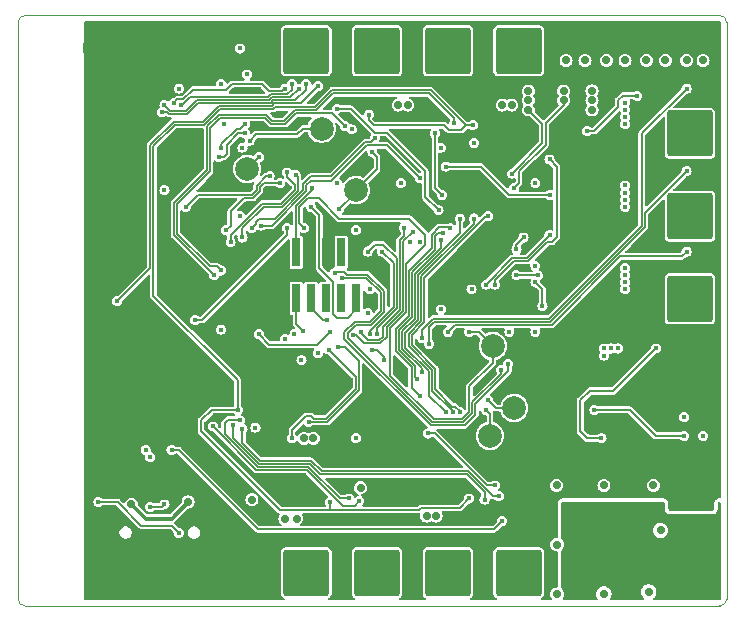
<source format=gbr>
%TF.GenerationSoftware,KiCad,Pcbnew,8.0.3*%
%TF.CreationDate,2024-11-14T20:38:21+13:00*%
%TF.ProjectId,combat-r1,636f6d62-6174-42d7-9231-2e6b69636164,rev?*%
%TF.SameCoordinates,Original*%
%TF.FileFunction,Copper,L4,Bot*%
%TF.FilePolarity,Positive*%
%FSLAX46Y46*%
G04 Gerber Fmt 4.6, Leading zero omitted, Abs format (unit mm)*
G04 Created by KiCad (PCBNEW 8.0.3) date 2024-11-14 20:38:21*
%MOMM*%
%LPD*%
G01*
G04 APERTURE LIST*
G04 Aperture macros list*
%AMRoundRect*
0 Rectangle with rounded corners*
0 $1 Rounding radius*
0 $2 $3 $4 $5 $6 $7 $8 $9 X,Y pos of 4 corners*
0 Add a 4 corners polygon primitive as box body*
4,1,4,$2,$3,$4,$5,$6,$7,$8,$9,$2,$3,0*
0 Add four circle primitives for the rounded corners*
1,1,$1+$1,$2,$3*
1,1,$1+$1,$4,$5*
1,1,$1+$1,$6,$7*
1,1,$1+$1,$8,$9*
0 Add four rect primitives between the rounded corners*
20,1,$1+$1,$2,$3,$4,$5,0*
20,1,$1+$1,$4,$5,$6,$7,0*
20,1,$1+$1,$6,$7,$8,$9,0*
20,1,$1+$1,$8,$9,$2,$3,0*%
G04 Aperture macros list end*
%TA.AperFunction,ComponentPad*%
%ADD10RoundRect,0.250002X-1.699998X-1.699998X1.699998X-1.699998X1.699998X1.699998X-1.699998X1.699998X0*%
%TD*%
%TA.AperFunction,ComponentPad*%
%ADD11O,1.000000X2.100000*%
%TD*%
%TA.AperFunction,ComponentPad*%
%ADD12O,1.000000X1.800000*%
%TD*%
%TA.AperFunction,SMDPad,CuDef*%
%ADD13C,6.500000*%
%TD*%
%TA.AperFunction,ComponentPad*%
%ADD14RoundRect,0.250002X1.699998X1.699998X-1.699998X1.699998X-1.699998X-1.699998X1.699998X-1.699998X0*%
%TD*%
%TA.AperFunction,ComponentPad*%
%ADD15R,0.500000X0.900000*%
%TD*%
%TA.AperFunction,SMDPad,CuDef*%
%ADD16C,2.000000*%
%TD*%
%TA.AperFunction,SMDPad,CuDef*%
%ADD17R,0.740000X2.400000*%
%TD*%
%TA.AperFunction,ViaPad*%
%ADD18C,0.450000*%
%TD*%
%TA.AperFunction,ViaPad*%
%ADD19C,0.700000*%
%TD*%
%TA.AperFunction,Conductor*%
%ADD20C,0.160000*%
%TD*%
%TA.AperFunction,Conductor*%
%ADD21C,0.200000*%
%TD*%
%TA.AperFunction,Conductor*%
%ADD22C,0.300000*%
%TD*%
%TA.AperFunction,Profile*%
%ADD23C,0.050000*%
%TD*%
G04 APERTURE END LIST*
D10*
%TO.P,J11,1,Pin_1*%
%TO.N,Net-(J11-Pin_1)*%
X144400000Y-78000000D03*
%TD*%
D11*
%TO.P,J4,S1,SHIELD*%
%TO.N,GND*%
X127680000Y-118295000D03*
D12*
X127680000Y-122475000D03*
D11*
X136320000Y-118295000D03*
D12*
X136320000Y-122475000D03*
%TD*%
D13*
%TO.P,SW3,2,B*%
%TO.N,Net-(J5-Pin_1)*%
X169600000Y-119700000D03*
%TD*%
D10*
%TO.P,J6,1,Pin_1*%
%TO.N,GND*%
X177000000Y-115000000D03*
%TD*%
D14*
%TO.P,J15,1,Pin_1*%
%TO.N,Net-(J15-Pin_1)*%
X162400000Y-122200000D03*
%TD*%
%TO.P,J16,1,Pin_1*%
%TO.N,Net-(J16-Pin_1)*%
X144400000Y-122200000D03*
%TD*%
%TO.P,J17,1,Pin_1*%
%TO.N,Net-(J17-Pin_1)*%
X150400000Y-122200000D03*
%TD*%
D10*
%TO.P,J9,1,Pin_1*%
%TO.N,/Weapon ESC/VS3*%
X176900000Y-99000000D03*
%TD*%
%TO.P,J13,1,Pin_1*%
%TO.N,Net-(J13-Pin_1)*%
X156400000Y-78000000D03*
%TD*%
%TO.P,J7,1,Pin_1*%
%TO.N,/Weapon ESC/VS1*%
X176900000Y-85000000D03*
%TD*%
%TO.P,J8,1,Pin_1*%
%TO.N,/Weapon ESC/VS2*%
X176900000Y-92000000D03*
%TD*%
D14*
%TO.P,J14,1,Pin_1*%
%TO.N,Net-(J14-Pin_1)*%
X156400000Y-122200000D03*
%TD*%
D10*
%TO.P,J10,1,Pin_1*%
%TO.N,Net-(J10-Pin_1)*%
X150400000Y-78000000D03*
%TD*%
%TO.P,J5,1,Pin_1*%
%TO.N,Net-(J5-Pin_1)*%
X177000000Y-122000000D03*
%TD*%
%TO.P,J12,1,Pin_1*%
%TO.N,Net-(J12-Pin_1)*%
X162400000Y-78000000D03*
%TD*%
D15*
%TO.P,ANT1,2,Shield*%
%TO.N,GND*%
X125725000Y-77750000D03*
%TD*%
D16*
%TO.P,TP3,1,1*%
%TO.N,/Weapon ESC/SWDIO*%
X159950000Y-110600000D03*
%TD*%
%TO.P,TP5,1,1*%
%TO.N,ESC_~{RESET}*%
X160200000Y-103000000D03*
%TD*%
%TO.P,TP4,1,1*%
%TO.N,/Weapon ESC/SWCLK*%
X162000000Y-108250000D03*
%TD*%
D17*
%TO.P,J3,1,VTref*%
%TO.N,+3.3V*%
X143560000Y-95050000D03*
%TO.P,J3,2,SWDIO/TMS*%
%TO.N,/Drive ESC/SWDIO*%
X143560000Y-98950000D03*
%TO.P,J3,3,GND*%
%TO.N,GND*%
X144830000Y-95050000D03*
%TO.P,J3,4,SWCLK/TCK*%
%TO.N,/Drive ESC/SWCLK*%
X144830000Y-98950000D03*
%TO.P,J3,5,GND*%
%TO.N,GND*%
X146100000Y-95050000D03*
%TO.P,J3,6,SWO/TDO*%
%TO.N,unconnected-(J3-SWO{slash}TDO-Pad6)*%
X146100000Y-98950000D03*
%TO.P,J3,7,KEY*%
%TO.N,unconnected-(J3-KEY-Pad7)*%
X147370000Y-95050000D03*
%TO.P,J3,8,NC/TDI*%
%TO.N,unconnected-(J3-NC{slash}TDI-Pad8)*%
X147370000Y-98950000D03*
%TO.P,J3,9,GNDDetect*%
%TO.N,GND*%
X148640000Y-95050000D03*
%TO.P,J3,10,~{RESET}*%
%TO.N,MAIN_~{RESET}*%
X148640000Y-98950000D03*
%TD*%
D16*
%TO.P,TP2,1,1*%
%TO.N,/Radio/SWDIO*%
X145700000Y-84600000D03*
%TD*%
%TO.P,TP6,1,1*%
%TO.N,/Radio/SWCLK*%
X139400000Y-88000000D03*
%TD*%
%TO.P,TP1,1,1*%
%TO.N,RF_~{RESET}*%
X148600000Y-89800000D03*
%TD*%
D18*
%TO.N,GND*%
X168800000Y-84000000D03*
X126400000Y-111000000D03*
X167600000Y-75800000D03*
X146200000Y-93400000D03*
X136600000Y-78200000D03*
X138800000Y-101800000D03*
X126200000Y-84200000D03*
X144000000Y-107800000D03*
X161000000Y-118800000D03*
X137800000Y-87800000D03*
X158400000Y-94000000D03*
X168900000Y-77400000D03*
X141800000Y-89800000D03*
X148000000Y-82400000D03*
X130600000Y-75800000D03*
X147800000Y-117800000D03*
X179200000Y-77400000D03*
X156000000Y-106600000D03*
X148800000Y-82400000D03*
X151000000Y-111000000D03*
X149800000Y-93200000D03*
X132400000Y-101800000D03*
X176200000Y-75800000D03*
X172300000Y-76500000D03*
X130200000Y-83400000D03*
X162800000Y-84600000D03*
X142800000Y-89600000D03*
X162600000Y-105900000D03*
X136800000Y-116000000D03*
X173400000Y-81400000D03*
X129800000Y-81800000D03*
X135900000Y-80700000D03*
X164600000Y-116600000D03*
X156800000Y-82400000D03*
X177000000Y-75800000D03*
X175200000Y-75800000D03*
X133800000Y-95300000D03*
X131400000Y-83400000D03*
X179200000Y-76500000D03*
X157200000Y-116100000D03*
X168400000Y-75800000D03*
X156600000Y-97000000D03*
X129200000Y-114000000D03*
X131400000Y-85000000D03*
X130200000Y-84600000D03*
X173200000Y-107200000D03*
X172800000Y-75800000D03*
X168800000Y-109400000D03*
X132000000Y-87400000D03*
X126800000Y-75800000D03*
X143000000Y-84600000D03*
X169800000Y-109400000D03*
X127000000Y-107600000D03*
X172200000Y-103400000D03*
X155500000Y-97700000D03*
X133500000Y-84800000D03*
X134200000Y-85600000D03*
X139600000Y-89600000D03*
X169000000Y-85800000D03*
X145400000Y-87400000D03*
X137400000Y-92200000D03*
X140400000Y-77800000D03*
X162400000Y-99800000D03*
X135800000Y-76600000D03*
X173400000Y-112800000D03*
X150200000Y-99800000D03*
X151900000Y-93100000D03*
X140200000Y-99600000D03*
X149799552Y-87388153D03*
X156000000Y-103800000D03*
X129800000Y-121300000D03*
X135800000Y-79600000D03*
X166000000Y-75800000D03*
X126200000Y-81600000D03*
X165500000Y-76500000D03*
X149200000Y-84600000D03*
X158800000Y-103800000D03*
X126800000Y-78000000D03*
X139600000Y-124000000D03*
X130800000Y-77200000D03*
X145300000Y-116300000D03*
X178600000Y-75800000D03*
X136400000Y-94700000D03*
X159000000Y-117800000D03*
X160400000Y-96000000D03*
X144800000Y-97000000D03*
X133400000Y-86400000D03*
X167000000Y-91000000D03*
X156200000Y-110400000D03*
X161800000Y-86400000D03*
X131800000Y-81800000D03*
X172800000Y-110800000D03*
X157000000Y-98200000D03*
X160100000Y-89600000D03*
X164000000Y-103600000D03*
X169000000Y-94000000D03*
X130400000Y-85800000D03*
X169000000Y-99800000D03*
X165500000Y-77400000D03*
X151300000Y-97800000D03*
X172200000Y-106600000D03*
X127800000Y-92400000D03*
X169000000Y-93400000D03*
X147000000Y-117800000D03*
X150600000Y-83800000D03*
X164600000Y-118200000D03*
X144100000Y-83800000D03*
X130600000Y-91400000D03*
X170200000Y-75800000D03*
X144200000Y-85800000D03*
X167700000Y-103000000D03*
X133900000Y-121600000D03*
X152400000Y-111000000D03*
X169000000Y-101000000D03*
X175700000Y-77400000D03*
X152400000Y-105600000D03*
X150200000Y-90600000D03*
X140400000Y-75800000D03*
X162000000Y-110100000D03*
X172300000Y-77400000D03*
X153000000Y-83500000D03*
X128600000Y-78800000D03*
X130400000Y-96000000D03*
X135000000Y-84800000D03*
X141800000Y-85800000D03*
X169400000Y-75800000D03*
X153800000Y-85400000D03*
X173600000Y-75800000D03*
X147800000Y-113000000D03*
X159400000Y-83800000D03*
X129500000Y-105700000D03*
X128400000Y-113000000D03*
X169000000Y-92800000D03*
X141800000Y-83400000D03*
X151000000Y-85400000D03*
X159340000Y-95000000D03*
X177800000Y-75800000D03*
X169000000Y-87000000D03*
X157400000Y-85200000D03*
X126200000Y-86800000D03*
X139576422Y-121570528D03*
X130200000Y-89200000D03*
X126100000Y-93600000D03*
X174000000Y-94600000D03*
X128800000Y-80800000D03*
X144400000Y-103600000D03*
X133600000Y-107800000D03*
X126200000Y-89600000D03*
X143600000Y-114800000D03*
X150800000Y-109800000D03*
X151800000Y-117600000D03*
X171800000Y-75800000D03*
X175700000Y-76500000D03*
X168900000Y-76500000D03*
X169000000Y-100400000D03*
X137000000Y-91000000D03*
X153600000Y-115600000D03*
X174000000Y-87600000D03*
X166800000Y-75800000D03*
X126600000Y-113000000D03*
X154900000Y-98200000D03*
X132400000Y-91400000D03*
X171000000Y-75800000D03*
X178000000Y-103800000D03*
X136600000Y-98400000D03*
X153200000Y-110400000D03*
X168000000Y-89200000D03*
X169000000Y-86400000D03*
X137581675Y-75799999D03*
X132600000Y-76600000D03*
X142000000Y-112200000D03*
X142400000Y-97300000D03*
X140200000Y-95200000D03*
X128400000Y-75800000D03*
X158400000Y-96000000D03*
X164500000Y-92500000D03*
X169800000Y-81400000D03*
X135000000Y-86400000D03*
X132600000Y-79600000D03*
X126000000Y-97200000D03*
X157400000Y-105200000D03*
X174400000Y-75800000D03*
X159800000Y-117800000D03*
X137100000Y-109100000D03*
X131600000Y-114000000D03*
X160400000Y-94000000D03*
X134925000Y-88400000D03*
X129600000Y-101800000D03*
X158800000Y-106600000D03*
X146400000Y-88000000D03*
X142000000Y-114200000D03*
X138300000Y-81400000D03*
X149000000Y-119100000D03*
X157600000Y-82400000D03*
X152200000Y-83500000D03*
X150200000Y-89000000D03*
%TO.N,/Radio/D1*%
X137200000Y-86200000D03*
X139200000Y-84200000D03*
%TO.N,/Radio/MOSI*%
X142600000Y-81200000D03*
X133200000Y-82400000D03*
%TO.N,/Radio/~{CS}*%
X132200000Y-83200000D03*
X144400000Y-80800000D03*
%TO.N,/Radio/MISO*%
X143200000Y-80800000D03*
X133800000Y-82600000D03*
%TO.N,/Radio/SCK*%
X143800000Y-81200000D03*
X132400000Y-82600000D03*
%TO.N,/Radio/BUSY*%
X139200000Y-85000000D03*
X137000000Y-87000000D03*
%TO.N,Net-(U2-DCC_FB)*%
X137400000Y-84200000D03*
X132400000Y-89800000D03*
%TO.N,Net-(U2-VBAT)*%
X139000000Y-86200000D03*
X137200000Y-80800000D03*
X133600000Y-81200000D03*
%TO.N,RF_~{RESET}*%
X147200000Y-91400000D03*
X150000000Y-86600000D03*
%TO.N,/Radio/RF_BTN*%
X128400000Y-99200000D03*
X145400000Y-81000000D03*
%TO.N,/Weapon ESC/VB3*%
X164400000Y-99600000D03*
X163800000Y-97600000D03*
D19*
%TO.N,+12V*%
X174400000Y-118600000D03*
X169600000Y-114800000D03*
X165600000Y-114800000D03*
D18*
X169600000Y-103200000D03*
X153200000Y-94200000D03*
D19*
X168000000Y-78800000D03*
X142600000Y-117600000D03*
X165600000Y-124000000D03*
D18*
X169600000Y-103800000D03*
D19*
X161000000Y-82600000D03*
D18*
X154000000Y-94200000D03*
D19*
X176600000Y-78800000D03*
X169600000Y-124000000D03*
X173800000Y-114800000D03*
D18*
X178000000Y-110600000D03*
D19*
X166400000Y-78800000D03*
X166200000Y-82200000D03*
X169800000Y-78800000D03*
X168600000Y-82200000D03*
D18*
X170800000Y-103200000D03*
D19*
X174800000Y-78800000D03*
D18*
X162000000Y-89600000D03*
D19*
X154600000Y-117400000D03*
X161800000Y-82600000D03*
X168600000Y-83000000D03*
D18*
X176400000Y-109000000D03*
D19*
X165600000Y-119800000D03*
X153000000Y-82600000D03*
X166200000Y-81400000D03*
X173200000Y-78800000D03*
X178000000Y-78800000D03*
X168600000Y-81400000D03*
X155400000Y-117400000D03*
X171400000Y-78800000D03*
X152200000Y-82600000D03*
X173400000Y-123800000D03*
X143600000Y-117600000D03*
D18*
X170200000Y-103200000D03*
%TO.N,+3.3V*%
X138800000Y-77800000D03*
X149600000Y-100200000D03*
X144000000Y-104200000D03*
X152400000Y-89200000D03*
X137200000Y-101600000D03*
X147000000Y-89200000D03*
X145400000Y-103600000D03*
X148600000Y-93200000D03*
X158600000Y-85800000D03*
X155800000Y-86200000D03*
X138800000Y-92000000D03*
D19*
X145000000Y-110800000D03*
D18*
X161600000Y-101800000D03*
X155800000Y-99900000D03*
X144900000Y-89600000D03*
X160400000Y-114800000D03*
X154700000Y-110400000D03*
X139400000Y-80000000D03*
X148250000Y-84650000D03*
X149800000Y-98200000D03*
X148600000Y-110800000D03*
D19*
X144200000Y-110800000D03*
D18*
X140100000Y-109900000D03*
X158400000Y-98200000D03*
%TO.N,ESC_~{RESET}*%
X158200000Y-101800000D03*
X144200000Y-93000000D03*
%TO.N,MAIN_~{RESET}*%
X144800000Y-91200000D03*
%TO.N,Net-(U12-SW)*%
X168800000Y-108400000D03*
X176400000Y-110600000D03*
%TO.N,Net-(D6-A)*%
X169400000Y-110800000D03*
X174000000Y-103200000D03*
D19*
%TO.N,+5V*%
X139800000Y-116000000D03*
X149000000Y-115000000D03*
D18*
%TO.N,/Drive ESC/DRV_BTN*%
X142800000Y-93000000D03*
X135000000Y-100800000D03*
%TO.N,/Radio/RF_LED*%
X137600000Y-93200000D03*
X142200000Y-89200000D03*
%TO.N,/Radio/SWCLK*%
X140400000Y-87000000D03*
%TO.N,/Radio/SWDIO*%
X139600000Y-85600000D03*
%TO.N,/Weapon ESC/SWCLK*%
X159800000Y-107600000D03*
%TO.N,/Weapon ESC/SWDIO*%
X159600000Y-108400000D03*
%TO.N,ESC_NTC*%
X139800000Y-93000000D03*
X150200000Y-85400000D03*
X165000000Y-90200000D03*
X156200000Y-87800000D03*
%TO.N,/Drive ESC/SWDIO*%
X144100000Y-101700000D03*
%TO.N,/Drive ESC/SWCLK*%
X146200000Y-100800000D03*
%TO.N,Net-(J4-D--PadA7)*%
X132400000Y-116400000D03*
X131200000Y-116600000D03*
D19*
%TO.N,Net-(U11-VP)*%
X129600000Y-116400000D03*
X134400000Y-116200000D03*
D18*
%TO.N,Net-(J4-CC2)*%
X126800000Y-116200000D03*
X133600000Y-118800000D03*
%TO.N,Net-(Q1-G)*%
X172400000Y-81800000D03*
X168200000Y-84800000D03*
%TO.N,/Weapon ESC/LO1*%
X165000000Y-87200000D03*
X160400000Y-97800000D03*
%TO.N,/Weapon ESC/FB1*%
X154200000Y-102300000D03*
X176600000Y-81200000D03*
%TO.N,/Weapon ESC/HO2*%
X162800000Y-93800000D03*
X162200000Y-94800000D03*
%TO.N,/Weapon ESC/FB2*%
X176600000Y-88200000D03*
X154800000Y-102800000D03*
%TO.N,/Weapon ESC/LO2*%
X159600000Y-97800000D03*
X165000000Y-93600000D03*
%TO.N,/Weapon ESC/HO3*%
X162200000Y-97000000D03*
X164000000Y-97000000D03*
%TO.N,/Weapon ESC/FB3*%
X156400000Y-101800000D03*
X176600000Y-95000000D03*
%TO.N,/Weapon ESC/FBCOM*%
X150000000Y-103300000D03*
X151000000Y-104200000D03*
%TO.N,/Radio/~{SX_RESET}*%
X141300000Y-88600000D03*
X134200000Y-91200000D03*
%TO.N,RF_RX*%
X143500000Y-88500000D03*
X139000000Y-93800000D03*
%TO.N,/Drive ESC/DIR_A*%
X147664065Y-84378439D03*
X137200000Y-96600000D03*
%TO.N,/Drive ESC/PWM_2A*%
X148400000Y-102100000D03*
X155600000Y-91500000D03*
X153400000Y-93300000D03*
X147000000Y-82900000D03*
%TO.N,/Drive ESC/~{SLEEP}*%
X158200000Y-115900000D03*
X149700000Y-83400000D03*
X138600000Y-108400000D03*
X146400000Y-116200000D03*
X158500000Y-84300000D03*
%TO.N,/Drive ESC/DIR_B*%
X156950000Y-84100000D03*
X136600000Y-97000000D03*
%TO.N,/Drive ESC/PWM_2B*%
X152664065Y-92978439D03*
X155300000Y-85000000D03*
X149000000Y-101800000D03*
X155900000Y-90200000D03*
%TO.N,/Drive ESC/DIR_C*%
X159500000Y-116000000D03*
X138200000Y-109700000D03*
%TO.N,USB_D_P*%
X131200000Y-112400000D03*
X143400000Y-102000000D03*
%TO.N,/Drive ESC/PWM_2C*%
X160700000Y-115700000D03*
X139000000Y-110000000D03*
%TO.N,/Drive ESC/I2C_SCL*%
X149774997Y-102000000D03*
X150800000Y-95000000D03*
%TO.N,/Drive ESC/DIR_D*%
X148000000Y-115900000D03*
X138800000Y-109300000D03*
%TO.N,ESC_PPM*%
X140400000Y-102000000D03*
X146400000Y-101800000D03*
%TO.N,/Drive ESC/I2C_SDA*%
X149600000Y-95000000D03*
X150400000Y-102000000D03*
%TO.N,/Drive ESC/PWM_2D*%
X148900000Y-116100000D03*
X136500000Y-109800000D03*
%TO.N,USB_D_N*%
X142600000Y-102400000D03*
X130800000Y-111800000D03*
%TO.N,/Weapon ESC/CH*%
X157400000Y-92200000D03*
X156200000Y-108600000D03*
%TO.N,/Weapon ESC/CL*%
X154200000Y-105200000D03*
X155800000Y-94000000D03*
%TO.N,/Weapon ESC/BL*%
X153800000Y-105800000D03*
X156000000Y-93400000D03*
%TO.N,/Weapon ESC/AH*%
X159800000Y-92000000D03*
X157400000Y-108600000D03*
%TO.N,/Weapon ESC/BH*%
X158600000Y-92200000D03*
X156800000Y-108600000D03*
%TO.N,/Weapon ESC/AL*%
X156600000Y-93000000D03*
X154000000Y-107200000D03*
%TO.N,ESC_TX*%
X160900000Y-105000000D03*
X146800000Y-96800000D03*
%TO.N,ESC_RX*%
X161500000Y-104500000D03*
X147400000Y-97200000D03*
%TO.N,ESC_CUR*%
X154000000Y-88800000D03*
X140600000Y-92800000D03*
%TO.N,Net-(D2-A)*%
X163800000Y-89200000D03*
X171400000Y-97600000D03*
X171400000Y-91200000D03*
X161800000Y-88400000D03*
X171400000Y-90600000D03*
X171400000Y-90000000D03*
D19*
X163200000Y-83000000D03*
D18*
X171400000Y-84200000D03*
X163800000Y-96200000D03*
X171400000Y-82400000D03*
X171400000Y-83600000D03*
D19*
X163200000Y-81400000D03*
D18*
X171400000Y-89400000D03*
X171400000Y-97000000D03*
X171400000Y-96400000D03*
X163800000Y-101800000D03*
X171400000Y-98200000D03*
D19*
X163200000Y-82200000D03*
D18*
X171400000Y-83000000D03*
%TO.N,/Drive ESC/VBAT_ADC*%
X161000000Y-117800000D03*
X133000000Y-111800000D03*
%TO.N,/Drive ESC/MEM_SCK*%
X146300000Y-103300000D03*
X143200000Y-110800000D03*
%TO.N,/Drive ESC/MEM_MOSI*%
X147100000Y-103100000D03*
X144600000Y-109400000D03*
%TO.N,RF_TX*%
X142800000Y-88300000D03*
X138000000Y-94200000D03*
%TD*%
D20*
%TO.N,/Radio/D1*%
X137200000Y-86200000D02*
X137200000Y-85900000D01*
X138800000Y-84600000D02*
X139200000Y-84200000D01*
X137200000Y-85900000D02*
X138500000Y-84600000D01*
X138500000Y-84600000D02*
X138800000Y-84600000D01*
%TO.N,/Radio/MOSI*%
X142380000Y-81420000D02*
X142600000Y-81200000D01*
X134838823Y-81280000D02*
X137641177Y-81280000D01*
X137641177Y-81280000D02*
X138121177Y-80800000D01*
X141276916Y-81420000D02*
X142380000Y-81420000D01*
X140656916Y-80800000D02*
X141276916Y-81420000D01*
X133200000Y-82400000D02*
X133480000Y-82120000D01*
X133480000Y-82120000D02*
X133998823Y-82120000D01*
X133998823Y-82120000D02*
X134838823Y-81280000D01*
X138121177Y-80800000D02*
X140656916Y-80800000D01*
%TO.N,/Radio/~{CS}*%
X143478823Y-82200000D02*
X144400000Y-81278823D01*
X140949216Y-82420001D02*
X141379999Y-82420001D01*
X132772305Y-83340001D02*
X134315393Y-83340001D01*
X135235394Y-82420000D02*
X140949216Y-82420001D01*
X141379999Y-82420001D02*
X141600000Y-82200000D01*
X144400000Y-81278823D02*
X144400000Y-80800000D01*
X132200000Y-83200000D02*
X132632304Y-83200000D01*
X132632304Y-83200000D02*
X132772305Y-83340001D01*
X134315393Y-83340001D02*
X135235394Y-82420000D01*
X141600000Y-82200000D02*
X143478823Y-82200000D01*
%TO.N,/Radio/MISO*%
X143200000Y-81278823D02*
X143200000Y-80800000D01*
X141164608Y-81900000D02*
X141384608Y-81680000D01*
X134586519Y-81900000D02*
X141164608Y-81900000D01*
X142798823Y-81680000D02*
X143200000Y-81278823D01*
X133886519Y-82600000D02*
X134586519Y-81900000D01*
X141384608Y-81680000D02*
X142798823Y-81680000D01*
X133800000Y-82600000D02*
X133886519Y-82600000D01*
%TO.N,/Radio/SCK*%
X141056913Y-82160001D02*
X141272303Y-82160001D01*
X132400000Y-82600000D02*
X132880000Y-83080000D01*
X141272303Y-82160001D02*
X141492304Y-81940000D01*
X141056912Y-82160000D02*
X141056913Y-82160001D01*
X132880000Y-83080000D02*
X134207698Y-83080000D01*
X134207698Y-83080000D02*
X135127698Y-82160000D01*
X141492304Y-81940000D02*
X143060000Y-81940000D01*
X143060000Y-81940000D02*
X143800000Y-81200000D01*
X135127698Y-82160000D02*
X141056912Y-82160000D01*
%TO.N,/Radio/BUSY*%
X137000000Y-87000000D02*
X137419706Y-87000000D01*
X137680000Y-86739706D02*
X137680000Y-85953848D01*
X137419706Y-87000000D02*
X137680000Y-86739706D01*
X137680000Y-85953848D02*
X138633848Y-85000000D01*
X138633848Y-85000000D02*
X139200000Y-85000000D01*
%TO.N,RF_~{RESET}*%
X150400000Y-88000000D02*
X148600000Y-89800000D01*
X150000000Y-86600000D02*
X150400000Y-87000000D01*
X148600000Y-90000000D02*
X148600000Y-89521177D01*
X150400000Y-87000000D02*
X150400000Y-88000000D01*
X147200000Y-91400000D02*
X148600000Y-90000000D01*
%TO.N,/Radio/RF_BTN*%
X136984608Y-82680000D02*
X141487696Y-82680000D01*
X141487696Y-82680000D02*
X141707696Y-82460000D01*
X131200000Y-96400000D02*
X131200000Y-85966152D01*
X131200000Y-85966152D02*
X133166152Y-84000000D01*
X128400000Y-99200000D02*
X131200000Y-96400000D01*
X135664608Y-84000000D02*
X136984608Y-82680000D01*
X133166152Y-84000000D02*
X135664608Y-84000000D01*
X143940000Y-82460000D02*
X145400000Y-81000000D01*
X141707696Y-82460000D02*
X143940000Y-82460000D01*
%TO.N,/Weapon ESC/VB3*%
X164400000Y-98200000D02*
X164400000Y-99600000D01*
X163800000Y-97600000D02*
X164400000Y-98200000D01*
%TO.N,+12V*%
X162000000Y-89600000D02*
X162400000Y-89200000D01*
X164660000Y-85940000D02*
X164660000Y-84140000D01*
X166200000Y-82600000D02*
X166200000Y-82200000D01*
X162400000Y-88200000D02*
X164660000Y-85940000D01*
X162400000Y-89200000D02*
X162400000Y-88200000D01*
X164660000Y-84140000D02*
X166200000Y-82600000D01*
%TO.N,+3.3V*%
X159688873Y-114800000D02*
X155288873Y-110400000D01*
X155288873Y-110400000D02*
X154700000Y-110400000D01*
X144900000Y-89770784D02*
X144900000Y-89600000D01*
X143560000Y-95050000D02*
X143560000Y-91110784D01*
X160400000Y-114800000D02*
X159688873Y-114800000D01*
X143560000Y-91110784D02*
X144900000Y-89770784D01*
%TO.N,ESC_~{RESET}*%
X158200000Y-101800000D02*
X159000000Y-101800000D01*
X160200000Y-104400000D02*
X158200000Y-106400000D01*
X152839996Y-100127700D02*
X152839996Y-96060004D01*
X154480000Y-94420000D02*
X154480000Y-93580000D01*
X152839996Y-96060004D02*
X154480000Y-94420000D01*
X160200000Y-103000000D02*
X160200000Y-104400000D01*
X154480000Y-93580000D02*
X153100000Y-92200000D01*
X151500000Y-105500000D02*
X151500000Y-101467696D01*
X145500000Y-90500000D02*
X144538480Y-90500000D01*
X159000000Y-101800000D02*
X160200000Y-103000000D01*
X157600000Y-109200000D02*
X155200000Y-109200000D01*
X143820000Y-91218480D02*
X143820000Y-92620000D01*
X155200000Y-109200000D02*
X151500000Y-105500000D01*
X143820000Y-92620000D02*
X144200000Y-93000000D01*
X153100000Y-92200000D02*
X147200000Y-92200000D01*
X144538480Y-90500000D02*
X143820000Y-91218480D01*
X158200000Y-106400000D02*
X158200000Y-108600000D01*
X147200000Y-92200000D02*
X145500000Y-90500000D01*
X151500000Y-101467696D02*
X152839996Y-100127700D01*
X158200000Y-108600000D02*
X157600000Y-109200000D01*
%TO.N,MAIN_~{RESET}*%
X146700000Y-100300000D02*
X147000000Y-100600000D01*
X148640000Y-99860000D02*
X148640000Y-98950000D01*
X145500000Y-96400000D02*
X146700000Y-97600000D01*
X147900000Y-100600000D02*
X148640000Y-99860000D01*
X146700000Y-97600000D02*
X146700000Y-100300000D01*
X147000000Y-100600000D02*
X147900000Y-100600000D01*
X145500000Y-91900000D02*
X145500000Y-96400000D01*
X144800000Y-91200000D02*
X145500000Y-91900000D01*
D21*
%TO.N,Net-(U12-SW)*%
X171800000Y-108400000D02*
X174000000Y-110600000D01*
X168800000Y-108400000D02*
X171800000Y-108400000D01*
X174000000Y-110600000D02*
X176400000Y-110600000D01*
%TO.N,Net-(D6-A)*%
X168200000Y-110800000D02*
X169400000Y-110800000D01*
X167600000Y-107600000D02*
X167600000Y-110200000D01*
X170400000Y-106800000D02*
X168400000Y-106800000D01*
X174000000Y-103200000D02*
X170400000Y-106800000D01*
X167600000Y-110200000D02*
X168200000Y-110800000D01*
X168400000Y-106800000D02*
X167600000Y-107600000D01*
D20*
%TO.N,/Drive ESC/DRV_BTN*%
X135600000Y-100800000D02*
X135000000Y-100800000D01*
X142800000Y-93000000D02*
X142800000Y-93600000D01*
X142800000Y-93600000D02*
X135600000Y-100800000D01*
%TO.N,/Radio/RF_LED*%
X139907696Y-90460000D02*
X139140000Y-90460000D01*
X138000000Y-91600000D02*
X138000000Y-92800000D01*
X142200000Y-89200000D02*
X140800000Y-89200000D01*
X140800000Y-89200000D02*
X140460000Y-89540000D01*
X140460000Y-89540000D02*
X140460000Y-89907696D01*
X140460000Y-89907696D02*
X139907696Y-90460000D01*
X138000000Y-92800000D02*
X137600000Y-93200000D01*
X139140000Y-90460000D02*
X138000000Y-91600000D01*
%TO.N,/Radio/SWCLK*%
X140400000Y-87000000D02*
X139400000Y-88000000D01*
%TO.N,/Radio/SWDIO*%
X140120000Y-85080000D02*
X143620000Y-85080000D01*
X143620000Y-85080000D02*
X144100000Y-84600000D01*
X139600000Y-85600000D02*
X140120000Y-85080000D01*
X144100000Y-84600000D02*
X145700000Y-84600000D01*
%TO.N,/Weapon ESC/SWCLK*%
X160450000Y-108250000D02*
X162000000Y-108250000D01*
X159800000Y-107600000D02*
X160450000Y-108250000D01*
%TO.N,/Weapon ESC/SWDIO*%
X159600000Y-108400000D02*
X159950000Y-108750000D01*
X159950000Y-108750000D02*
X159950000Y-110600000D01*
%TO.N,ESC_NTC*%
X144160000Y-89272304D02*
X144800000Y-88632304D01*
X144160000Y-89775392D02*
X144160000Y-89272304D01*
X141735392Y-92200000D02*
X144160000Y-89775392D01*
X159200000Y-87800000D02*
X156200000Y-87800000D01*
X149860000Y-85740000D02*
X150200000Y-85400000D01*
X139800000Y-93000000D02*
X140120000Y-92680000D01*
X161600000Y-90200000D02*
X159200000Y-87800000D01*
X140120000Y-92680000D02*
X140120000Y-92480000D01*
X146521177Y-88632304D02*
X149413481Y-85740000D01*
X149413481Y-85740000D02*
X149860000Y-85740000D01*
X144800000Y-88632304D02*
X146521177Y-88632304D01*
X140120000Y-92480000D02*
X140400000Y-92200000D01*
X165000000Y-90200000D02*
X161600000Y-90200000D01*
X140400000Y-92200000D02*
X141735392Y-92200000D01*
%TO.N,/Drive ESC/SWDIO*%
X143560000Y-101160000D02*
X143560000Y-98950000D01*
X144100000Y-101700000D02*
X143560000Y-101160000D01*
%TO.N,/Drive ESC/SWCLK*%
X145850000Y-100800000D02*
X144830000Y-99780000D01*
X146200000Y-100800000D02*
X145850000Y-100800000D01*
X144830000Y-99780000D02*
X144830000Y-98950000D01*
%TO.N,Net-(J4-D--PadA7)*%
X131200000Y-116600000D02*
X132200000Y-116600000D01*
X132200000Y-116600000D02*
X132400000Y-116400000D01*
D22*
%TO.N,Net-(U11-VP)*%
X129600000Y-116400000D02*
X130800000Y-117600000D01*
X130800000Y-117600000D02*
X133000000Y-117600000D01*
X133000000Y-117600000D02*
X134400000Y-116200000D01*
D20*
%TO.N,Net-(J4-CC2)*%
X133000000Y-118200000D02*
X130425000Y-118200000D01*
X130425000Y-118200000D02*
X128425000Y-116200000D01*
X133600000Y-118800000D02*
X133000000Y-118200000D01*
X128425000Y-116200000D02*
X126800000Y-116200000D01*
%TO.N,Net-(Q1-G)*%
X168200000Y-84800000D02*
X168800000Y-84800000D01*
X171200000Y-81800000D02*
X172400000Y-81800000D01*
X168800000Y-84800000D02*
X170800000Y-82800000D01*
X170800000Y-82200000D02*
X171200000Y-81800000D01*
X170800000Y-82800000D02*
X170800000Y-82200000D01*
%TO.N,/Weapon ESC/LO1*%
X165600000Y-87800000D02*
X165600000Y-93800000D01*
X165600000Y-93800000D02*
X165200000Y-94200000D01*
X161967696Y-95800000D02*
X160400000Y-97367696D01*
X163200000Y-95800000D02*
X161967696Y-95800000D01*
X164800000Y-94200000D02*
X163200000Y-95800000D01*
X165000000Y-87200000D02*
X165600000Y-87800000D01*
X160400000Y-97367696D02*
X160400000Y-97800000D01*
X165200000Y-94200000D02*
X164800000Y-94200000D01*
%TO.N,/Weapon ESC/FB1*%
X154200000Y-102300000D02*
X154200000Y-101632304D01*
X172800000Y-85000000D02*
X176600000Y-81200000D01*
X155152304Y-100680000D02*
X164952304Y-100680000D01*
X164952304Y-100680000D02*
X172800000Y-92832304D01*
X154200000Y-101632304D02*
X155152304Y-100680000D01*
X172800000Y-92832304D02*
X172800000Y-85000000D01*
%TO.N,/Weapon ESC/HO2*%
X162200000Y-94800000D02*
X162200000Y-94400000D01*
X162200000Y-94400000D02*
X162800000Y-93800000D01*
%TO.N,/Weapon ESC/FB2*%
X165060000Y-100940000D02*
X173060000Y-92940000D01*
X173060000Y-91740000D02*
X176600000Y-88200000D01*
X173060000Y-92940000D02*
X173060000Y-91740000D01*
X154800000Y-102800000D02*
X154800000Y-101400000D01*
X155260000Y-100940000D02*
X165060000Y-100940000D01*
X154800000Y-101400000D02*
X155260000Y-100940000D01*
%TO.N,/Weapon ESC/LO2*%
X159600000Y-97800000D02*
X161860000Y-95540000D01*
X163060000Y-95540000D02*
X165000000Y-93600000D01*
X161860000Y-95540000D02*
X163060000Y-95540000D01*
%TO.N,/Weapon ESC/HO3*%
X164000000Y-97000000D02*
X162200000Y-97000000D01*
%TO.N,/Weapon ESC/FB3*%
X176200000Y-95400000D02*
X176600000Y-95000000D01*
X170967696Y-95400000D02*
X176200000Y-95400000D01*
X157000000Y-101200000D02*
X165167696Y-101200000D01*
X156400000Y-101800000D02*
X157000000Y-101200000D01*
X165167696Y-101200000D02*
X170967696Y-95400000D01*
%TO.N,/Weapon ESC/FBCOM*%
X151000000Y-104200000D02*
X151000000Y-103900000D01*
X150400000Y-103300000D02*
X150000000Y-103300000D01*
X151000000Y-103900000D02*
X150400000Y-103300000D01*
%TO.N,/Radio/~{SX_RESET}*%
X139800000Y-90200000D02*
X135200000Y-90200000D01*
X140200000Y-89432304D02*
X140200000Y-89800000D01*
X141300000Y-88600000D02*
X141032304Y-88600000D01*
X140200000Y-89800000D02*
X139800000Y-90200000D01*
X135200000Y-90200000D02*
X134200000Y-91200000D01*
X141032304Y-88600000D02*
X140200000Y-89432304D01*
%TO.N,RF_RX*%
X142367697Y-91199999D02*
X142000001Y-91199999D01*
X143700000Y-88700000D02*
X143700000Y-89867696D01*
X143700000Y-89867696D02*
X142367697Y-91199999D01*
X143500000Y-88500000D02*
X143700000Y-88700000D01*
X142000001Y-91199999D02*
X140800000Y-91200000D01*
X140800000Y-91200000D02*
X139000000Y-93000000D01*
X139000000Y-93000000D02*
X139000000Y-93800000D01*
%TO.N,/Drive ESC/DIR_A*%
X141432304Y-84200000D02*
X140912305Y-83680001D01*
X136260001Y-84507695D02*
X136260001Y-88207695D01*
X136227696Y-96260000D02*
X136860000Y-96260000D01*
X136860000Y-96260000D02*
X137200000Y-96600000D01*
X142640956Y-84200000D02*
X141432304Y-84200000D01*
X137087695Y-83680001D02*
X136260001Y-84507695D01*
X133460000Y-91007696D02*
X133460000Y-93492304D01*
X136260001Y-88207695D02*
X133460000Y-91007696D01*
X133460000Y-93492304D02*
X136227696Y-96260000D01*
X143540956Y-83300000D02*
X142640956Y-84200000D01*
X146585626Y-83300000D02*
X143540956Y-83300000D01*
X147664065Y-84378439D02*
X146585626Y-83300000D01*
X140912305Y-83680001D02*
X137087695Y-83680001D01*
%TO.N,/Drive ESC/PWM_2A*%
X150198823Y-84920000D02*
X148178823Y-82900000D01*
X148178823Y-82900000D02*
X147000000Y-82900000D01*
X150686518Y-102760001D02*
X151200000Y-102246519D01*
X152579996Y-100020004D02*
X152579996Y-94120004D01*
X151200000Y-101400000D02*
X152579996Y-100020004D01*
X154480000Y-88180000D02*
X151220000Y-84920000D01*
X155600000Y-91500000D02*
X154480000Y-90380000D01*
X149260001Y-102760001D02*
X150686518Y-102760001D01*
X151220000Y-84920000D02*
X150198823Y-84920000D01*
X151200000Y-102246519D02*
X151200000Y-101400000D01*
X154480000Y-90380000D02*
X154480000Y-88180000D01*
X152579996Y-94120004D02*
X153400000Y-93300000D01*
X148600000Y-102100000D02*
X149260001Y-102760001D01*
X148400000Y-102100000D02*
X148600000Y-102100000D01*
%TO.N,/Drive ESC/~{SLEEP}*%
X153909878Y-116880000D02*
X146400000Y-116880000D01*
X135500000Y-110200000D02*
X135500000Y-109300000D01*
X138600000Y-105880000D02*
X138600000Y-108400000D01*
X157400000Y-116700000D02*
X154089878Y-116700000D01*
X135772304Y-84260000D02*
X133273848Y-84260000D01*
X149700000Y-83900000D02*
X150100000Y-84300000D01*
X158500000Y-84300000D02*
X157900000Y-84300000D01*
X145120001Y-82779999D02*
X141787697Y-82779999D01*
X142180000Y-116880000D02*
X135500000Y-110200000D01*
X152200000Y-81340000D02*
X147707695Y-81339999D01*
X141627696Y-82940000D02*
X137092304Y-82940000D01*
X157900000Y-84300000D02*
X154940000Y-81340000D01*
X157500000Y-84700000D02*
X157900000Y-84300000D01*
X147707695Y-81339999D02*
X146560001Y-81339999D01*
X133273848Y-84260000D02*
X131460000Y-86073848D01*
X146560001Y-81339999D02*
X145120001Y-82779999D01*
X158200000Y-115900000D02*
X157400000Y-116700000D01*
X137092304Y-82940000D02*
X135772304Y-84260000D01*
X136400000Y-108400000D02*
X138600000Y-108400000D01*
X135500000Y-109300000D02*
X136400000Y-108400000D01*
X141787697Y-82779999D02*
X141627696Y-82940000D01*
X131460000Y-86073848D02*
X131460000Y-98740000D01*
X146400000Y-116200000D02*
X146400000Y-116880000D01*
X146400000Y-116880000D02*
X142180000Y-116880000D01*
X131460000Y-98740000D02*
X138600000Y-105880000D01*
X149700000Y-83400000D02*
X149700000Y-83900000D01*
X150100000Y-84300000D02*
X156092794Y-84300000D01*
X154089878Y-116700000D02*
X153909878Y-116880000D01*
X154940000Y-81340000D02*
X152200000Y-81340000D01*
X156092794Y-84300000D02*
X156492794Y-84700000D01*
X156492794Y-84700000D02*
X157500000Y-84700000D01*
%TO.N,/Drive ESC/DIR_B*%
X145227697Y-83039999D02*
X146667696Y-81600000D01*
X141540000Y-83940000D02*
X142533260Y-83940000D01*
X143433261Y-83039999D02*
X145227697Y-83039999D01*
X133200000Y-90900000D02*
X136000000Y-88100000D01*
X133200000Y-93600000D02*
X133200000Y-90900000D01*
X142533260Y-83940000D02*
X143433261Y-83039999D01*
X156950000Y-83717696D02*
X156950000Y-84100000D01*
X136000000Y-88100000D02*
X136000000Y-84400000D01*
X141020001Y-83420001D02*
X141540000Y-83940000D01*
X154832304Y-81600000D02*
X156950000Y-83717696D01*
X136600000Y-97000000D02*
X133200000Y-93600000D01*
X136979999Y-83420001D02*
X141020001Y-83420001D01*
X136000000Y-84400000D02*
X136979999Y-83420001D01*
X146667696Y-81600000D02*
X154832304Y-81600000D01*
%TO.N,/Drive ESC/PWM_2B*%
X155300000Y-89600000D02*
X155900000Y-90200000D01*
X152319996Y-94012308D02*
X152664065Y-93668239D01*
X155300000Y-85000000D02*
X155300000Y-89600000D01*
X149000000Y-101800000D02*
X149000000Y-101903826D01*
X149596174Y-102500000D02*
X150578823Y-102500000D01*
X149000000Y-101903826D02*
X149596174Y-102500000D01*
X150880000Y-101352304D02*
X152319996Y-99912308D01*
X150880000Y-102198823D02*
X150880000Y-101352304D01*
X150578823Y-102500000D02*
X150880000Y-102198823D01*
X152319996Y-99912308D02*
X152319996Y-94012308D01*
X152664065Y-93668239D02*
X152664065Y-92978439D01*
%TO.N,/Drive ESC/DIR_C*%
X140395393Y-112960001D02*
X138200000Y-110764608D01*
X158013481Y-113860000D02*
X145592304Y-113860000D01*
X144692305Y-112960001D02*
X140395393Y-112960001D01*
X159500000Y-116000000D02*
X159500000Y-115346519D01*
X159500000Y-115346519D02*
X158013481Y-113860000D01*
X145592304Y-113860000D02*
X144692305Y-112960001D01*
X138200000Y-110764608D02*
X138200000Y-109700000D01*
%TO.N,/Drive ESC/PWM_2C*%
X144800000Y-112700000D02*
X140503088Y-112700000D01*
X160700000Y-115700000D02*
X160221177Y-115700000D01*
X140503088Y-112700000D02*
X139000000Y-111196912D01*
X139000000Y-111196912D02*
X139000000Y-110000000D01*
X160221177Y-115700000D02*
X158121177Y-113600000D01*
X145700000Y-113600000D02*
X144800000Y-112700000D01*
X158121177Y-113600000D02*
X145700000Y-113600000D01*
%TO.N,/Drive ESC/I2C_SCL*%
X151799996Y-99696916D02*
X151799996Y-95999996D01*
X149774997Y-102000000D02*
X149774997Y-101721915D01*
X151799996Y-95999996D02*
X150800000Y-95000000D01*
X149774997Y-101721915D02*
X151799996Y-99696916D01*
%TO.N,/Drive ESC/DIR_D*%
X138720000Y-109220000D02*
X137780000Y-109220000D01*
X144572308Y-113220002D02*
X147252306Y-115900000D01*
X137780000Y-109220000D02*
X137500000Y-109500000D01*
X137500000Y-110432304D02*
X140287698Y-113220002D01*
X137500000Y-109500000D02*
X137500000Y-110432304D01*
X138800000Y-109300000D02*
X138720000Y-109220000D01*
X140287698Y-113220002D02*
X144572308Y-113220002D01*
X147252306Y-115900000D02*
X148000000Y-115900000D01*
%TO.N,ESC_PPM*%
X146400000Y-101800000D02*
X145320000Y-102880000D01*
X145320000Y-102880000D02*
X141280000Y-102880000D01*
X141280000Y-102880000D02*
X140400000Y-102000000D01*
%TO.N,/Drive ESC/I2C_SDA*%
X150400000Y-102000000D02*
X150400000Y-101464608D01*
X150400000Y-101464608D02*
X152059996Y-99804612D01*
X152059996Y-95581173D02*
X150878823Y-94400000D01*
X152059996Y-99804612D02*
X152059996Y-95581173D01*
X150878823Y-94400000D02*
X150200000Y-94400000D01*
X150200000Y-94400000D02*
X149600000Y-95000000D01*
%TO.N,/Drive ESC/PWM_2D*%
X147484610Y-116500000D02*
X148500000Y-116500000D01*
X148500000Y-116500000D02*
X148900000Y-116100000D01*
X140180003Y-113480003D02*
X144464613Y-113480003D01*
X136500000Y-109800000D02*
X140180003Y-113480003D01*
X144464613Y-113480003D02*
X147484610Y-116500000D01*
%TO.N,/Weapon ESC/CH*%
X153879998Y-100784610D02*
X152799996Y-101864612D01*
X157400000Y-92200000D02*
X157400000Y-93464608D01*
X152799996Y-101864612D02*
X152799996Y-103121173D01*
X154800000Y-107200000D02*
X156200000Y-108600000D01*
X154800000Y-105121177D02*
X154800000Y-107200000D01*
X153879998Y-96984610D02*
X153879998Y-100784610D01*
X157400000Y-93464608D02*
X153879998Y-96984610D01*
X152799996Y-103121173D02*
X154800000Y-105121177D01*
%TO.N,/Weapon ESC/CL*%
X152539996Y-101756916D02*
X152539996Y-103228869D01*
X154200000Y-104888873D02*
X154200000Y-105200000D01*
X152539996Y-103228869D02*
X154200000Y-104888873D01*
X153619997Y-100676915D02*
X152539996Y-101756916D01*
X153619997Y-96876915D02*
X153619997Y-100676915D01*
X155800000Y-94000000D02*
X155800000Y-94696912D01*
X155800000Y-94696912D02*
X153619997Y-96876915D01*
%TO.N,/Weapon ESC/BL*%
X156000000Y-93400000D02*
X155567696Y-93400000D01*
X153600000Y-105600000D02*
X153800000Y-105800000D01*
X153359996Y-100569220D02*
X152279995Y-101649221D01*
X152279995Y-103336564D02*
X153600000Y-104656569D01*
X155300000Y-94829216D02*
X153359996Y-96769220D01*
X155567696Y-93400000D02*
X155300000Y-93667696D01*
X152279995Y-101649221D02*
X152279995Y-103336564D01*
X153600000Y-104656569D02*
X153600000Y-105600000D01*
X153359996Y-96769220D02*
X153359996Y-100569220D01*
X155300000Y-93667696D02*
X155300000Y-94829216D01*
%TO.N,/Weapon ESC/AH*%
X157400000Y-108600000D02*
X157400000Y-108521177D01*
X159600000Y-92000000D02*
X159800000Y-92000000D01*
X156766520Y-108120000D02*
X155320002Y-106673482D01*
X153320000Y-102080000D02*
X154400000Y-101000000D01*
X154400000Y-101000000D02*
X154400000Y-97200000D01*
X156998823Y-108120000D02*
X156766520Y-108120000D01*
X154400000Y-97200000D02*
X159600000Y-92000000D01*
X157400000Y-108521177D02*
X156998823Y-108120000D01*
X155320002Y-104905787D02*
X153319996Y-102905781D01*
X155320002Y-106673482D02*
X155320002Y-104905787D01*
X153319996Y-102905781D02*
X153320000Y-102905777D01*
X153320000Y-102905777D02*
X153320000Y-102080000D01*
%TO.N,/Weapon ESC/BH*%
X155060001Y-106781178D02*
X156800000Y-108521177D01*
X155060001Y-105013482D02*
X155060001Y-106781178D01*
X156800000Y-108521177D02*
X156800000Y-108600000D01*
X153059996Y-101972308D02*
X153059996Y-103013477D01*
X153059996Y-103013477D02*
X155060001Y-105013482D01*
X154139999Y-97092305D02*
X154139999Y-100892305D01*
X154139999Y-100892305D02*
X153059996Y-101972308D01*
X158600000Y-92200000D02*
X158600000Y-92632304D01*
X158600000Y-92632304D02*
X154139999Y-97092305D01*
%TO.N,/Weapon ESC/AL*%
X152019995Y-103444260D02*
X152019995Y-101541525D01*
X153099996Y-100461524D02*
X153099996Y-96661524D01*
X153320000Y-104744265D02*
X152019995Y-103444260D01*
X155040000Y-94721520D02*
X155040000Y-93560000D01*
X152019995Y-101541525D02*
X153099996Y-100461524D01*
X154000000Y-107200000D02*
X153320000Y-106520000D01*
X153320000Y-106520000D02*
X153320000Y-104744265D01*
X153099996Y-96661524D02*
X155040000Y-94721520D01*
X155040000Y-93560000D02*
X155680000Y-92920000D01*
X156520000Y-92920000D02*
X156600000Y-93000000D01*
X155680000Y-92920000D02*
X156520000Y-92920000D01*
%TO.N,ESC_TX*%
X155060000Y-109460000D02*
X147900000Y-102300000D01*
X151000000Y-100096174D02*
X151000000Y-98568873D01*
X160900000Y-105332304D02*
X158460002Y-107772302D01*
X157707695Y-109460001D02*
X157492305Y-109460001D01*
X149680783Y-101200001D02*
X149896173Y-101200001D01*
X158460002Y-107772302D02*
X158460002Y-108139998D01*
X158460002Y-108139998D02*
X158460001Y-108707695D01*
X151000001Y-98568872D02*
X151000001Y-98353481D01*
X151000000Y-98568873D02*
X151000001Y-98568872D01*
X151000001Y-98353481D02*
X149586519Y-96939999D01*
X147598823Y-96720000D02*
X146880000Y-96720000D01*
X149896173Y-101200001D02*
X151000000Y-100096174D01*
X147818822Y-96939999D02*
X147598823Y-96720000D01*
X147900000Y-101900000D02*
X148600000Y-101200000D01*
X157492305Y-109460001D02*
X155060000Y-109460000D01*
X158460001Y-108707695D02*
X157707695Y-109460001D01*
X146880000Y-96720000D02*
X146800000Y-96800000D01*
X148600000Y-101200000D02*
X149680783Y-101200001D01*
X149586519Y-96939999D02*
X147818822Y-96939999D01*
X147900000Y-102300000D02*
X147900000Y-101900000D01*
X160900000Y-105000000D02*
X160900000Y-105332304D01*
%TO.N,ESC_RX*%
X154952306Y-109720002D02*
X147639999Y-102407695D01*
X158720002Y-108815390D02*
X157815390Y-109720002D01*
X161500000Y-104500000D02*
X161500000Y-105100000D01*
X149478823Y-97200000D02*
X147400000Y-97200000D01*
X148492304Y-100940000D02*
X149788478Y-100940000D01*
X158720002Y-107879998D02*
X158720002Y-108815390D01*
X147639999Y-101792305D02*
X148492304Y-100940000D01*
X161500000Y-105100000D02*
X158720002Y-107879998D01*
X149788478Y-100940000D02*
X150740000Y-99988478D01*
X157815390Y-109720002D02*
X154952306Y-109720002D01*
X150740000Y-99988478D02*
X150740000Y-98461177D01*
X150740000Y-98461177D02*
X149478823Y-97200000D01*
X147639999Y-102407695D02*
X147639999Y-101792305D01*
%TO.N,ESC_CUR*%
X144420000Y-89380000D02*
X144800000Y-89000000D01*
X146521177Y-89000000D02*
X149521177Y-86000000D01*
X140600000Y-92800000D02*
X141503088Y-92800000D01*
X149521177Y-86000000D02*
X151200000Y-86000000D01*
X141503088Y-92800000D02*
X144420000Y-89883088D01*
X151200000Y-86000000D02*
X154000000Y-88800000D01*
X144420000Y-89883088D02*
X144420000Y-89380000D01*
X144800000Y-89000000D02*
X146521177Y-89000000D01*
%TO.N,Net-(D2-A)*%
X164400000Y-84200000D02*
X163200000Y-83000000D01*
X161800000Y-88400000D02*
X164400000Y-85800000D01*
X164400000Y-85800000D02*
X164400000Y-84200000D01*
%TO.N,/Drive ESC/VBAT_ADC*%
X161000000Y-117800000D02*
X160280000Y-118520000D01*
X160280000Y-118520000D02*
X140320000Y-118520000D01*
X133600000Y-111800000D02*
X133000000Y-111800000D01*
X140320000Y-118520000D02*
X133600000Y-111800000D01*
%TO.N,/Drive ESC/MEM_SCK*%
X144401177Y-108920000D02*
X143200000Y-110121177D01*
X145018823Y-109140000D02*
X144798823Y-108920000D01*
X148600000Y-106632304D02*
X146092304Y-109140000D01*
X144798823Y-108920000D02*
X144401177Y-108920000D01*
X143200000Y-110121177D02*
X143200000Y-110800000D01*
X146092304Y-109140000D02*
X145018823Y-109140000D01*
X148600000Y-105600000D02*
X148600000Y-106632304D01*
X146300000Y-103300000D02*
X148600000Y-105600000D01*
%TO.N,/Drive ESC/MEM_MOSI*%
X146199999Y-109400001D02*
X145984609Y-109400001D01*
X147100000Y-103100000D02*
X147700000Y-103100000D01*
X145984609Y-109400001D02*
X144600000Y-109400000D01*
X147700000Y-103100000D02*
X148860000Y-104260000D01*
X148860000Y-106740000D02*
X146199999Y-109400001D01*
X148860000Y-104260000D02*
X148860000Y-106740000D01*
%TO.N,RF_TX*%
X142800000Y-88700000D02*
X143440000Y-89340000D01*
X143440000Y-89760000D02*
X142260001Y-90939999D01*
X140692305Y-90939999D02*
X138000000Y-93632304D01*
X138000000Y-93632304D02*
X138000000Y-94200000D01*
X142260001Y-90939999D02*
X140692305Y-90939999D01*
X143440000Y-89340000D02*
X143440000Y-89760000D01*
X142800000Y-88300000D02*
X142800000Y-88700000D01*
%TD*%
%TA.AperFunction,Conductor*%
%TO.N,Net-(J5-Pin_1)*%
G36*
X174708691Y-116218907D02*
G01*
X174744655Y-116268407D01*
X174749500Y-116299000D01*
X174749500Y-116743098D01*
X174760124Y-116831563D01*
X174815639Y-116972341D01*
X174907078Y-117092922D01*
X175027659Y-117184361D01*
X175168437Y-117239876D01*
X175256902Y-117250500D01*
X175256904Y-117250500D01*
X178743096Y-117250500D01*
X178743098Y-117250500D01*
X178831563Y-117239876D01*
X178972341Y-117184361D01*
X179092922Y-117092922D01*
X179184361Y-116972341D01*
X179239876Y-116831563D01*
X179250500Y-116743098D01*
X179250500Y-116299000D01*
X179269407Y-116240809D01*
X179318907Y-116204845D01*
X179349500Y-116200000D01*
X179400500Y-116200000D01*
X179458691Y-116218907D01*
X179494655Y-116268407D01*
X179499500Y-116299000D01*
X179499500Y-124386966D01*
X179496127Y-124412588D01*
X179493267Y-124423262D01*
X179459943Y-124474577D01*
X179423265Y-124493266D01*
X179412592Y-124496126D01*
X179386967Y-124499500D01*
X173852435Y-124499500D01*
X173794244Y-124480593D01*
X173758280Y-124431093D01*
X173758280Y-124369907D01*
X173786786Y-124326397D01*
X173818424Y-124298367D01*
X173890483Y-124234530D01*
X173980220Y-124104523D01*
X174036237Y-123956818D01*
X174055278Y-123800000D01*
X174036237Y-123643182D01*
X173980220Y-123495477D01*
X173890483Y-123365470D01*
X173772240Y-123260717D01*
X173702302Y-123224010D01*
X173632364Y-123187303D01*
X173478987Y-123149500D01*
X173478985Y-123149500D01*
X173321015Y-123149500D01*
X173321012Y-123149500D01*
X173167635Y-123187303D01*
X173027758Y-123260718D01*
X172909515Y-123365471D01*
X172819780Y-123495476D01*
X172763763Y-123643182D01*
X172763762Y-123643183D01*
X172744722Y-123799998D01*
X172744722Y-123800001D01*
X172763762Y-123956816D01*
X172763763Y-123956817D01*
X172819780Y-124104523D01*
X172909515Y-124234528D01*
X173013214Y-124326397D01*
X173044233Y-124379137D01*
X173038327Y-124440037D01*
X172997754Y-124485835D01*
X172947565Y-124499500D01*
X170234266Y-124499500D01*
X170176075Y-124480593D01*
X170140111Y-124431093D01*
X170140111Y-124369907D01*
X170152790Y-124344262D01*
X170159799Y-124334108D01*
X170180220Y-124304523D01*
X170236237Y-124156818D01*
X170255278Y-124000000D01*
X170236237Y-123843182D01*
X170180220Y-123695477D01*
X170090483Y-123565470D01*
X169972240Y-123460717D01*
X169902302Y-123424010D01*
X169832364Y-123387303D01*
X169678987Y-123349500D01*
X169678985Y-123349500D01*
X169521015Y-123349500D01*
X169521012Y-123349500D01*
X169367635Y-123387303D01*
X169227758Y-123460718D01*
X169109515Y-123565471D01*
X169019780Y-123695476D01*
X168963763Y-123843182D01*
X168963762Y-123843183D01*
X168944722Y-123999998D01*
X168944722Y-124000001D01*
X168963762Y-124156816D01*
X168963763Y-124156818D01*
X169019780Y-124304523D01*
X169034878Y-124326397D01*
X169047210Y-124344262D01*
X169064705Y-124402893D01*
X169044397Y-124460610D01*
X168994042Y-124495367D01*
X168965734Y-124499500D01*
X166234266Y-124499500D01*
X166176075Y-124480593D01*
X166140111Y-124431093D01*
X166140111Y-124369907D01*
X166152790Y-124344262D01*
X166159799Y-124334108D01*
X166180220Y-124304523D01*
X166236237Y-124156818D01*
X166255278Y-124000000D01*
X166236237Y-123843182D01*
X166180220Y-123695477D01*
X166090483Y-123565470D01*
X166063758Y-123541794D01*
X166033350Y-123514854D01*
X166002332Y-123462114D01*
X166000000Y-123440752D01*
X166000000Y-120359246D01*
X166018907Y-120301055D01*
X166033352Y-120285143D01*
X166090482Y-120234531D01*
X166090482Y-120234530D01*
X166090483Y-120234530D01*
X166180220Y-120104523D01*
X166236237Y-119956818D01*
X166255278Y-119800000D01*
X166236237Y-119643182D01*
X166200600Y-119549215D01*
X167299500Y-119549215D01*
X167299500Y-119850784D01*
X167338861Y-120149760D01*
X167338861Y-120149765D01*
X167338862Y-120149768D01*
X167409313Y-120412696D01*
X167416911Y-120441050D01*
X167416915Y-120441063D01*
X167532313Y-120719660D01*
X167532315Y-120719664D01*
X167532317Y-120719668D01*
X167683100Y-120980832D01*
X167683102Y-120980835D01*
X167866675Y-121220073D01*
X167866677Y-121220075D01*
X167866681Y-121220080D01*
X168079920Y-121433319D01*
X168079924Y-121433322D01*
X168079926Y-121433324D01*
X168319164Y-121616897D01*
X168319168Y-121616900D01*
X168580332Y-121767683D01*
X168858942Y-121883087D01*
X169150232Y-121961138D01*
X169449217Y-122000500D01*
X169449218Y-122000500D01*
X169750782Y-122000500D01*
X169750783Y-122000500D01*
X170049768Y-121961138D01*
X170341058Y-121883087D01*
X170619668Y-121767683D01*
X170880832Y-121616900D01*
X171120080Y-121433319D01*
X171333319Y-121220080D01*
X171516900Y-120980832D01*
X171667683Y-120719668D01*
X171783087Y-120441058D01*
X171861138Y-120149768D01*
X171900500Y-119850783D01*
X171900500Y-119549217D01*
X171861138Y-119250232D01*
X171783087Y-118958942D01*
X171667683Y-118680332D01*
X171621302Y-118599998D01*
X173744722Y-118599998D01*
X173744722Y-118600001D01*
X173763762Y-118756816D01*
X173763763Y-118756817D01*
X173819780Y-118904523D01*
X173909515Y-119034528D01*
X173909516Y-119034529D01*
X173909517Y-119034530D01*
X174027760Y-119139283D01*
X174167635Y-119212696D01*
X174321015Y-119250500D01*
X174321018Y-119250500D01*
X174478982Y-119250500D01*
X174478985Y-119250500D01*
X174632365Y-119212696D01*
X174772240Y-119139283D01*
X174890483Y-119034530D01*
X174980220Y-118904523D01*
X175036237Y-118756818D01*
X175055278Y-118600000D01*
X175036237Y-118443182D01*
X174980220Y-118295477D01*
X174890483Y-118165470D01*
X174772240Y-118060717D01*
X174702302Y-118024010D01*
X174632364Y-117987303D01*
X174478987Y-117949500D01*
X174478985Y-117949500D01*
X174321015Y-117949500D01*
X174321012Y-117949500D01*
X174167635Y-117987303D01*
X174027758Y-118060718D01*
X173909515Y-118165471D01*
X173819780Y-118295476D01*
X173763763Y-118443182D01*
X173763762Y-118443183D01*
X173744722Y-118599998D01*
X171621302Y-118599998D01*
X171516900Y-118419168D01*
X171333319Y-118179920D01*
X171120080Y-117966681D01*
X171120075Y-117966677D01*
X171120073Y-117966675D01*
X170880835Y-117783102D01*
X170880832Y-117783100D01*
X170619668Y-117632317D01*
X170619664Y-117632315D01*
X170619660Y-117632313D01*
X170341063Y-117516915D01*
X170341062Y-117516914D01*
X170341058Y-117516913D01*
X170049768Y-117438862D01*
X170049765Y-117438861D01*
X170049763Y-117438861D01*
X169750784Y-117399500D01*
X169750783Y-117399500D01*
X169449217Y-117399500D01*
X169449215Y-117399500D01*
X169150239Y-117438861D01*
X169150234Y-117438861D01*
X168858949Y-117516911D01*
X168858936Y-117516915D01*
X168580339Y-117632313D01*
X168319164Y-117783102D01*
X168079926Y-117966675D01*
X167866675Y-118179926D01*
X167683102Y-118419164D01*
X167532313Y-118680339D01*
X167416915Y-118958936D01*
X167416911Y-118958949D01*
X167338861Y-119250234D01*
X167338861Y-119250239D01*
X167299500Y-119549215D01*
X166200600Y-119549215D01*
X166180220Y-119495477D01*
X166090483Y-119365470D01*
X166063758Y-119341794D01*
X166033350Y-119314854D01*
X166002332Y-119262114D01*
X166000000Y-119240752D01*
X166000000Y-116299000D01*
X166018907Y-116240809D01*
X166068407Y-116204845D01*
X166099000Y-116200000D01*
X174650500Y-116200000D01*
X174708691Y-116218907D01*
G37*
%TD.AperFunction*%
%TD*%
%TA.AperFunction,Conductor*%
%TO.N,GND*%
G36*
X138295935Y-108699407D02*
G01*
X138307747Y-108709496D01*
X138346778Y-108748526D01*
X138346777Y-108748526D01*
X138346779Y-108748527D01*
X138346780Y-108748528D01*
X138354166Y-108752291D01*
X138397430Y-108795555D01*
X138407001Y-108855987D01*
X138379223Y-108910504D01*
X138324707Y-108938281D01*
X138309220Y-108939500D01*
X137743068Y-108939500D01*
X137671734Y-108958614D01*
X137671733Y-108958614D01*
X137607766Y-108995546D01*
X137322126Y-109281184D01*
X137322127Y-109281185D01*
X137322124Y-109281188D01*
X137322123Y-109281187D01*
X137275543Y-109327768D01*
X137249873Y-109372230D01*
X137249874Y-109372231D01*
X137238616Y-109391730D01*
X137238615Y-109391732D01*
X137222869Y-109450498D01*
X137222869Y-109450500D01*
X137219500Y-109463071D01*
X137219500Y-109883806D01*
X137200593Y-109941997D01*
X137151093Y-109977961D01*
X137089907Y-109977961D01*
X137050496Y-109953810D01*
X136959800Y-109863114D01*
X136932023Y-109808597D01*
X136931882Y-109806805D01*
X136916505Y-109709719D01*
X136909719Y-109666874D01*
X136901561Y-109650864D01*
X136848529Y-109546782D01*
X136848528Y-109546780D01*
X136753220Y-109451472D01*
X136753217Y-109451470D01*
X136633129Y-109390282D01*
X136633127Y-109390281D01*
X136500000Y-109369196D01*
X136366872Y-109390281D01*
X136366870Y-109390282D01*
X136246782Y-109451470D01*
X136151470Y-109546782D01*
X136090282Y-109666870D01*
X136090281Y-109666872D01*
X136069196Y-109799999D01*
X136069196Y-109800000D01*
X136090281Y-109933127D01*
X136090282Y-109933129D01*
X136141234Y-110033127D01*
X136151472Y-110053220D01*
X136246780Y-110148528D01*
X136246782Y-110148529D01*
X136364220Y-110208367D01*
X136366874Y-110209719D01*
X136500000Y-110230804D01*
X136507696Y-110232023D01*
X136507165Y-110235370D01*
X136551301Y-110249711D01*
X136563114Y-110259800D01*
X139955546Y-113652233D01*
X139955547Y-113652234D01*
X139955546Y-113652234D01*
X140007769Y-113704456D01*
X140007772Y-113704459D01*
X140071734Y-113741387D01*
X140071736Y-113741387D01*
X140071737Y-113741388D01*
X140107404Y-113750945D01*
X140143071Y-113760502D01*
X140143073Y-113760503D01*
X140143074Y-113760503D01*
X140143075Y-113760503D01*
X144307419Y-113760503D01*
X144365610Y-113779410D01*
X144377423Y-113789499D01*
X146244273Y-115656350D01*
X146272050Y-115710867D01*
X146262479Y-115771299D01*
X146219216Y-115814563D01*
X146146780Y-115851472D01*
X146051470Y-115946782D01*
X145990282Y-116066870D01*
X145990281Y-116066872D01*
X145969196Y-116199999D01*
X145969196Y-116200000D01*
X145990281Y-116333127D01*
X145998129Y-116348529D01*
X146051472Y-116453220D01*
X146051473Y-116453221D01*
X146052662Y-116455554D01*
X146062234Y-116515986D01*
X146034457Y-116570503D01*
X145979941Y-116598281D01*
X145964453Y-116599500D01*
X142337195Y-116599500D01*
X142279004Y-116580593D01*
X142267191Y-116570504D01*
X135809496Y-110112809D01*
X135781719Y-110058292D01*
X135780500Y-110042805D01*
X135780500Y-109457194D01*
X135799407Y-109399003D01*
X135809496Y-109387190D01*
X136487191Y-108709496D01*
X136541708Y-108681719D01*
X136557195Y-108680500D01*
X138237744Y-108680500D01*
X138295935Y-108699407D01*
G37*
%TD.AperFunction*%
%TA.AperFunction,Conductor*%
G36*
X135678691Y-84559407D02*
G01*
X135714655Y-84608907D01*
X135719500Y-84639500D01*
X135719500Y-87942805D01*
X135700593Y-88000996D01*
X135690504Y-88012809D01*
X133027771Y-90675542D01*
X133027769Y-90675544D01*
X133027768Y-90675543D01*
X132975543Y-90727769D01*
X132945101Y-90780496D01*
X132945102Y-90780497D01*
X132938616Y-90791731D01*
X132938614Y-90791735D01*
X132928285Y-90830284D01*
X132919500Y-90863072D01*
X132919500Y-93563071D01*
X132919500Y-93636929D01*
X132922608Y-93648528D01*
X132923397Y-93651472D01*
X132923397Y-93651477D01*
X132937859Y-93705445D01*
X132938616Y-93708269D01*
X132975544Y-93772231D01*
X133027769Y-93824456D01*
X133027771Y-93824457D01*
X136140200Y-96936886D01*
X136167977Y-96991403D01*
X136168118Y-96993196D01*
X136190281Y-97133127D01*
X136190282Y-97133129D01*
X136251470Y-97253217D01*
X136251472Y-97253220D01*
X136346780Y-97348528D01*
X136466874Y-97409719D01*
X136600000Y-97430804D01*
X136733126Y-97409719D01*
X136853220Y-97348528D01*
X136948528Y-97253220D01*
X137009719Y-97133126D01*
X137014698Y-97101688D01*
X137042475Y-97047172D01*
X137096991Y-97019394D01*
X137127960Y-97019394D01*
X137200000Y-97030804D01*
X137333126Y-97009719D01*
X137453220Y-96948528D01*
X137548528Y-96853220D01*
X137609719Y-96733126D01*
X137630804Y-96600000D01*
X137609719Y-96466874D01*
X137605974Y-96459525D01*
X137548529Y-96346782D01*
X137548528Y-96346780D01*
X137453220Y-96251472D01*
X137453217Y-96251470D01*
X137333129Y-96190282D01*
X137333127Y-96190281D01*
X137192305Y-96167977D01*
X137192835Y-96164629D01*
X137148699Y-96150289D01*
X137136887Y-96140200D01*
X137090102Y-96093416D01*
X137090099Y-96093412D01*
X137090099Y-96093413D01*
X137084457Y-96087771D01*
X137084456Y-96087769D01*
X137032231Y-96035544D01*
X136968269Y-95998616D01*
X136968268Y-95998615D01*
X136968265Y-95998614D01*
X136896931Y-95979500D01*
X136896929Y-95979500D01*
X136896928Y-95979500D01*
X136384891Y-95979500D01*
X136326700Y-95960593D01*
X136314887Y-95950504D01*
X133769496Y-93405113D01*
X133741719Y-93350596D01*
X133740500Y-93335109D01*
X133740500Y-91581255D01*
X133759407Y-91523064D01*
X133808907Y-91487100D01*
X133870093Y-91487100D01*
X133909501Y-91511249D01*
X133946780Y-91548528D01*
X134066874Y-91609719D01*
X134200000Y-91630804D01*
X134333126Y-91609719D01*
X134453220Y-91548528D01*
X134548528Y-91453220D01*
X134609719Y-91333126D01*
X134630804Y-91200000D01*
X134630804Y-91199999D01*
X134632023Y-91192304D01*
X134635370Y-91192834D01*
X134649711Y-91148699D01*
X134659800Y-91136886D01*
X135287191Y-90509496D01*
X135341708Y-90481719D01*
X135357195Y-90480500D01*
X138483805Y-90480500D01*
X138541996Y-90499407D01*
X138577960Y-90548907D01*
X138577960Y-90610093D01*
X138553809Y-90649504D01*
X137827771Y-91375542D01*
X137827769Y-91375544D01*
X137827768Y-91375543D01*
X137775546Y-91427766D01*
X137775544Y-91427768D01*
X137775544Y-91427769D01*
X137763838Y-91448043D01*
X137738616Y-91491730D01*
X137736400Y-91500000D01*
X137719500Y-91563072D01*
X137719500Y-91563074D01*
X137719500Y-92642805D01*
X137700593Y-92700996D01*
X137690505Y-92712806D01*
X137663111Y-92740200D01*
X137608596Y-92767977D01*
X137606804Y-92768117D01*
X137466872Y-92790281D01*
X137466870Y-92790282D01*
X137346782Y-92851470D01*
X137251470Y-92946782D01*
X137190282Y-93066870D01*
X137190281Y-93066872D01*
X137169196Y-93199999D01*
X137169196Y-93200000D01*
X137190281Y-93333127D01*
X137190282Y-93333129D01*
X137248390Y-93447172D01*
X137251472Y-93453220D01*
X137346780Y-93548528D01*
X137346782Y-93548529D01*
X137461859Y-93607164D01*
X137466874Y-93609719D01*
X137600000Y-93630804D01*
X137605012Y-93630010D01*
X137665443Y-93639580D01*
X137708709Y-93682844D01*
X137719500Y-93727791D01*
X137719500Y-93837744D01*
X137700593Y-93895935D01*
X137690504Y-93907747D01*
X137651473Y-93946778D01*
X137651470Y-93946782D01*
X137590282Y-94066870D01*
X137590281Y-94066872D01*
X137569196Y-94199999D01*
X137569196Y-94200000D01*
X137590281Y-94333127D01*
X137590282Y-94333129D01*
X137651470Y-94453217D01*
X137651472Y-94453220D01*
X137746780Y-94548528D01*
X137866874Y-94609719D01*
X138000000Y-94630804D01*
X138133126Y-94609719D01*
X138253220Y-94548528D01*
X138348528Y-94453220D01*
X138409719Y-94333126D01*
X138430804Y-94200000D01*
X138409719Y-94066874D01*
X138399181Y-94046193D01*
X138348529Y-93946782D01*
X138348528Y-93946780D01*
X138329997Y-93928249D01*
X138309496Y-93907747D01*
X138281719Y-93853230D01*
X138280500Y-93837744D01*
X138280500Y-93789498D01*
X138299407Y-93731307D01*
X138309496Y-93719495D01*
X138417770Y-93611220D01*
X138472287Y-93583442D01*
X138532719Y-93593013D01*
X138575983Y-93636278D01*
X138585555Y-93696710D01*
X138569196Y-93799999D01*
X138569196Y-93800000D01*
X138590281Y-93933127D01*
X138590282Y-93933129D01*
X138651470Y-94053217D01*
X138651472Y-94053220D01*
X138746780Y-94148528D01*
X138866874Y-94209719D01*
X139000000Y-94230804D01*
X139133126Y-94209719D01*
X139253220Y-94148528D01*
X139348528Y-94053220D01*
X139409719Y-93933126D01*
X139430804Y-93800000D01*
X139409719Y-93666874D01*
X139400866Y-93649500D01*
X139348529Y-93546782D01*
X139348528Y-93546780D01*
X139334874Y-93533126D01*
X139309496Y-93507747D01*
X139281719Y-93453230D01*
X139280500Y-93437744D01*
X139280500Y-93321255D01*
X139299407Y-93263064D01*
X139348907Y-93227100D01*
X139410093Y-93227100D01*
X139449504Y-93251251D01*
X139451470Y-93253217D01*
X139451472Y-93253220D01*
X139546780Y-93348528D01*
X139666874Y-93409719D01*
X139800000Y-93430804D01*
X139933126Y-93409719D01*
X140053220Y-93348528D01*
X140148528Y-93253220D01*
X140188923Y-93173939D01*
X140232185Y-93130677D01*
X140292617Y-93121105D01*
X140339657Y-93145072D01*
X140340475Y-93143947D01*
X140346778Y-93148526D01*
X140346780Y-93148528D01*
X140346782Y-93148529D01*
X140459023Y-93205719D01*
X140466874Y-93209719D01*
X140600000Y-93230804D01*
X140733126Y-93209719D01*
X140853220Y-93148528D01*
X140880643Y-93121105D01*
X140892253Y-93109496D01*
X140946770Y-93081719D01*
X140962256Y-93080500D01*
X141540018Y-93080500D01*
X141540018Y-93080499D01*
X141611357Y-93061384D01*
X141619366Y-93056760D01*
X141675319Y-93024456D01*
X141727544Y-92972231D01*
X141727545Y-92972228D01*
X143110497Y-91589276D01*
X143165013Y-91561500D01*
X143225445Y-91571071D01*
X143268710Y-91614336D01*
X143279500Y-91659281D01*
X143279500Y-92638745D01*
X143260593Y-92696936D01*
X143211093Y-92732900D01*
X143149907Y-92732900D01*
X143110498Y-92708750D01*
X143053220Y-92651472D01*
X143053217Y-92651470D01*
X142933129Y-92590282D01*
X142933127Y-92590281D01*
X142800000Y-92569196D01*
X142666872Y-92590281D01*
X142666870Y-92590282D01*
X142546782Y-92651470D01*
X142451470Y-92746782D01*
X142390282Y-92866870D01*
X142390281Y-92866872D01*
X142369196Y-92999999D01*
X142369196Y-93000000D01*
X142390281Y-93133127D01*
X142390282Y-93133129D01*
X142450580Y-93251470D01*
X142451472Y-93253220D01*
X142490505Y-93292253D01*
X142518281Y-93346768D01*
X142519500Y-93362255D01*
X142519500Y-93442805D01*
X142500593Y-93500996D01*
X142490504Y-93512809D01*
X135512810Y-100490504D01*
X135458293Y-100518281D01*
X135442806Y-100519500D01*
X135362256Y-100519500D01*
X135304065Y-100500593D01*
X135292253Y-100490504D01*
X135253221Y-100451473D01*
X135253217Y-100451470D01*
X135133129Y-100390282D01*
X135133127Y-100390281D01*
X135000000Y-100369196D01*
X134866872Y-100390281D01*
X134866870Y-100390282D01*
X134746782Y-100451470D01*
X134651470Y-100546782D01*
X134590282Y-100666870D01*
X134590281Y-100666872D01*
X134569196Y-100799999D01*
X134569196Y-100800000D01*
X134590281Y-100933127D01*
X134590282Y-100933129D01*
X134651470Y-101053217D01*
X134651472Y-101053220D01*
X134746780Y-101148528D01*
X134866874Y-101209719D01*
X135000000Y-101230804D01*
X135133126Y-101209719D01*
X135253220Y-101148528D01*
X135272737Y-101129011D01*
X135292253Y-101109496D01*
X135346770Y-101081719D01*
X135362256Y-101080500D01*
X135636930Y-101080500D01*
X135636930Y-101080499D01*
X135708265Y-101061385D01*
X135708266Y-101061385D01*
X135708266Y-101061384D01*
X135708269Y-101061384D01*
X135772231Y-101024456D01*
X135824456Y-100972231D01*
X135824457Y-100972228D01*
X142820497Y-93976187D01*
X142875013Y-93948412D01*
X142935445Y-93957983D01*
X142978710Y-94001248D01*
X142989500Y-94046193D01*
X142989500Y-96269746D01*
X142989501Y-96269758D01*
X143001132Y-96328227D01*
X143001134Y-96328233D01*
X143028505Y-96369196D01*
X143045448Y-96394552D01*
X143111769Y-96438867D01*
X143156231Y-96447711D01*
X143170241Y-96450498D01*
X143170246Y-96450498D01*
X143170252Y-96450500D01*
X143170253Y-96450500D01*
X143949747Y-96450500D01*
X143949748Y-96450500D01*
X144008231Y-96438867D01*
X144074552Y-96394552D01*
X144118867Y-96328231D01*
X144130500Y-96269748D01*
X144130500Y-93830252D01*
X144118867Y-93771769D01*
X144074552Y-93705448D01*
X144060691Y-93696186D01*
X144008233Y-93661134D01*
X144008231Y-93661133D01*
X144008228Y-93661132D01*
X144008227Y-93661132D01*
X143949758Y-93649501D01*
X143949748Y-93649500D01*
X143949747Y-93649500D01*
X143939500Y-93649500D01*
X143881309Y-93630593D01*
X143845345Y-93581093D01*
X143840500Y-93550500D01*
X143840500Y-93455928D01*
X143859407Y-93397737D01*
X143908907Y-93361773D01*
X143970093Y-93361773D01*
X143984437Y-93367715D01*
X144066874Y-93409719D01*
X144200000Y-93430804D01*
X144333126Y-93409719D01*
X144453220Y-93348528D01*
X144548528Y-93253220D01*
X144609719Y-93133126D01*
X144630804Y-93000000D01*
X144609719Y-92866874D01*
X144548528Y-92746780D01*
X144453220Y-92651472D01*
X144453217Y-92651470D01*
X144333129Y-92590282D01*
X144333127Y-92590281D01*
X144192305Y-92567977D01*
X144192835Y-92564629D01*
X144148700Y-92550289D01*
X144136887Y-92540200D01*
X144129496Y-92532809D01*
X144101719Y-92478292D01*
X144100500Y-92462805D01*
X144100500Y-91375672D01*
X144119407Y-91317481D01*
X144129484Y-91305681D01*
X144213483Y-91221682D01*
X144267997Y-91193907D01*
X144328429Y-91203478D01*
X144371694Y-91246743D01*
X144381265Y-91276201D01*
X144390281Y-91333127D01*
X144390282Y-91333129D01*
X144438504Y-91427769D01*
X144451472Y-91453220D01*
X144546780Y-91548528D01*
X144666874Y-91609719D01*
X144800000Y-91630804D01*
X144807696Y-91632023D01*
X144807165Y-91635370D01*
X144851301Y-91649711D01*
X144863113Y-91659800D01*
X145190503Y-91987189D01*
X145218281Y-92041706D01*
X145219500Y-92057193D01*
X145219500Y-96363071D01*
X145219500Y-96436929D01*
X145223136Y-96450498D01*
X145223397Y-96451472D01*
X145223397Y-96451477D01*
X145235206Y-96495544D01*
X145238616Y-96508269D01*
X145275544Y-96572231D01*
X145327769Y-96624456D01*
X145327771Y-96624457D01*
X146083809Y-97380496D01*
X146111586Y-97435013D01*
X146102015Y-97495445D01*
X146058750Y-97538710D01*
X146013805Y-97549500D01*
X145710252Y-97549500D01*
X145710251Y-97549500D01*
X145710241Y-97549501D01*
X145651772Y-97561132D01*
X145651766Y-97561134D01*
X145585451Y-97605445D01*
X145585445Y-97605451D01*
X145547315Y-97662517D01*
X145499265Y-97700396D01*
X145438127Y-97702798D01*
X145387253Y-97668805D01*
X145382685Y-97662517D01*
X145344554Y-97605451D01*
X145344552Y-97605448D01*
X145336399Y-97600000D01*
X145278233Y-97561134D01*
X145278231Y-97561133D01*
X145278228Y-97561132D01*
X145278227Y-97561132D01*
X145219758Y-97549501D01*
X145219748Y-97549500D01*
X144440252Y-97549500D01*
X144440251Y-97549500D01*
X144440241Y-97549501D01*
X144381772Y-97561132D01*
X144381766Y-97561134D01*
X144315451Y-97605445D01*
X144315445Y-97605451D01*
X144277315Y-97662517D01*
X144229265Y-97700396D01*
X144168127Y-97702798D01*
X144117253Y-97668805D01*
X144112685Y-97662517D01*
X144074554Y-97605451D01*
X144074552Y-97605448D01*
X144066399Y-97600000D01*
X144008233Y-97561134D01*
X144008231Y-97561133D01*
X144008228Y-97561132D01*
X144008227Y-97561132D01*
X143949758Y-97549501D01*
X143949748Y-97549500D01*
X143170252Y-97549500D01*
X143170251Y-97549500D01*
X143170241Y-97549501D01*
X143111772Y-97561132D01*
X143111766Y-97561134D01*
X143045451Y-97605445D01*
X143045445Y-97605451D01*
X143001134Y-97671766D01*
X143001132Y-97671772D01*
X142989501Y-97730241D01*
X142989500Y-97730253D01*
X142989500Y-100169746D01*
X142989501Y-100169758D01*
X143001132Y-100228227D01*
X143001133Y-100228231D01*
X143045448Y-100294552D01*
X143045451Y-100294554D01*
X143108922Y-100336965D01*
X143111769Y-100338867D01*
X143156231Y-100347711D01*
X143170241Y-100350498D01*
X143170246Y-100350498D01*
X143170252Y-100350500D01*
X143180500Y-100350500D01*
X143238691Y-100369407D01*
X143274655Y-100418907D01*
X143279500Y-100449500D01*
X143279500Y-101196928D01*
X143298616Y-101268269D01*
X143335544Y-101332231D01*
X143387769Y-101384456D01*
X143387771Y-101384457D01*
X143411534Y-101408220D01*
X143439310Y-101462735D01*
X143429739Y-101523167D01*
X143386474Y-101566432D01*
X143357017Y-101576003D01*
X143266872Y-101590281D01*
X143266870Y-101590282D01*
X143146782Y-101651470D01*
X143146780Y-101651471D01*
X143146780Y-101651472D01*
X143051472Y-101746780D01*
X143051471Y-101746781D01*
X143051470Y-101746782D01*
X142990282Y-101866870D01*
X142990281Y-101866872D01*
X142974307Y-101967725D01*
X142946529Y-102022241D01*
X142892012Y-102050018D01*
X142831581Y-102040446D01*
X142733129Y-101990282D01*
X142733127Y-101990281D01*
X142600000Y-101969196D01*
X142466872Y-101990281D01*
X142466870Y-101990282D01*
X142346782Y-102051470D01*
X142251470Y-102146782D01*
X142190282Y-102266870D01*
X142190281Y-102266872D01*
X142177348Y-102348528D01*
X142169196Y-102400000D01*
X142181759Y-102479323D01*
X142182661Y-102485013D01*
X142173090Y-102545445D01*
X142129825Y-102588709D01*
X142084880Y-102599500D01*
X141437195Y-102599500D01*
X141379004Y-102580593D01*
X141367191Y-102570504D01*
X140859800Y-102063113D01*
X140832023Y-102008596D01*
X140831882Y-102006806D01*
X140823394Y-101953217D01*
X140809719Y-101866874D01*
X140748528Y-101746780D01*
X140653220Y-101651472D01*
X140653217Y-101651470D01*
X140533129Y-101590282D01*
X140533127Y-101590281D01*
X140400000Y-101569196D01*
X140266872Y-101590281D01*
X140266870Y-101590282D01*
X140146782Y-101651470D01*
X140146780Y-101651471D01*
X140146780Y-101651472D01*
X140051472Y-101746780D01*
X140051471Y-101746781D01*
X140051470Y-101746782D01*
X139990282Y-101866870D01*
X139990281Y-101866872D01*
X139969196Y-101999999D01*
X139969196Y-102000000D01*
X139990281Y-102133127D01*
X139990282Y-102133129D01*
X140051470Y-102253217D01*
X140051472Y-102253220D01*
X140146780Y-102348528D01*
X140146782Y-102348529D01*
X140206327Y-102378869D01*
X140266874Y-102409719D01*
X140400000Y-102430804D01*
X140407696Y-102432023D01*
X140407165Y-102435371D01*
X140451300Y-102449711D01*
X140463113Y-102459800D01*
X141107769Y-103104456D01*
X141171731Y-103141384D01*
X141171733Y-103141384D01*
X141171734Y-103141385D01*
X141191178Y-103146595D01*
X141243068Y-103160499D01*
X141243070Y-103160500D01*
X144998745Y-103160500D01*
X145056936Y-103179407D01*
X145092900Y-103228907D01*
X145092900Y-103290093D01*
X145068750Y-103329501D01*
X145051472Y-103346780D01*
X145051470Y-103346782D01*
X144990282Y-103466870D01*
X144990281Y-103466872D01*
X144969196Y-103599999D01*
X144969196Y-103600000D01*
X144990281Y-103733127D01*
X144990282Y-103733129D01*
X145050580Y-103851470D01*
X145051472Y-103853220D01*
X145146780Y-103948528D01*
X145266874Y-104009719D01*
X145400000Y-104030804D01*
X145533126Y-104009719D01*
X145653220Y-103948528D01*
X145748528Y-103853220D01*
X145809719Y-103733126D01*
X145823304Y-103647352D01*
X145851081Y-103592836D01*
X145905598Y-103565059D01*
X145966030Y-103574630D01*
X145991085Y-103592833D01*
X146046780Y-103648528D01*
X146166874Y-103709719D01*
X146293203Y-103729727D01*
X146299993Y-103730803D01*
X146300000Y-103730804D01*
X146307696Y-103732023D01*
X146307165Y-103735370D01*
X146351301Y-103749711D01*
X146363114Y-103759800D01*
X148290504Y-105687190D01*
X148318281Y-105741707D01*
X148319500Y-105757194D01*
X148319500Y-106475109D01*
X148300593Y-106533300D01*
X148290504Y-106545113D01*
X146005114Y-108830504D01*
X145950597Y-108858281D01*
X145935110Y-108859500D01*
X145176018Y-108859500D01*
X145117827Y-108840593D01*
X145106014Y-108830504D01*
X145023279Y-108747769D01*
X145023279Y-108747768D01*
X144971056Y-108695546D01*
X144971054Y-108695544D01*
X144907092Y-108658616D01*
X144880431Y-108651472D01*
X144880424Y-108651470D01*
X144835754Y-108639500D01*
X144835752Y-108639500D01*
X144835751Y-108639500D01*
X144438106Y-108639500D01*
X144364248Y-108639500D01*
X144364245Y-108639500D01*
X144292911Y-108658614D01*
X144292910Y-108658614D01*
X144246294Y-108685528D01*
X144228946Y-108695544D01*
X143027771Y-109896719D01*
X143027769Y-109896721D01*
X143027768Y-109896720D01*
X142975543Y-109948946D01*
X142960104Y-109975689D01*
X142945780Y-110000501D01*
X142945779Y-110000502D01*
X142938618Y-110012903D01*
X142938616Y-110012906D01*
X142938616Y-110012908D01*
X142928283Y-110051472D01*
X142919564Y-110084012D01*
X142919501Y-110084243D01*
X142919500Y-110084251D01*
X142919500Y-110437744D01*
X142900593Y-110495935D01*
X142890504Y-110507747D01*
X142851473Y-110546778D01*
X142851470Y-110546782D01*
X142790282Y-110666870D01*
X142790281Y-110666872D01*
X142769196Y-110799999D01*
X142769196Y-110800000D01*
X142790281Y-110933127D01*
X142790282Y-110933129D01*
X142851470Y-111053217D01*
X142851472Y-111053220D01*
X142946780Y-111148528D01*
X143066874Y-111209719D01*
X143200000Y-111230804D01*
X143333126Y-111209719D01*
X143453220Y-111148528D01*
X143548528Y-111053220D01*
X143548529Y-111053217D01*
X143554037Y-111047710D01*
X143555545Y-111049218D01*
X143596328Y-111019578D01*
X143657513Y-111019568D01*
X143707019Y-111055524D01*
X143718397Y-111075836D01*
X143719135Y-111077617D01*
X143719137Y-111077621D01*
X143719139Y-111077625D01*
X143807379Y-111192621D01*
X143922375Y-111280861D01*
X144056291Y-111336330D01*
X144200000Y-111355250D01*
X144343709Y-111336330D01*
X144477625Y-111280861D01*
X144539732Y-111233203D01*
X144597407Y-111212779D01*
X144656073Y-111230156D01*
X144660258Y-111233197D01*
X144683908Y-111251344D01*
X144722369Y-111280857D01*
X144722371Y-111280858D01*
X144722375Y-111280861D01*
X144856291Y-111336330D01*
X145000000Y-111355250D01*
X145143709Y-111336330D01*
X145277625Y-111280861D01*
X145392621Y-111192621D01*
X145480861Y-111077625D01*
X145536330Y-110943709D01*
X145555250Y-110800000D01*
X145555250Y-110799999D01*
X148169196Y-110799999D01*
X148169196Y-110800000D01*
X148190281Y-110933127D01*
X148190282Y-110933129D01*
X148251470Y-111053217D01*
X148251472Y-111053220D01*
X148346780Y-111148528D01*
X148466874Y-111209719D01*
X148600000Y-111230804D01*
X148733126Y-111209719D01*
X148853220Y-111148528D01*
X148948528Y-111053220D01*
X149009719Y-110933126D01*
X149030804Y-110800000D01*
X149009719Y-110666874D01*
X148948528Y-110546780D01*
X148853220Y-110451472D01*
X148853217Y-110451470D01*
X148733129Y-110390282D01*
X148733127Y-110390281D01*
X148600000Y-110369196D01*
X148466872Y-110390281D01*
X148466870Y-110390282D01*
X148346782Y-110451470D01*
X148251470Y-110546782D01*
X148190282Y-110666870D01*
X148190281Y-110666872D01*
X148169196Y-110799999D01*
X145555250Y-110799999D01*
X145548473Y-110748528D01*
X145536330Y-110656291D01*
X145480861Y-110522375D01*
X145392621Y-110407379D01*
X145277625Y-110319139D01*
X145277621Y-110319137D01*
X145143709Y-110263670D01*
X145143708Y-110263669D01*
X145000000Y-110244750D01*
X144856291Y-110263669D01*
X144856290Y-110263670D01*
X144722378Y-110319137D01*
X144722374Y-110319139D01*
X144686368Y-110346768D01*
X144666186Y-110362255D01*
X144660268Y-110366796D01*
X144602592Y-110387220D01*
X144543926Y-110369843D01*
X144539732Y-110366796D01*
X144533814Y-110362255D01*
X144477625Y-110319139D01*
X144477621Y-110319137D01*
X144343709Y-110263670D01*
X144343708Y-110263669D01*
X144200000Y-110244750D01*
X144056291Y-110263669D01*
X144056290Y-110263670D01*
X143922378Y-110319137D01*
X143922374Y-110319139D01*
X143807381Y-110407377D01*
X143807377Y-110407381D01*
X143719139Y-110522374D01*
X143719136Y-110522380D01*
X143718396Y-110524167D01*
X143717497Y-110525218D01*
X143715896Y-110527993D01*
X143715381Y-110527695D01*
X143678653Y-110570688D01*
X143619157Y-110584965D01*
X143562632Y-110561544D01*
X143554058Y-110552267D01*
X143554037Y-110552289D01*
X143509496Y-110507747D01*
X143481719Y-110453230D01*
X143480500Y-110437744D01*
X143480500Y-110278371D01*
X143499407Y-110220180D01*
X143509496Y-110208367D01*
X143785439Y-109932424D01*
X144092060Y-109625802D01*
X144146575Y-109598027D01*
X144207007Y-109607598D01*
X144246565Y-109647156D01*
X144246894Y-109646918D01*
X144248400Y-109648991D01*
X144250270Y-109650861D01*
X144251472Y-109653220D01*
X144346780Y-109748528D01*
X144466874Y-109809719D01*
X144600000Y-109830804D01*
X144733126Y-109809719D01*
X144853220Y-109748528D01*
X144854968Y-109746780D01*
X144892251Y-109709497D01*
X144946767Y-109681719D01*
X144962255Y-109680500D01*
X145927987Y-109680500D01*
X145927991Y-109680501D01*
X145947681Y-109680501D01*
X146236929Y-109680501D01*
X146236929Y-109680500D01*
X146308268Y-109661385D01*
X146330537Y-109648528D01*
X146372230Y-109624457D01*
X146424455Y-109572232D01*
X146424456Y-109572229D01*
X149084455Y-106912232D01*
X149095162Y-106893688D01*
X149121384Y-106848269D01*
X149140500Y-106776928D01*
X149140500Y-104543890D01*
X149159407Y-104485699D01*
X149208907Y-104449735D01*
X149270093Y-104449735D01*
X149309503Y-104473885D01*
X151996670Y-107161053D01*
X154653092Y-109817475D01*
X154680869Y-109871992D01*
X154671298Y-109932424D01*
X154628033Y-109975689D01*
X154598575Y-109985260D01*
X154566872Y-109990281D01*
X154566870Y-109990282D01*
X154446782Y-110051470D01*
X154351470Y-110146782D01*
X154290282Y-110266870D01*
X154290281Y-110266872D01*
X154269196Y-110399999D01*
X154269196Y-110400000D01*
X154290281Y-110533127D01*
X154290282Y-110533129D01*
X154351470Y-110653217D01*
X154351472Y-110653220D01*
X154446780Y-110748528D01*
X154566874Y-110809719D01*
X154700000Y-110830804D01*
X154833126Y-110809719D01*
X154953220Y-110748528D01*
X154972737Y-110729011D01*
X154992253Y-110709496D01*
X155046770Y-110681719D01*
X155062256Y-110680500D01*
X155131679Y-110680500D01*
X155189870Y-110699407D01*
X155201683Y-110709496D01*
X157642682Y-113150496D01*
X157670459Y-113205013D01*
X157660888Y-113265445D01*
X157617623Y-113308710D01*
X157572678Y-113319500D01*
X145857195Y-113319500D01*
X145799004Y-113300593D01*
X145787191Y-113290504D01*
X145024457Y-112527771D01*
X145024456Y-112527769D01*
X144972231Y-112475544D01*
X144908269Y-112438616D01*
X144908268Y-112438615D01*
X144908265Y-112438614D01*
X144836931Y-112419500D01*
X144836929Y-112419500D01*
X144836928Y-112419500D01*
X140660283Y-112419500D01*
X140602092Y-112400593D01*
X140590279Y-112390504D01*
X139309496Y-111109721D01*
X139281719Y-111055204D01*
X139280500Y-111039717D01*
X139280500Y-110362255D01*
X139299407Y-110304064D01*
X139309490Y-110292257D01*
X139348528Y-110253220D01*
X139409719Y-110133126D01*
X139430804Y-110000000D01*
X139414965Y-109899999D01*
X139669196Y-109899999D01*
X139669196Y-109900000D01*
X139690281Y-110033127D01*
X139690282Y-110033129D01*
X139751470Y-110153217D01*
X139751472Y-110153220D01*
X139846780Y-110248528D01*
X139966874Y-110309719D01*
X140100000Y-110330804D01*
X140233126Y-110309719D01*
X140353220Y-110248528D01*
X140448528Y-110153220D01*
X140509719Y-110033126D01*
X140530804Y-109900000D01*
X140509719Y-109766874D01*
X140448528Y-109646780D01*
X140353220Y-109551472D01*
X140353217Y-109551470D01*
X140233129Y-109490282D01*
X140233127Y-109490281D01*
X140100000Y-109469196D01*
X139966872Y-109490281D01*
X139966870Y-109490282D01*
X139846782Y-109551470D01*
X139751470Y-109646782D01*
X139690282Y-109766870D01*
X139690281Y-109766872D01*
X139669196Y-109899999D01*
X139414965Y-109899999D01*
X139409719Y-109866874D01*
X139348528Y-109746780D01*
X139253220Y-109651472D01*
X139218569Y-109633816D01*
X139175306Y-109590553D01*
X139165735Y-109530120D01*
X139175305Y-109500665D01*
X139209719Y-109433126D01*
X139230804Y-109300000D01*
X139227824Y-109281188D01*
X139224955Y-109263072D01*
X139209719Y-109166874D01*
X139148528Y-109046780D01*
X139053220Y-108951472D01*
X139053217Y-108951470D01*
X138933129Y-108890282D01*
X138925718Y-108887874D01*
X138926152Y-108886535D01*
X138879156Y-108862583D01*
X138851384Y-108808063D01*
X138860962Y-108747632D01*
X138879161Y-108722586D01*
X138948528Y-108653220D01*
X139009719Y-108533126D01*
X139030804Y-108400000D01*
X139009719Y-108266874D01*
X138948528Y-108146780D01*
X138940362Y-108138614D01*
X138909496Y-108107747D01*
X138881719Y-108053230D01*
X138880500Y-108037744D01*
X138880500Y-105843074D01*
X138880500Y-105843072D01*
X138861384Y-105771731D01*
X138824456Y-105707769D01*
X138803877Y-105687190D01*
X138772231Y-105655543D01*
X138772231Y-105655544D01*
X137316686Y-104199999D01*
X143569196Y-104199999D01*
X143569196Y-104200000D01*
X143590281Y-104333127D01*
X143590282Y-104333129D01*
X143643432Y-104437441D01*
X143651472Y-104453220D01*
X143746780Y-104548528D01*
X143866874Y-104609719D01*
X144000000Y-104630804D01*
X144133126Y-104609719D01*
X144253220Y-104548528D01*
X144348528Y-104453220D01*
X144409719Y-104333126D01*
X144430804Y-104200000D01*
X144409719Y-104066874D01*
X144348528Y-103946780D01*
X144253220Y-103851472D01*
X144253217Y-103851470D01*
X144133129Y-103790282D01*
X144133127Y-103790281D01*
X144000000Y-103769196D01*
X143866872Y-103790281D01*
X143866870Y-103790282D01*
X143746782Y-103851470D01*
X143651470Y-103946782D01*
X143590282Y-104066870D01*
X143590281Y-104066872D01*
X143569196Y-104199999D01*
X137316686Y-104199999D01*
X134716686Y-101599999D01*
X136769196Y-101599999D01*
X136769196Y-101600000D01*
X136790281Y-101733127D01*
X136790282Y-101733129D01*
X136851470Y-101853217D01*
X136851472Y-101853220D01*
X136946780Y-101948528D01*
X137066874Y-102009719D01*
X137200000Y-102030804D01*
X137333126Y-102009719D01*
X137453220Y-101948528D01*
X137548528Y-101853220D01*
X137609719Y-101733126D01*
X137630804Y-101600000D01*
X137609719Y-101466874D01*
X137548528Y-101346780D01*
X137453220Y-101251472D01*
X137453217Y-101251470D01*
X137333129Y-101190282D01*
X137333127Y-101190281D01*
X137200000Y-101169196D01*
X137066872Y-101190281D01*
X137066870Y-101190282D01*
X136946782Y-101251470D01*
X136851470Y-101346782D01*
X136790282Y-101466870D01*
X136790281Y-101466872D01*
X136769196Y-101599999D01*
X134716686Y-101599999D01*
X131769496Y-98652809D01*
X131741719Y-98598292D01*
X131740500Y-98582805D01*
X131740500Y-89799999D01*
X131969196Y-89799999D01*
X131969196Y-89800000D01*
X131990281Y-89933127D01*
X131990282Y-89933129D01*
X132051470Y-90053217D01*
X132051472Y-90053220D01*
X132146780Y-90148528D01*
X132266874Y-90209719D01*
X132400000Y-90230804D01*
X132533126Y-90209719D01*
X132653220Y-90148528D01*
X132748528Y-90053220D01*
X132809719Y-89933126D01*
X132830804Y-89800000D01*
X132829205Y-89789907D01*
X132822963Y-89750496D01*
X132809719Y-89666874D01*
X132795517Y-89639002D01*
X132748529Y-89546782D01*
X132748528Y-89546780D01*
X132653220Y-89451472D01*
X132653217Y-89451470D01*
X132533129Y-89390282D01*
X132533127Y-89390281D01*
X132400000Y-89369196D01*
X132266872Y-89390281D01*
X132266870Y-89390282D01*
X132146782Y-89451470D01*
X132051470Y-89546782D01*
X131990282Y-89666870D01*
X131990281Y-89666872D01*
X131969196Y-89799999D01*
X131740500Y-89799999D01*
X131740500Y-86231042D01*
X131759407Y-86172851D01*
X131769496Y-86161038D01*
X133361039Y-84569496D01*
X133415556Y-84541719D01*
X133431043Y-84540500D01*
X135620500Y-84540500D01*
X135678691Y-84559407D01*
G37*
%TD.AperFunction*%
%TA.AperFunction,Conductor*%
G36*
X156245914Y-101239407D02*
G01*
X156281878Y-101288907D01*
X156281878Y-101350093D01*
X156245914Y-101399593D01*
X156232669Y-101407709D01*
X156146781Y-101451471D01*
X156051470Y-101546782D01*
X155990282Y-101666870D01*
X155990281Y-101666872D01*
X155969196Y-101799999D01*
X155969196Y-101800000D01*
X155990281Y-101933127D01*
X155990282Y-101933129D01*
X156049840Y-102050018D01*
X156051472Y-102053220D01*
X156146780Y-102148528D01*
X156266874Y-102209719D01*
X156400000Y-102230804D01*
X156533126Y-102209719D01*
X156653220Y-102148528D01*
X156748528Y-102053220D01*
X156809719Y-101933126D01*
X156830804Y-101800000D01*
X156830804Y-101799999D01*
X156832023Y-101792304D01*
X156835370Y-101792834D01*
X156849711Y-101748698D01*
X156859801Y-101736885D01*
X156972242Y-101624445D01*
X157087191Y-101509496D01*
X157141707Y-101481719D01*
X157157194Y-101480500D01*
X157723690Y-101480500D01*
X157781881Y-101499407D01*
X157817845Y-101548907D01*
X157817845Y-101610093D01*
X157811899Y-101624445D01*
X157790282Y-101666870D01*
X157790281Y-101666872D01*
X157769196Y-101799999D01*
X157769196Y-101800000D01*
X157790281Y-101933127D01*
X157790282Y-101933129D01*
X157849840Y-102050018D01*
X157851472Y-102053220D01*
X157946780Y-102148528D01*
X158066874Y-102209719D01*
X158200000Y-102230804D01*
X158333126Y-102209719D01*
X158453220Y-102148528D01*
X158472737Y-102129011D01*
X158492253Y-102109496D01*
X158546770Y-102081719D01*
X158562256Y-102080500D01*
X158842806Y-102080500D01*
X158900997Y-102099407D01*
X158912810Y-102109496D01*
X159122474Y-102319160D01*
X159150251Y-102373677D01*
X159141091Y-102433292D01*
X159081374Y-102553220D01*
X159075771Y-102564472D01*
X159014885Y-102778464D01*
X158994357Y-103000000D01*
X159014885Y-103221536D01*
X159075771Y-103435528D01*
X159174942Y-103634689D01*
X159309019Y-103812236D01*
X159473438Y-103962124D01*
X159662599Y-104079247D01*
X159853537Y-104153217D01*
X159900967Y-104191868D01*
X159916621Y-104251017D01*
X159894518Y-104308070D01*
X159887777Y-104315535D01*
X158027771Y-106175542D01*
X158027769Y-106175544D01*
X158027768Y-106175543D01*
X157975546Y-106227766D01*
X157938616Y-106291730D01*
X157938616Y-106291731D01*
X157919500Y-106363072D01*
X157919500Y-106363074D01*
X157919500Y-108278745D01*
X157900593Y-108336936D01*
X157851093Y-108372900D01*
X157789907Y-108372900D01*
X157750496Y-108348749D01*
X157748529Y-108346782D01*
X157748528Y-108346780D01*
X157653220Y-108251472D01*
X157653217Y-108251470D01*
X157533129Y-108190282D01*
X157533127Y-108190281D01*
X157484890Y-108182641D01*
X157430373Y-108154864D01*
X157223280Y-107947771D01*
X157223279Y-107947769D01*
X157171054Y-107895544D01*
X157107092Y-107858616D01*
X157107089Y-107858615D01*
X157086952Y-107853219D01*
X157035754Y-107839500D01*
X157035752Y-107839500D01*
X157035751Y-107839500D01*
X156923715Y-107839500D01*
X156865524Y-107820593D01*
X156853711Y-107810504D01*
X155629498Y-106586291D01*
X155601721Y-106531774D01*
X155600502Y-106516287D01*
X155600502Y-104868861D01*
X155600502Y-104868859D01*
X155581386Y-104797518D01*
X155544458Y-104733556D01*
X155522854Y-104711952D01*
X155492233Y-104681330D01*
X155492233Y-104681331D01*
X153629496Y-102818594D01*
X153601719Y-102764077D01*
X153600500Y-102748590D01*
X153600500Y-102473024D01*
X153619407Y-102414833D01*
X153668907Y-102378869D01*
X153730093Y-102378869D01*
X153779593Y-102414833D01*
X153787710Y-102428079D01*
X153790280Y-102433124D01*
X153790281Y-102433126D01*
X153851472Y-102553220D01*
X153946780Y-102648528D01*
X154066874Y-102709719D01*
X154200000Y-102730804D01*
X154256582Y-102721842D01*
X154317014Y-102731413D01*
X154360278Y-102774677D01*
X154369850Y-102804135D01*
X154390281Y-102933127D01*
X154390282Y-102933129D01*
X154450968Y-103052231D01*
X154451472Y-103053220D01*
X154546780Y-103148528D01*
X154666874Y-103209719D01*
X154800000Y-103230804D01*
X154933126Y-103209719D01*
X155053220Y-103148528D01*
X155148528Y-103053220D01*
X155209719Y-102933126D01*
X155230804Y-102800000D01*
X155229156Y-102789598D01*
X155223118Y-102751472D01*
X155209719Y-102666874D01*
X155148528Y-102546780D01*
X155132841Y-102531093D01*
X155109496Y-102507747D01*
X155081719Y-102453230D01*
X155080500Y-102437744D01*
X155080500Y-101557193D01*
X155099407Y-101499002D01*
X155109497Y-101487189D01*
X155347191Y-101249496D01*
X155401707Y-101221719D01*
X155417194Y-101220500D01*
X156187723Y-101220500D01*
X156245914Y-101239407D01*
G37*
%TD.AperFunction*%
%TA.AperFunction,Conductor*%
G36*
X151949504Y-103770455D02*
G01*
X153010504Y-104831455D01*
X153038281Y-104885972D01*
X153039500Y-104901459D01*
X153039500Y-106403805D01*
X153020593Y-106461996D01*
X152971093Y-106497960D01*
X152909907Y-106497960D01*
X152870496Y-106473809D01*
X151809496Y-105412809D01*
X151781719Y-105358292D01*
X151780500Y-105342805D01*
X151780500Y-103840459D01*
X151799407Y-103782268D01*
X151848907Y-103746304D01*
X151910093Y-103746304D01*
X151949504Y-103770455D01*
G37*
%TD.AperFunction*%
%TA.AperFunction,Conductor*%
G36*
X149389593Y-98334459D02*
G01*
X149397706Y-98347698D01*
X149451472Y-98453220D01*
X149546780Y-98548528D01*
X149666874Y-98609719D01*
X149800000Y-98630804D01*
X149933126Y-98609719D01*
X150053220Y-98548528D01*
X150148528Y-98453220D01*
X150149726Y-98450867D01*
X150151592Y-98449000D01*
X150153106Y-98446918D01*
X150153435Y-98447157D01*
X150192984Y-98407602D01*
X150253415Y-98398025D01*
X150307934Y-98425798D01*
X150307940Y-98425804D01*
X150430503Y-98548366D01*
X150458281Y-98602883D01*
X150459500Y-98618370D01*
X150459500Y-99831283D01*
X150440593Y-99889474D01*
X150430503Y-99901287D01*
X150182000Y-100149789D01*
X150127484Y-100177566D01*
X150067052Y-100167995D01*
X150023787Y-100124730D01*
X150014216Y-100095270D01*
X150009719Y-100066873D01*
X150009717Y-100066870D01*
X149948529Y-99946782D01*
X149948528Y-99946780D01*
X149853220Y-99851472D01*
X149853217Y-99851470D01*
X149733129Y-99790282D01*
X149733127Y-99790281D01*
X149600000Y-99769196D01*
X149466874Y-99790281D01*
X149354443Y-99847567D01*
X149294013Y-99857138D01*
X149239497Y-99829361D01*
X149211719Y-99774844D01*
X149210500Y-99759357D01*
X149210500Y-98392650D01*
X149229407Y-98334459D01*
X149278907Y-98298495D01*
X149340093Y-98298495D01*
X149389593Y-98334459D01*
G37*
%TD.AperFunction*%
%TA.AperFunction,Conductor*%
G36*
X145400997Y-90799407D02*
G01*
X145412810Y-90809496D01*
X146975542Y-92372228D01*
X146975544Y-92372231D01*
X147027769Y-92424456D01*
X147027771Y-92424457D01*
X147089457Y-92460072D01*
X147089458Y-92460072D01*
X147089460Y-92460073D01*
X147091731Y-92461384D01*
X147163068Y-92480499D01*
X147163070Y-92480500D01*
X147163071Y-92480500D01*
X147163072Y-92480500D01*
X152321249Y-92480500D01*
X152379440Y-92499407D01*
X152415404Y-92548907D01*
X152415404Y-92610093D01*
X152391254Y-92649501D01*
X152349414Y-92691342D01*
X152315535Y-92725221D01*
X152254347Y-92845309D01*
X152254346Y-92845311D01*
X152233261Y-92978438D01*
X152233261Y-92978439D01*
X152254346Y-93111566D01*
X152254347Y-93111568D01*
X152308498Y-93217845D01*
X152315537Y-93231659D01*
X152354570Y-93270692D01*
X152382346Y-93325207D01*
X152383565Y-93340694D01*
X152383565Y-93511045D01*
X152364658Y-93569236D01*
X152354569Y-93581048D01*
X152147767Y-93787850D01*
X152147765Y-93787852D01*
X152147756Y-93787859D01*
X152095542Y-93840074D01*
X152095540Y-93840076D01*
X152095540Y-93840077D01*
X152064588Y-93893688D01*
X152064587Y-93893688D01*
X152058613Y-93904036D01*
X152058612Y-93904038D01*
X152058612Y-93904039D01*
X152040340Y-93972232D01*
X152040340Y-93972234D01*
X152039496Y-93975381D01*
X152039496Y-94924978D01*
X152020589Y-94983169D01*
X151971089Y-95019133D01*
X151909903Y-95019133D01*
X151870492Y-94994982D01*
X151103280Y-94227771D01*
X151103279Y-94227769D01*
X151051054Y-94175544D01*
X150987092Y-94138616D01*
X150987091Y-94138615D01*
X150987090Y-94138615D01*
X150982923Y-94137499D01*
X150982923Y-94137498D01*
X150915754Y-94119500D01*
X150915752Y-94119500D01*
X150915751Y-94119500D01*
X150236929Y-94119500D01*
X150163071Y-94119500D01*
X150150778Y-94122793D01*
X150095899Y-94137498D01*
X150095900Y-94137499D01*
X150091732Y-94138615D01*
X150071147Y-94150500D01*
X150027773Y-94175542D01*
X150027766Y-94175546D01*
X149840241Y-94363072D01*
X149663111Y-94540200D01*
X149608596Y-94567977D01*
X149606804Y-94568117D01*
X149466872Y-94590281D01*
X149466870Y-94590282D01*
X149346782Y-94651470D01*
X149251470Y-94746782D01*
X149190282Y-94866870D01*
X149190281Y-94866872D01*
X149169196Y-94999999D01*
X149169196Y-95000000D01*
X149190281Y-95133127D01*
X149190282Y-95133129D01*
X149240050Y-95230804D01*
X149251472Y-95253220D01*
X149346780Y-95348528D01*
X149466874Y-95409719D01*
X149600000Y-95430804D01*
X149733126Y-95409719D01*
X149853220Y-95348528D01*
X149948528Y-95253220D01*
X150009719Y-95133126D01*
X150030804Y-95000000D01*
X150030804Y-94999999D01*
X150032023Y-94992304D01*
X150035370Y-94992834D01*
X150049711Y-94948698D01*
X150059800Y-94936886D01*
X150138570Y-94858116D01*
X150224062Y-94772624D01*
X150278576Y-94744848D01*
X150339008Y-94754419D01*
X150382273Y-94797684D01*
X150391844Y-94858116D01*
X150391325Y-94860280D01*
X150369196Y-94999999D01*
X150369196Y-95000000D01*
X150390281Y-95133127D01*
X150390282Y-95133129D01*
X150440050Y-95230804D01*
X150451472Y-95253220D01*
X150546780Y-95348528D01*
X150666874Y-95409719D01*
X150800000Y-95430804D01*
X150807696Y-95432023D01*
X150807165Y-95435371D01*
X150851300Y-95449711D01*
X150863113Y-95459800D01*
X151490500Y-96087186D01*
X151518277Y-96141703D01*
X151519496Y-96157190D01*
X151519496Y-99539722D01*
X151500589Y-99597913D01*
X151490500Y-99609726D01*
X151449504Y-99650722D01*
X151394987Y-99678499D01*
X151334555Y-99668928D01*
X151291290Y-99625663D01*
X151280500Y-99580718D01*
X151280500Y-98613788D01*
X151280501Y-98613775D01*
X151280501Y-98316553D01*
X151278654Y-98309661D01*
X151278654Y-98309658D01*
X151261386Y-98245215D01*
X151261384Y-98245210D01*
X151235282Y-98199999D01*
X151235280Y-98199997D01*
X151224457Y-98181250D01*
X151206279Y-98163072D01*
X151172232Y-98129024D01*
X151172232Y-98129025D01*
X151172231Y-98129024D01*
X149810976Y-96767770D01*
X149810975Y-96767768D01*
X149758750Y-96715543D01*
X149694788Y-96678615D01*
X149694785Y-96678614D01*
X149650976Y-96666874D01*
X149650971Y-96666874D01*
X149623448Y-96659499D01*
X149623447Y-96659499D01*
X147976017Y-96659499D01*
X147917826Y-96640592D01*
X147906013Y-96630503D01*
X147841274Y-96565764D01*
X147813497Y-96511247D01*
X147823068Y-96450815D01*
X147856274Y-96413446D01*
X147884552Y-96394552D01*
X147928867Y-96328231D01*
X147940500Y-96269748D01*
X147940500Y-93830252D01*
X147928867Y-93771769D01*
X147884552Y-93705448D01*
X147870691Y-93696186D01*
X147818233Y-93661134D01*
X147818231Y-93661133D01*
X147818228Y-93661132D01*
X147818227Y-93661132D01*
X147759758Y-93649501D01*
X147759748Y-93649500D01*
X146980252Y-93649500D01*
X146980251Y-93649500D01*
X146980241Y-93649501D01*
X146921772Y-93661132D01*
X146921766Y-93661134D01*
X146855451Y-93705445D01*
X146855445Y-93705451D01*
X146811134Y-93771766D01*
X146811132Y-93771772D01*
X146799501Y-93830241D01*
X146799500Y-93830253D01*
X146799500Y-96269746D01*
X146799977Y-96274592D01*
X146797507Y-96274835D01*
X146791337Y-96326171D01*
X146749723Y-96371026D01*
X146716995Y-96382342D01*
X146666871Y-96390281D01*
X146666870Y-96390282D01*
X146546782Y-96451470D01*
X146451470Y-96546782D01*
X146390282Y-96666870D01*
X146390280Y-96666873D01*
X146389675Y-96670697D01*
X146387919Y-96674140D01*
X146387874Y-96674282D01*
X146387851Y-96674274D01*
X146361892Y-96725210D01*
X146307372Y-96752983D01*
X146246941Y-96743405D01*
X146221891Y-96725204D01*
X145809496Y-96312809D01*
X145781719Y-96258292D01*
X145780500Y-96242805D01*
X145780500Y-93199999D01*
X148169196Y-93199999D01*
X148169196Y-93200000D01*
X148190281Y-93333127D01*
X148190282Y-93333129D01*
X148248390Y-93447172D01*
X148251472Y-93453220D01*
X148346780Y-93548528D01*
X148346782Y-93548529D01*
X148461859Y-93607164D01*
X148466874Y-93609719D01*
X148600000Y-93630804D01*
X148733126Y-93609719D01*
X148853220Y-93548528D01*
X148948528Y-93453220D01*
X149009719Y-93333126D01*
X149030804Y-93200000D01*
X149009719Y-93066874D01*
X148948528Y-92946780D01*
X148853220Y-92851472D01*
X148853217Y-92851470D01*
X148733129Y-92790282D01*
X148733127Y-92790281D01*
X148600000Y-92769196D01*
X148466872Y-92790281D01*
X148466870Y-92790282D01*
X148346782Y-92851470D01*
X148251470Y-92946782D01*
X148190282Y-93066870D01*
X148190281Y-93066872D01*
X148169196Y-93199999D01*
X145780500Y-93199999D01*
X145780500Y-91863069D01*
X145780499Y-91863068D01*
X145776534Y-91848270D01*
X145776532Y-91848266D01*
X145770846Y-91827045D01*
X145761384Y-91791731D01*
X145752838Y-91776929D01*
X145724456Y-91727769D01*
X145724455Y-91727767D01*
X145672231Y-91675543D01*
X145672231Y-91675544D01*
X145259800Y-91263113D01*
X145232023Y-91208596D01*
X145231882Y-91206806D01*
X145229585Y-91192304D01*
X145209719Y-91066874D01*
X145148528Y-90946780D01*
X145148526Y-90946778D01*
X145143947Y-90940475D01*
X145145920Y-90939041D01*
X145123474Y-90894987D01*
X145133045Y-90834555D01*
X145176310Y-90791290D01*
X145221255Y-90780500D01*
X145342806Y-90780500D01*
X145400997Y-90799407D01*
G37*
%TD.AperFunction*%
%TA.AperFunction,Conductor*%
G36*
X142794968Y-89091655D02*
G01*
X142794969Y-89091655D01*
X143130504Y-89427190D01*
X143158281Y-89481707D01*
X143159500Y-89497194D01*
X143159500Y-89602805D01*
X143140593Y-89660996D01*
X143130504Y-89672809D01*
X142172811Y-90630503D01*
X142118294Y-90658280D01*
X142102807Y-90659499D01*
X140729233Y-90659499D01*
X140655376Y-90659499D01*
X140607861Y-90672231D01*
X140607860Y-90672230D01*
X140584038Y-90678614D01*
X140584036Y-90678614D01*
X140584036Y-90678615D01*
X140530261Y-90709662D01*
X140520071Y-90715545D01*
X139359747Y-91875869D01*
X139305230Y-91903646D01*
X139244798Y-91894075D01*
X139201534Y-91850811D01*
X139148528Y-91746780D01*
X139053220Y-91651472D01*
X139053217Y-91651470D01*
X138933129Y-91590282D01*
X138933127Y-91590281D01*
X138800000Y-91569196D01*
X138679843Y-91588227D01*
X138659178Y-91591500D01*
X138658659Y-91588227D01*
X138611978Y-91588198D01*
X138562501Y-91552203D01*
X138543630Y-91494001D01*
X138562574Y-91435822D01*
X138572627Y-91424059D01*
X139227192Y-90769496D01*
X139281708Y-90741719D01*
X139297195Y-90740500D01*
X139944626Y-90740500D01*
X139944626Y-90740499D01*
X140015965Y-90721384D01*
X140036270Y-90709661D01*
X140079927Y-90684456D01*
X140132152Y-90632231D01*
X140132152Y-90632229D01*
X140140302Y-90624080D01*
X140140303Y-90624077D01*
X140684456Y-90079927D01*
X140721384Y-90015965D01*
X140740500Y-89944625D01*
X140740500Y-89870767D01*
X140740500Y-89697193D01*
X140759407Y-89639002D01*
X140769497Y-89627189D01*
X140887191Y-89509496D01*
X140941707Y-89481719D01*
X140957194Y-89480500D01*
X141837744Y-89480500D01*
X141895935Y-89499407D01*
X141907747Y-89509496D01*
X141928337Y-89530085D01*
X141946780Y-89548528D01*
X141946782Y-89548529D01*
X142053304Y-89602805D01*
X142066874Y-89609719D01*
X142200000Y-89630804D01*
X142333126Y-89609719D01*
X142453220Y-89548528D01*
X142548528Y-89453220D01*
X142609719Y-89333126D01*
X142630804Y-89200000D01*
X142627184Y-89177145D01*
X142636755Y-89116715D01*
X142680019Y-89073450D01*
X142740451Y-89063878D01*
X142794968Y-89091655D01*
G37*
%TD.AperFunction*%
%TA.AperFunction,Conductor*%
G36*
X148079820Y-83199407D02*
G01*
X148091633Y-83209496D01*
X149870190Y-84988053D01*
X149897967Y-85042570D01*
X149888396Y-85103002D01*
X149870192Y-85128058D01*
X149851474Y-85146776D01*
X149851470Y-85146782D01*
X149790282Y-85266870D01*
X149790281Y-85266872D01*
X149772999Y-85375987D01*
X149745221Y-85430504D01*
X149690705Y-85458281D01*
X149675218Y-85459500D01*
X149376553Y-85459500D01*
X149305212Y-85478616D01*
X149305211Y-85478616D01*
X149305209Y-85478617D01*
X149253854Y-85508266D01*
X149253853Y-85508268D01*
X149241250Y-85515544D01*
X147836042Y-86920753D01*
X146433987Y-88322808D01*
X146379470Y-88350585D01*
X146363983Y-88351804D01*
X144763072Y-88351804D01*
X144691731Y-88370920D01*
X144691730Y-88370920D01*
X144691728Y-88370921D01*
X144633645Y-88404455D01*
X144627771Y-88407846D01*
X144627769Y-88407847D01*
X144149503Y-88886113D01*
X144094987Y-88913890D01*
X144034555Y-88904319D01*
X143991290Y-88861054D01*
X143980500Y-88816109D01*
X143980500Y-88663074D01*
X143980500Y-88663072D01*
X143961384Y-88591731D01*
X143943513Y-88560778D01*
X143932251Y-88507792D01*
X143930804Y-88507792D01*
X143930804Y-88500982D01*
X143930793Y-88500931D01*
X143930804Y-88500847D01*
X143930804Y-88499999D01*
X143920593Y-88435530D01*
X143909719Y-88366874D01*
X143848528Y-88246780D01*
X143753220Y-88151472D01*
X143753217Y-88151470D01*
X143633129Y-88090282D01*
X143633127Y-88090281D01*
X143500000Y-88069196D01*
X143366874Y-88090281D01*
X143299336Y-88124693D01*
X143238904Y-88134264D01*
X143184387Y-88106486D01*
X143166184Y-88081432D01*
X143148528Y-88046780D01*
X143053220Y-87951472D01*
X143053217Y-87951470D01*
X142933129Y-87890282D01*
X142933127Y-87890281D01*
X142800000Y-87869196D01*
X142666872Y-87890281D01*
X142666870Y-87890282D01*
X142546782Y-87951470D01*
X142451470Y-88046782D01*
X142390282Y-88166870D01*
X142390281Y-88166872D01*
X142390281Y-88166874D01*
X142380370Y-88229453D01*
X142369196Y-88299999D01*
X142369196Y-88300000D01*
X142390281Y-88433127D01*
X142390282Y-88433129D01*
X142451470Y-88553217D01*
X142451472Y-88553220D01*
X142490505Y-88592253D01*
X142518281Y-88646768D01*
X142519500Y-88662255D01*
X142519500Y-88723690D01*
X142500593Y-88781881D01*
X142451093Y-88817845D01*
X142389907Y-88817845D01*
X142375555Y-88811899D01*
X142333129Y-88790282D01*
X142333127Y-88790281D01*
X142200000Y-88769196D01*
X142066872Y-88790281D01*
X142066870Y-88790282D01*
X141946782Y-88851470D01*
X141946778Y-88851473D01*
X141907747Y-88890504D01*
X141853230Y-88918281D01*
X141837744Y-88919500D01*
X141776310Y-88919500D01*
X141718119Y-88900593D01*
X141682155Y-88851093D01*
X141682155Y-88789907D01*
X141688101Y-88775555D01*
X141709717Y-88733129D01*
X141709718Y-88733127D01*
X141709719Y-88733126D01*
X141730804Y-88600000D01*
X141709719Y-88466874D01*
X141648528Y-88346780D01*
X141553220Y-88251472D01*
X141553217Y-88251470D01*
X141433129Y-88190282D01*
X141433127Y-88190281D01*
X141300000Y-88169196D01*
X141166872Y-88190281D01*
X141166870Y-88190282D01*
X141046782Y-88251470D01*
X141046777Y-88251473D01*
X140991422Y-88306828D01*
X140947047Y-88332449D01*
X140924033Y-88338616D01*
X140881676Y-88363071D01*
X140860073Y-88375543D01*
X140679774Y-88555842D01*
X140625258Y-88583619D01*
X140564826Y-88574048D01*
X140521561Y-88530783D01*
X140511990Y-88470351D01*
X140521149Y-88441711D01*
X140524229Y-88435528D01*
X140585115Y-88221536D01*
X140605643Y-88000000D01*
X140585115Y-87778464D01*
X140524229Y-87564472D01*
X140508287Y-87532457D01*
X140499274Y-87471942D01*
X140527553Y-87417684D01*
X140551957Y-87400123D01*
X140653220Y-87348528D01*
X140748528Y-87253220D01*
X140809719Y-87133126D01*
X140830804Y-87000000D01*
X140809719Y-86866874D01*
X140748528Y-86746780D01*
X140653220Y-86651472D01*
X140653217Y-86651470D01*
X140533129Y-86590282D01*
X140533127Y-86590281D01*
X140400000Y-86569196D01*
X140266872Y-86590281D01*
X140266870Y-86590282D01*
X140146782Y-86651470D01*
X140051471Y-86746781D01*
X139999230Y-86849310D01*
X139955966Y-86892574D01*
X139895533Y-86902145D01*
X139875261Y-86896679D01*
X139729940Y-86840382D01*
X139729939Y-86840381D01*
X139729937Y-86840381D01*
X139511243Y-86799500D01*
X139288757Y-86799500D01*
X139070062Y-86840381D01*
X139041433Y-86851472D01*
X138862599Y-86920753D01*
X138673438Y-87037876D01*
X138509019Y-87187764D01*
X138481311Y-87224455D01*
X138374943Y-87365309D01*
X138374938Y-87365318D01*
X138275772Y-87564469D01*
X138275771Y-87564472D01*
X138214885Y-87778464D01*
X138194357Y-88000000D01*
X138214885Y-88221536D01*
X138275771Y-88435528D01*
X138374942Y-88634689D01*
X138509019Y-88812236D01*
X138673438Y-88962124D01*
X138862599Y-89079247D01*
X139070060Y-89159618D01*
X139288757Y-89200500D01*
X139511243Y-89200500D01*
X139729940Y-89159618D01*
X139859864Y-89109284D01*
X139920953Y-89105895D01*
X139972370Y-89139060D01*
X139994473Y-89196114D01*
X139978819Y-89255263D01*
X139976058Y-89259181D01*
X139963047Y-89281719D01*
X139947162Y-89309233D01*
X139947010Y-89309497D01*
X139938616Y-89324033D01*
X139923468Y-89380570D01*
X139923466Y-89380574D01*
X139919500Y-89395372D01*
X139919500Y-89642806D01*
X139900593Y-89700997D01*
X139890504Y-89712809D01*
X139712811Y-89890503D01*
X139658294Y-89918281D01*
X139642807Y-89919500D01*
X135183890Y-89919500D01*
X135125699Y-89900593D01*
X135089735Y-89851093D01*
X135089735Y-89789907D01*
X135113886Y-89750496D01*
X135876618Y-88987764D01*
X136484456Y-88379927D01*
X136488900Y-88372231D01*
X136521385Y-88315964D01*
X136530888Y-88280500D01*
X136540501Y-88244624D01*
X136540501Y-88170767D01*
X136540501Y-87381256D01*
X136559408Y-87323065D01*
X136608908Y-87287101D01*
X136670094Y-87287101D01*
X136709502Y-87311250D01*
X136746780Y-87348528D01*
X136866874Y-87409719D01*
X137000000Y-87430804D01*
X137133126Y-87409719D01*
X137253220Y-87348528D01*
X137278683Y-87323065D01*
X137292253Y-87309496D01*
X137346770Y-87281719D01*
X137362256Y-87280500D01*
X137456636Y-87280500D01*
X137456636Y-87280499D01*
X137527971Y-87261385D01*
X137527972Y-87261385D01*
X137527972Y-87261384D01*
X137527975Y-87261384D01*
X137591937Y-87224456D01*
X137644162Y-87172231D01*
X137644163Y-87172229D01*
X137904455Y-86911938D01*
X137916122Y-86891731D01*
X137941384Y-86847975D01*
X137960500Y-86776634D01*
X137960500Y-86111042D01*
X137979407Y-86052851D01*
X137989496Y-86041038D01*
X138721039Y-85309496D01*
X138775556Y-85281719D01*
X138791043Y-85280500D01*
X138837744Y-85280500D01*
X138895935Y-85299407D01*
X138907747Y-85309496D01*
X138935750Y-85337498D01*
X138946780Y-85348528D01*
X139066874Y-85409719D01*
X139098311Y-85414698D01*
X139152827Y-85442475D01*
X139180605Y-85496992D01*
X139180605Y-85527966D01*
X139169196Y-85599999D01*
X139169196Y-85600000D01*
X139179721Y-85666453D01*
X139170150Y-85726885D01*
X139126885Y-85770150D01*
X139066453Y-85779721D01*
X139000000Y-85769196D01*
X138866872Y-85790281D01*
X138866870Y-85790282D01*
X138746782Y-85851470D01*
X138651470Y-85946782D01*
X138590282Y-86066870D01*
X138590281Y-86066872D01*
X138569196Y-86199999D01*
X138569196Y-86200000D01*
X138590281Y-86333127D01*
X138590282Y-86333129D01*
X138636810Y-86424445D01*
X138651472Y-86453220D01*
X138746780Y-86548528D01*
X138866874Y-86609719D01*
X139000000Y-86630804D01*
X139133126Y-86609719D01*
X139253220Y-86548528D01*
X139348528Y-86453220D01*
X139409719Y-86333126D01*
X139430804Y-86200000D01*
X139420278Y-86133544D01*
X139429849Y-86073115D01*
X139473113Y-86029850D01*
X139533543Y-86020278D01*
X139600000Y-86030804D01*
X139733126Y-86009719D01*
X139853220Y-85948528D01*
X139948528Y-85853220D01*
X140009719Y-85733126D01*
X140030804Y-85600000D01*
X140030804Y-85599999D01*
X140032023Y-85592305D01*
X140035369Y-85592835D01*
X140049711Y-85548697D01*
X140059801Y-85536884D01*
X140207190Y-85389496D01*
X140261706Y-85361719D01*
X140277193Y-85360500D01*
X143656927Y-85360500D01*
X143656929Y-85360500D01*
X143728269Y-85341384D01*
X143734996Y-85337500D01*
X143792231Y-85304456D01*
X143844456Y-85252231D01*
X143844456Y-85252229D01*
X143852606Y-85244080D01*
X143852607Y-85244077D01*
X144187191Y-84909496D01*
X144241707Y-84881719D01*
X144257194Y-84880500D01*
X144456901Y-84880500D01*
X144515092Y-84899407D01*
X144551056Y-84948907D01*
X144552113Y-84952381D01*
X144575771Y-85035528D01*
X144674942Y-85234689D01*
X144809019Y-85412236D01*
X144973438Y-85562124D01*
X145162599Y-85679247D01*
X145370060Y-85759618D01*
X145588757Y-85800500D01*
X145811243Y-85800500D01*
X146029940Y-85759618D01*
X146237401Y-85679247D01*
X146426562Y-85562124D01*
X146590981Y-85412236D01*
X146725058Y-85234689D01*
X146824229Y-85035528D01*
X146885115Y-84821536D01*
X146905643Y-84600000D01*
X146885115Y-84378464D01*
X146837406Y-84210784D01*
X146839667Y-84149644D01*
X146877435Y-84101507D01*
X146936285Y-84084763D01*
X146993737Y-84105807D01*
X147002631Y-84113691D01*
X147204265Y-84315325D01*
X147232042Y-84369842D01*
X147232183Y-84371635D01*
X147254346Y-84511566D01*
X147254347Y-84511568D01*
X147315101Y-84630804D01*
X147315537Y-84631659D01*
X147410845Y-84726967D01*
X147530939Y-84788158D01*
X147664065Y-84809243D01*
X147768396Y-84792718D01*
X147828824Y-84802289D01*
X147872089Y-84845553D01*
X147901472Y-84903220D01*
X147996780Y-84998528D01*
X147996782Y-84998529D01*
X148069396Y-85035528D01*
X148116874Y-85059719D01*
X148250000Y-85080804D01*
X148383126Y-85059719D01*
X148503220Y-84998528D01*
X148598528Y-84903220D01*
X148659719Y-84783126D01*
X148680804Y-84650000D01*
X148659719Y-84516874D01*
X148626395Y-84451473D01*
X148598529Y-84396782D01*
X148598528Y-84396780D01*
X148503220Y-84301472D01*
X148503217Y-84301470D01*
X148383129Y-84240282D01*
X148383127Y-84240281D01*
X148250000Y-84219196D01*
X148145671Y-84235720D01*
X148085239Y-84226149D01*
X148041975Y-84182885D01*
X148012593Y-84125219D01*
X147917285Y-84029911D01*
X147917282Y-84029909D01*
X147797194Y-83968721D01*
X147797192Y-83968720D01*
X147656370Y-83946416D01*
X147656900Y-83943068D01*
X147612764Y-83928728D01*
X147600951Y-83918639D01*
X147136008Y-83453696D01*
X147108231Y-83399179D01*
X147117802Y-83338747D01*
X147161067Y-83295483D01*
X147217222Y-83266870D01*
X147253220Y-83248528D01*
X147281249Y-83220499D01*
X147292253Y-83209496D01*
X147346770Y-83181719D01*
X147362256Y-83180500D01*
X148021629Y-83180500D01*
X148079820Y-83199407D01*
G37*
%TD.AperFunction*%
%TA.AperFunction,Conductor*%
G36*
X149515994Y-86498612D02*
G01*
X149559259Y-86541877D01*
X149567232Y-86592209D01*
X149569196Y-86592209D01*
X149569196Y-86600000D01*
X149590281Y-86733127D01*
X149590282Y-86733129D01*
X149650580Y-86851470D01*
X149651472Y-86853220D01*
X149746780Y-86948528D01*
X149866874Y-87009719D01*
X150000000Y-87030804D01*
X150007696Y-87032023D01*
X150007165Y-87035370D01*
X150051301Y-87049711D01*
X150063112Y-87059799D01*
X150090502Y-87087188D01*
X150118281Y-87141704D01*
X150119500Y-87157193D01*
X150119500Y-87842805D01*
X150100593Y-87900996D01*
X150090504Y-87912809D01*
X149282499Y-88720813D01*
X149227982Y-88748590D01*
X149167550Y-88739019D01*
X149160392Y-88734988D01*
X149137401Y-88720753D01*
X148929940Y-88640382D01*
X148929939Y-88640381D01*
X148929937Y-88640381D01*
X148711243Y-88599500D01*
X148488757Y-88599500D01*
X148270062Y-88640381D01*
X148236929Y-88653217D01*
X148062599Y-88720753D01*
X147873438Y-88837876D01*
X147778465Y-88924456D01*
X147709017Y-88987766D01*
X147591602Y-89143247D01*
X147541446Y-89178290D01*
X147480271Y-89177159D01*
X147431444Y-89140286D01*
X147414818Y-89099071D01*
X147411678Y-89079246D01*
X147409719Y-89066874D01*
X147409719Y-89066873D01*
X147409717Y-89066870D01*
X147348529Y-88946782D01*
X147348528Y-88946780D01*
X147253220Y-88851472D01*
X147253217Y-88851470D01*
X147250856Y-88850267D01*
X147248984Y-88848395D01*
X147246918Y-88846894D01*
X147247156Y-88846566D01*
X147207595Y-88806999D01*
X147198028Y-88746566D01*
X147225802Y-88692059D01*
X149401046Y-86516817D01*
X149455562Y-86489041D01*
X149515994Y-86498612D01*
G37*
%TD.AperFunction*%
%TA.AperFunction,Conductor*%
G36*
X151120997Y-85219407D02*
G01*
X151132810Y-85229496D01*
X154108344Y-88205030D01*
X154136121Y-88259547D01*
X154126550Y-88319979D01*
X154083285Y-88363244D01*
X154022854Y-88372815D01*
X153992306Y-88367977D01*
X153992836Y-88364629D01*
X153948700Y-88350289D01*
X153936887Y-88340200D01*
X151424457Y-85827771D01*
X151424456Y-85827769D01*
X151372231Y-85775544D01*
X151308269Y-85738616D01*
X151308268Y-85738615D01*
X151308267Y-85738615D01*
X151304100Y-85737499D01*
X151304100Y-85737498D01*
X151236931Y-85719500D01*
X151236929Y-85719500D01*
X151236928Y-85719500D01*
X150676310Y-85719500D01*
X150618119Y-85700593D01*
X150582155Y-85651093D01*
X150582155Y-85589907D01*
X150588101Y-85575555D01*
X150609717Y-85533129D01*
X150609718Y-85533127D01*
X150609719Y-85533126D01*
X150630804Y-85400000D01*
X150617339Y-85314985D01*
X150626910Y-85254555D01*
X150670175Y-85211291D01*
X150715120Y-85200500D01*
X151062806Y-85200500D01*
X151120997Y-85219407D01*
G37*
%TD.AperFunction*%
%TA.AperFunction,Conductor*%
G36*
X144839020Y-83599407D02*
G01*
X144874984Y-83648907D01*
X144874984Y-83710093D01*
X144847526Y-83752659D01*
X144809019Y-83787764D01*
X144782762Y-83822534D01*
X144674943Y-83965309D01*
X144674938Y-83965318D01*
X144575771Y-84164471D01*
X144571602Y-84179123D01*
X144552121Y-84247593D01*
X144518012Y-84298387D01*
X144460560Y-84319432D01*
X144456901Y-84319500D01*
X144063072Y-84319500D01*
X143991731Y-84338616D01*
X143991730Y-84338616D01*
X143991728Y-84338617D01*
X143946975Y-84364455D01*
X143927769Y-84375543D01*
X143532811Y-84770503D01*
X143478294Y-84798281D01*
X143462807Y-84799500D01*
X140083068Y-84799500D01*
X140011734Y-84818614D01*
X140011733Y-84818614D01*
X139947766Y-84855546D01*
X139895543Y-84907768D01*
X139895544Y-84907769D01*
X139895542Y-84907771D01*
X139895541Y-84907771D01*
X139791779Y-85011532D01*
X139737263Y-85039309D01*
X139676831Y-85029737D01*
X139633566Y-84986473D01*
X139623996Y-84957018D01*
X139609719Y-84866874D01*
X139548528Y-84746780D01*
X139471749Y-84670001D01*
X139443974Y-84615487D01*
X139453545Y-84555055D01*
X139471748Y-84529999D01*
X139548528Y-84453220D01*
X139609719Y-84333126D01*
X139630804Y-84200000D01*
X139627497Y-84179123D01*
X139611004Y-84074988D01*
X139620575Y-84014556D01*
X139663840Y-83971291D01*
X139708785Y-83960501D01*
X140755112Y-83960501D01*
X140813303Y-83979408D01*
X140825116Y-83989498D01*
X141207846Y-84372230D01*
X141207847Y-84372230D01*
X141207848Y-84372231D01*
X141207847Y-84372231D01*
X141255117Y-84419500D01*
X141260073Y-84424456D01*
X141324035Y-84461384D01*
X141395376Y-84480500D01*
X141395378Y-84480500D01*
X142677883Y-84480500D01*
X142677885Y-84480500D01*
X142749225Y-84461384D01*
X142760509Y-84454869D01*
X142813187Y-84424456D01*
X142865412Y-84372231D01*
X142865412Y-84372229D01*
X142873562Y-84364080D01*
X142873563Y-84364077D01*
X143628147Y-83609496D01*
X143682663Y-83581719D01*
X143698150Y-83580500D01*
X144780829Y-83580500D01*
X144839020Y-83599407D01*
G37*
%TD.AperFunction*%
%TA.AperFunction,Conductor*%
G36*
X152058988Y-81899407D02*
G01*
X152094952Y-81948907D01*
X152094952Y-82010093D01*
X152058988Y-82059593D01*
X152038683Y-82070963D01*
X152015659Y-82080500D01*
X151922378Y-82119137D01*
X151922374Y-82119139D01*
X151807381Y-82207377D01*
X151807377Y-82207381D01*
X151719139Y-82322374D01*
X151719137Y-82322378D01*
X151663670Y-82456290D01*
X151663669Y-82456291D01*
X151644750Y-82599999D01*
X151644750Y-82600000D01*
X151663669Y-82743708D01*
X151663670Y-82743709D01*
X151715774Y-82869503D01*
X151719139Y-82877625D01*
X151807379Y-82992621D01*
X151922375Y-83080861D01*
X152056291Y-83136330D01*
X152200000Y-83155250D01*
X152343709Y-83136330D01*
X152477625Y-83080861D01*
X152539732Y-83033203D01*
X152597407Y-83012779D01*
X152656073Y-83030156D01*
X152660268Y-83033204D01*
X152722369Y-83080857D01*
X152722371Y-83080858D01*
X152722375Y-83080861D01*
X152856291Y-83136330D01*
X153000000Y-83155250D01*
X153143709Y-83136330D01*
X153277625Y-83080861D01*
X153392621Y-82992621D01*
X153480861Y-82877625D01*
X153536330Y-82743709D01*
X153555250Y-82600000D01*
X153536330Y-82456291D01*
X153480861Y-82322375D01*
X153392621Y-82207379D01*
X153277625Y-82119139D01*
X153277621Y-82119137D01*
X153184341Y-82080500D01*
X153161317Y-82070963D01*
X153114792Y-82031228D01*
X153100508Y-81971733D01*
X153123922Y-81915205D01*
X153176091Y-81883236D01*
X153199203Y-81880500D01*
X154675110Y-81880500D01*
X154733301Y-81899407D01*
X154745114Y-81909496D01*
X156577926Y-83742309D01*
X156605703Y-83796826D01*
X156596132Y-83857257D01*
X156540281Y-83966872D01*
X156518182Y-84106400D01*
X156490404Y-84160917D01*
X156435888Y-84188694D01*
X156375456Y-84179123D01*
X156350399Y-84160918D01*
X156322897Y-84133417D01*
X156322893Y-84133412D01*
X156322893Y-84133413D01*
X156317251Y-84127771D01*
X156317250Y-84127769D01*
X156265025Y-84075544D01*
X156201063Y-84038616D01*
X156189598Y-84035544D01*
X156189594Y-84035542D01*
X156129725Y-84019500D01*
X156129723Y-84019500D01*
X156129722Y-84019500D01*
X150257195Y-84019500D01*
X150199004Y-84000593D01*
X150187191Y-83990504D01*
X150019221Y-83822534D01*
X149991444Y-83768017D01*
X150001015Y-83707585D01*
X150019218Y-83682529D01*
X150048528Y-83653220D01*
X150109719Y-83533126D01*
X150130804Y-83400000D01*
X150129635Y-83392622D01*
X150122084Y-83344945D01*
X150109719Y-83266874D01*
X150109718Y-83266872D01*
X150109717Y-83266870D01*
X150048529Y-83146782D01*
X150048528Y-83146780D01*
X149953220Y-83051472D01*
X149953217Y-83051470D01*
X149833129Y-82990282D01*
X149833127Y-82990281D01*
X149700000Y-82969196D01*
X149566872Y-82990281D01*
X149566870Y-82990282D01*
X149446782Y-83051470D01*
X149351470Y-83146782D01*
X149290282Y-83266870D01*
X149290281Y-83266871D01*
X149273108Y-83375297D01*
X149245330Y-83429813D01*
X149190813Y-83457590D01*
X149130381Y-83448018D01*
X149105323Y-83429813D01*
X148403280Y-82727771D01*
X148403279Y-82727769D01*
X148351054Y-82675544D01*
X148287092Y-82638616D01*
X148287089Y-82638615D01*
X148263261Y-82632230D01*
X148215754Y-82619500D01*
X148215752Y-82619500D01*
X148215751Y-82619500D01*
X147362256Y-82619500D01*
X147304065Y-82600593D01*
X147292253Y-82590504D01*
X147253221Y-82551473D01*
X147253217Y-82551470D01*
X147133129Y-82490282D01*
X147133127Y-82490281D01*
X147000000Y-82469196D01*
X146866872Y-82490281D01*
X146866870Y-82490282D01*
X146746782Y-82551470D01*
X146651470Y-82646782D01*
X146590282Y-82766870D01*
X146590281Y-82766872D01*
X146569196Y-82899999D01*
X146569990Y-82905012D01*
X146560419Y-82965444D01*
X146517155Y-83008709D01*
X146472209Y-83019500D01*
X145883890Y-83019500D01*
X145825699Y-83000593D01*
X145789735Y-82951093D01*
X145789735Y-82889907D01*
X145813886Y-82850496D01*
X146754886Y-81909496D01*
X146809403Y-81881719D01*
X146824890Y-81880500D01*
X152000797Y-81880500D01*
X152058988Y-81899407D01*
G37*
%TD.AperFunction*%
%TA.AperFunction,Conductor*%
G36*
X142835257Y-83079406D02*
G01*
X142871221Y-83128906D01*
X142871221Y-83190092D01*
X142847070Y-83229502D01*
X142446070Y-83630503D01*
X142391553Y-83658281D01*
X142376066Y-83659500D01*
X141697194Y-83659500D01*
X141639003Y-83640593D01*
X141627191Y-83630504D01*
X141508916Y-83512229D01*
X141386189Y-83389503D01*
X141358412Y-83334987D01*
X141367983Y-83274555D01*
X141411248Y-83231290D01*
X141456193Y-83220500D01*
X141664626Y-83220500D01*
X141664626Y-83220499D01*
X141735965Y-83201384D01*
X141746077Y-83195546D01*
X141799927Y-83164456D01*
X141852152Y-83112231D01*
X141852153Y-83112229D01*
X141874887Y-83089495D01*
X141929404Y-83061718D01*
X141944891Y-83060499D01*
X142777066Y-83060499D01*
X142835257Y-83079406D01*
G37*
%TD.AperFunction*%
%TA.AperFunction,Conductor*%
G36*
X140557913Y-81099407D02*
G01*
X140569726Y-81109497D01*
X140910725Y-81450497D01*
X140938502Y-81505013D01*
X140928931Y-81565445D01*
X140885666Y-81608710D01*
X140840721Y-81619500D01*
X137937371Y-81619500D01*
X137879180Y-81600593D01*
X137843216Y-81551093D01*
X137843216Y-81489907D01*
X137855462Y-81469921D01*
X137855239Y-81469810D01*
X137855242Y-81469804D01*
X137857198Y-81467089D01*
X137867367Y-81450496D01*
X137873783Y-81444080D01*
X137873784Y-81444077D01*
X138208368Y-81109496D01*
X138262884Y-81081719D01*
X138278371Y-81080500D01*
X140499722Y-81080500D01*
X140557913Y-81099407D01*
G37*
%TD.AperFunction*%
%TA.AperFunction,Conductor*%
G36*
X179412583Y-75503872D02*
G01*
X179418082Y-75505345D01*
X179423256Y-75506731D01*
X179474573Y-75540051D01*
X179493267Y-75576737D01*
X179496127Y-75587411D01*
X179499500Y-75613033D01*
X179499500Y-115795500D01*
X179480593Y-115853691D01*
X179431093Y-115889655D01*
X179400500Y-115894500D01*
X179349500Y-115894500D01*
X179301714Y-115898261D01*
X179286989Y-115900593D01*
X179271119Y-115903106D01*
X179271114Y-115903106D01*
X179240747Y-115909512D01*
X179240742Y-115909514D01*
X179139341Y-115957689D01*
X179139331Y-115957695D01*
X179089842Y-115993651D01*
X179032579Y-116047824D01*
X178978860Y-116146401D01*
X178978859Y-116146403D01*
X178959951Y-116204595D01*
X178945000Y-116298996D01*
X178945000Y-116718888D01*
X178944293Y-116730700D01*
X178942763Y-116743432D01*
X178936567Y-116767939D01*
X178920552Y-116808550D01*
X178907339Y-116832050D01*
X178883091Y-116864026D01*
X178864026Y-116883091D01*
X178832050Y-116907339D01*
X178808550Y-116920552D01*
X178767939Y-116936567D01*
X178743433Y-116942763D01*
X178730702Y-116944293D01*
X178718889Y-116945000D01*
X175281110Y-116945000D01*
X175269306Y-116944294D01*
X175256574Y-116942765D01*
X175232057Y-116936568D01*
X175191446Y-116920552D01*
X175167948Y-116907339D01*
X175135972Y-116883091D01*
X175116907Y-116864026D01*
X175092659Y-116832050D01*
X175079446Y-116808552D01*
X175069306Y-116782841D01*
X175063428Y-116767936D01*
X175057233Y-116743421D01*
X175055704Y-116730685D01*
X175055000Y-116718894D01*
X175055000Y-116299006D01*
X175055000Y-116299000D01*
X175051239Y-116251214D01*
X175046394Y-116220621D01*
X175039987Y-116190246D01*
X174991809Y-116088838D01*
X174964661Y-116051472D01*
X174955848Y-116039342D01*
X174955847Y-116039341D01*
X174955845Y-116039338D01*
X174901677Y-115982081D01*
X174901676Y-115982080D01*
X174901675Y-115982079D01*
X174803098Y-115928360D01*
X174803096Y-115928359D01*
X174744903Y-115909451D01*
X174744906Y-115909451D01*
X174650503Y-115894500D01*
X174650500Y-115894500D01*
X166099000Y-115894500D01*
X166051214Y-115898261D01*
X166036489Y-115900593D01*
X166020619Y-115903106D01*
X166020614Y-115903106D01*
X165990247Y-115909512D01*
X165990242Y-115909514D01*
X165888841Y-115957689D01*
X165888831Y-115957695D01*
X165839342Y-115993651D01*
X165782079Y-116047824D01*
X165728360Y-116146401D01*
X165728359Y-116146403D01*
X165709451Y-116204595D01*
X165694500Y-116298996D01*
X165694500Y-119145750D01*
X165675593Y-119203941D01*
X165626093Y-119239905D01*
X165606318Y-119243036D01*
X165606433Y-119243903D01*
X165456291Y-119263669D01*
X165456290Y-119263670D01*
X165322378Y-119319137D01*
X165322374Y-119319139D01*
X165207381Y-119407377D01*
X165207377Y-119407381D01*
X165119139Y-119522374D01*
X165119137Y-119522378D01*
X165063670Y-119656290D01*
X165063669Y-119656291D01*
X165044750Y-119799999D01*
X165044750Y-119800000D01*
X165063669Y-119943708D01*
X165063670Y-119943709D01*
X165108671Y-120052354D01*
X165119139Y-120077625D01*
X165207379Y-120192621D01*
X165322375Y-120280861D01*
X165456291Y-120336330D01*
X165606433Y-120356097D01*
X165606091Y-120358691D01*
X165653691Y-120374157D01*
X165689655Y-120423657D01*
X165694500Y-120454250D01*
X165694500Y-123345750D01*
X165675593Y-123403941D01*
X165626093Y-123439905D01*
X165606318Y-123443036D01*
X165606433Y-123443903D01*
X165456291Y-123463669D01*
X165456290Y-123463670D01*
X165322378Y-123519137D01*
X165322374Y-123519139D01*
X165207381Y-123607377D01*
X165207377Y-123607381D01*
X165119139Y-123722374D01*
X165119137Y-123722378D01*
X165063670Y-123856290D01*
X165063669Y-123856291D01*
X165044750Y-123999999D01*
X165044750Y-124000000D01*
X165063669Y-124143708D01*
X165063670Y-124143709D01*
X165096159Y-124222147D01*
X165119139Y-124277625D01*
X165167180Y-124340233D01*
X165187604Y-124397908D01*
X165170227Y-124456574D01*
X165121686Y-124493821D01*
X165088638Y-124499500D01*
X164333396Y-124499500D01*
X164275205Y-124480593D01*
X164239241Y-124431093D01*
X164239241Y-124369907D01*
X164275205Y-124320407D01*
X164300695Y-124307056D01*
X164312881Y-124302793D01*
X164422149Y-124222149D01*
X164502793Y-124112881D01*
X164547646Y-123984698D01*
X164550499Y-123954271D01*
X164550500Y-123954271D01*
X164550500Y-120445729D01*
X164550499Y-120445727D01*
X164547646Y-120415302D01*
X164502793Y-120287119D01*
X164422149Y-120177851D01*
X164312881Y-120097207D01*
X164312880Y-120097206D01*
X164184702Y-120052355D01*
X164184693Y-120052353D01*
X164154272Y-120049500D01*
X164154264Y-120049500D01*
X160645736Y-120049500D01*
X160645727Y-120049500D01*
X160615306Y-120052353D01*
X160615297Y-120052355D01*
X160487119Y-120097206D01*
X160377852Y-120177850D01*
X160377850Y-120177852D01*
X160297206Y-120287119D01*
X160252355Y-120415297D01*
X160252353Y-120415306D01*
X160249500Y-120445727D01*
X160249500Y-123954272D01*
X160252353Y-123984693D01*
X160252355Y-123984702D01*
X160297206Y-124112880D01*
X160319959Y-124143709D01*
X160377851Y-124222149D01*
X160487119Y-124302793D01*
X160499302Y-124307056D01*
X160547982Y-124344121D01*
X160565579Y-124402721D01*
X160545371Y-124460473D01*
X160495077Y-124495317D01*
X160466604Y-124499500D01*
X158333396Y-124499500D01*
X158275205Y-124480593D01*
X158239241Y-124431093D01*
X158239241Y-124369907D01*
X158275205Y-124320407D01*
X158300695Y-124307056D01*
X158312881Y-124302793D01*
X158422149Y-124222149D01*
X158502793Y-124112881D01*
X158547646Y-123984698D01*
X158550499Y-123954271D01*
X158550500Y-123954271D01*
X158550500Y-120445729D01*
X158550499Y-120445727D01*
X158547646Y-120415302D01*
X158502793Y-120287119D01*
X158422149Y-120177851D01*
X158312881Y-120097207D01*
X158312880Y-120097206D01*
X158184702Y-120052355D01*
X158184693Y-120052353D01*
X158154272Y-120049500D01*
X158154264Y-120049500D01*
X154645736Y-120049500D01*
X154645727Y-120049500D01*
X154615306Y-120052353D01*
X154615297Y-120052355D01*
X154487119Y-120097206D01*
X154377852Y-120177850D01*
X154377850Y-120177852D01*
X154297206Y-120287119D01*
X154252355Y-120415297D01*
X154252353Y-120415306D01*
X154249500Y-120445727D01*
X154249500Y-123954272D01*
X154252353Y-123984693D01*
X154252355Y-123984702D01*
X154297206Y-124112880D01*
X154319959Y-124143709D01*
X154377851Y-124222149D01*
X154487119Y-124302793D01*
X154499302Y-124307056D01*
X154547982Y-124344121D01*
X154565579Y-124402721D01*
X154545371Y-124460473D01*
X154495077Y-124495317D01*
X154466604Y-124499500D01*
X152333396Y-124499500D01*
X152275205Y-124480593D01*
X152239241Y-124431093D01*
X152239241Y-124369907D01*
X152275205Y-124320407D01*
X152300695Y-124307056D01*
X152312881Y-124302793D01*
X152422149Y-124222149D01*
X152502793Y-124112881D01*
X152547646Y-123984698D01*
X152550499Y-123954271D01*
X152550500Y-123954271D01*
X152550500Y-120445729D01*
X152550499Y-120445727D01*
X152547646Y-120415302D01*
X152502793Y-120287119D01*
X152422149Y-120177851D01*
X152312881Y-120097207D01*
X152312880Y-120097206D01*
X152184702Y-120052355D01*
X152184693Y-120052353D01*
X152154272Y-120049500D01*
X152154264Y-120049500D01*
X148645736Y-120049500D01*
X148645727Y-120049500D01*
X148615306Y-120052353D01*
X148615297Y-120052355D01*
X148487119Y-120097206D01*
X148377852Y-120177850D01*
X148377850Y-120177852D01*
X148297206Y-120287119D01*
X148252355Y-120415297D01*
X148252353Y-120415306D01*
X148249500Y-120445727D01*
X148249500Y-123954272D01*
X148252353Y-123984693D01*
X148252355Y-123984702D01*
X148297206Y-124112880D01*
X148319959Y-124143709D01*
X148377851Y-124222149D01*
X148487119Y-124302793D01*
X148499302Y-124307056D01*
X148547982Y-124344121D01*
X148565579Y-124402721D01*
X148545371Y-124460473D01*
X148495077Y-124495317D01*
X148466604Y-124499500D01*
X146333396Y-124499500D01*
X146275205Y-124480593D01*
X146239241Y-124431093D01*
X146239241Y-124369907D01*
X146275205Y-124320407D01*
X146300695Y-124307056D01*
X146312881Y-124302793D01*
X146422149Y-124222149D01*
X146502793Y-124112881D01*
X146547646Y-123984698D01*
X146550499Y-123954271D01*
X146550500Y-123954271D01*
X146550500Y-120445729D01*
X146550499Y-120445727D01*
X146547646Y-120415302D01*
X146502793Y-120287119D01*
X146422149Y-120177851D01*
X146312881Y-120097207D01*
X146312880Y-120097206D01*
X146184702Y-120052355D01*
X146184693Y-120052353D01*
X146154272Y-120049500D01*
X146154264Y-120049500D01*
X142645736Y-120049500D01*
X142645727Y-120049500D01*
X142615306Y-120052353D01*
X142615297Y-120052355D01*
X142487119Y-120097206D01*
X142377852Y-120177850D01*
X142377850Y-120177852D01*
X142297206Y-120287119D01*
X142252355Y-120415297D01*
X142252353Y-120415306D01*
X142249500Y-120445727D01*
X142249500Y-123954272D01*
X142252353Y-123984693D01*
X142252355Y-123984702D01*
X142297206Y-124112880D01*
X142319959Y-124143709D01*
X142377851Y-124222149D01*
X142487119Y-124302793D01*
X142499302Y-124307056D01*
X142547982Y-124344121D01*
X142565579Y-124402721D01*
X142545371Y-124460473D01*
X142495077Y-124495317D01*
X142466604Y-124499500D01*
X125699000Y-124499500D01*
X125640809Y-124480593D01*
X125604845Y-124431093D01*
X125600000Y-124400500D01*
X125600000Y-118725817D01*
X128584500Y-118725817D01*
X128584500Y-118864183D01*
X128620312Y-118997836D01*
X128689495Y-119117665D01*
X128787335Y-119215505D01*
X128907164Y-119284688D01*
X129040817Y-119320500D01*
X129040819Y-119320500D01*
X129179181Y-119320500D01*
X129179183Y-119320500D01*
X129312836Y-119284688D01*
X129432665Y-119215505D01*
X129530505Y-119117665D01*
X129599688Y-118997836D01*
X129635500Y-118864183D01*
X129635500Y-118725817D01*
X129599688Y-118592164D01*
X129530505Y-118472335D01*
X129432665Y-118374495D01*
X129312836Y-118305312D01*
X129179183Y-118269500D01*
X129040817Y-118269500D01*
X128907164Y-118305312D01*
X128787335Y-118374495D01*
X128689495Y-118472335D01*
X128620312Y-118592164D01*
X128584500Y-118725817D01*
X125600000Y-118725817D01*
X125600000Y-116199999D01*
X126369196Y-116199999D01*
X126369196Y-116200000D01*
X126390281Y-116333127D01*
X126390282Y-116333129D01*
X126449081Y-116448528D01*
X126451472Y-116453220D01*
X126546780Y-116548528D01*
X126666874Y-116609719D01*
X126800000Y-116630804D01*
X126933126Y-116609719D01*
X127053220Y-116548528D01*
X127080500Y-116521248D01*
X127092253Y-116509496D01*
X127146770Y-116481719D01*
X127162256Y-116480500D01*
X128267806Y-116480500D01*
X128325997Y-116499407D01*
X128337810Y-116509496D01*
X130200543Y-118372230D01*
X130200544Y-118372231D01*
X130200543Y-118372231D01*
X130252769Y-118424456D01*
X130288580Y-118445131D01*
X130316731Y-118461384D01*
X130388068Y-118480499D01*
X130388070Y-118480500D01*
X130388071Y-118480500D01*
X130388072Y-118480500D01*
X132842807Y-118480500D01*
X132900998Y-118499407D01*
X132912803Y-118509489D01*
X133140201Y-118736888D01*
X133167977Y-118791402D01*
X133168118Y-118793197D01*
X133190281Y-118933127D01*
X133190282Y-118933129D01*
X133223252Y-118997836D01*
X133251472Y-119053220D01*
X133346780Y-119148528D01*
X133466874Y-119209719D01*
X133600000Y-119230804D01*
X133733126Y-119209719D01*
X133853220Y-119148528D01*
X133948528Y-119053220D01*
X134009719Y-118933126D01*
X134030804Y-118800000D01*
X134019055Y-118725817D01*
X134364500Y-118725817D01*
X134364500Y-118864183D01*
X134400312Y-118997836D01*
X134469495Y-119117665D01*
X134567335Y-119215505D01*
X134687164Y-119284688D01*
X134820817Y-119320500D01*
X134820819Y-119320500D01*
X134959181Y-119320500D01*
X134959183Y-119320500D01*
X135092836Y-119284688D01*
X135212665Y-119215505D01*
X135310505Y-119117665D01*
X135379688Y-118997836D01*
X135415500Y-118864183D01*
X135415500Y-118725817D01*
X135379688Y-118592164D01*
X135310505Y-118472335D01*
X135212665Y-118374495D01*
X135092836Y-118305312D01*
X134959183Y-118269500D01*
X134820817Y-118269500D01*
X134687164Y-118305312D01*
X134567335Y-118374495D01*
X134469495Y-118472335D01*
X134400312Y-118592164D01*
X134364500Y-118725817D01*
X134019055Y-118725817D01*
X134009719Y-118666874D01*
X133948528Y-118546780D01*
X133853220Y-118451472D01*
X133853217Y-118451470D01*
X133733129Y-118390282D01*
X133733127Y-118390281D01*
X133592305Y-118367977D01*
X133592835Y-118364629D01*
X133548699Y-118350289D01*
X133536887Y-118340200D01*
X133230102Y-118033416D01*
X133230099Y-118033412D01*
X133230099Y-118033413D01*
X133224457Y-118027771D01*
X133224456Y-118027769D01*
X133216185Y-118019498D01*
X133188410Y-117964984D01*
X133197981Y-117904552D01*
X133216181Y-117879500D01*
X134312841Y-116782839D01*
X134367356Y-116755064D01*
X134395769Y-116754693D01*
X134400000Y-116755250D01*
X134543709Y-116736330D01*
X134677625Y-116680861D01*
X134792621Y-116592621D01*
X134880861Y-116477625D01*
X134936330Y-116343709D01*
X134955250Y-116200000D01*
X134953970Y-116190281D01*
X134936330Y-116056291D01*
X134880861Y-115922375D01*
X134792621Y-115807379D01*
X134677625Y-115719139D01*
X134677621Y-115719137D01*
X134543709Y-115663670D01*
X134543708Y-115663669D01*
X134400000Y-115644750D01*
X134256291Y-115663669D01*
X134256290Y-115663670D01*
X134122378Y-115719137D01*
X134122374Y-115719139D01*
X134007381Y-115807377D01*
X134007377Y-115807381D01*
X133919139Y-115922374D01*
X133919137Y-115922378D01*
X133863670Y-116056290D01*
X133863669Y-116056291D01*
X133844750Y-116199999D01*
X133844750Y-116200001D01*
X133845307Y-116204233D01*
X133834157Y-116264393D01*
X133817158Y-116287157D01*
X132883814Y-117220503D01*
X132829297Y-117248281D01*
X132813810Y-117249500D01*
X130986189Y-117249500D01*
X130927998Y-117230593D01*
X130916185Y-117220504D01*
X130295680Y-116599999D01*
X130769196Y-116599999D01*
X130769196Y-116600000D01*
X130790281Y-116733127D01*
X130790282Y-116733129D01*
X130840050Y-116830804D01*
X130851472Y-116853220D01*
X130946780Y-116948528D01*
X131066874Y-117009719D01*
X131200000Y-117030804D01*
X131333126Y-117009719D01*
X131453220Y-116948528D01*
X131481196Y-116920552D01*
X131492253Y-116909496D01*
X131546770Y-116881719D01*
X131562256Y-116880500D01*
X132236930Y-116880500D01*
X132236930Y-116880499D01*
X132308269Y-116861384D01*
X132339220Y-116843514D01*
X132392209Y-116832250D01*
X132392209Y-116830804D01*
X132399014Y-116830804D01*
X132399066Y-116830793D01*
X132399150Y-116830804D01*
X132400000Y-116830804D01*
X132533126Y-116809719D01*
X132653220Y-116748528D01*
X132748528Y-116653220D01*
X132809719Y-116533126D01*
X132830804Y-116400000D01*
X132829635Y-116392622D01*
X132821888Y-116343708D01*
X132809719Y-116266874D01*
X132748528Y-116146780D01*
X132653220Y-116051472D01*
X132653217Y-116051470D01*
X132533129Y-115990282D01*
X132533127Y-115990281D01*
X132400000Y-115969196D01*
X132266872Y-115990281D01*
X132266870Y-115990282D01*
X132146782Y-116051470D01*
X132051471Y-116146781D01*
X131991008Y-116265446D01*
X131947743Y-116308710D01*
X131902799Y-116319500D01*
X131562256Y-116319500D01*
X131504065Y-116300593D01*
X131492253Y-116290504D01*
X131453221Y-116251473D01*
X131453217Y-116251470D01*
X131333129Y-116190282D01*
X131333127Y-116190281D01*
X131200000Y-116169196D01*
X131066872Y-116190281D01*
X131066870Y-116190282D01*
X130946782Y-116251470D01*
X130851470Y-116346782D01*
X130790282Y-116466870D01*
X130790281Y-116466872D01*
X130769196Y-116599999D01*
X130295680Y-116599999D01*
X130182841Y-116487160D01*
X130155064Y-116432643D01*
X130154693Y-116404227D01*
X130155250Y-116400000D01*
X130136330Y-116256291D01*
X130080861Y-116122375D01*
X129992621Y-116007379D01*
X129877625Y-115919139D01*
X129877621Y-115919137D01*
X129743709Y-115863670D01*
X129743708Y-115863669D01*
X129600000Y-115844750D01*
X129456291Y-115863669D01*
X129456290Y-115863670D01*
X129322378Y-115919137D01*
X129322374Y-115919139D01*
X129207381Y-116007377D01*
X129207377Y-116007381D01*
X129119139Y-116122374D01*
X129119137Y-116122378D01*
X129065982Y-116250709D01*
X129026246Y-116297235D01*
X128966751Y-116311519D01*
X128910223Y-116288105D01*
X128904514Y-116282828D01*
X128649457Y-116027771D01*
X128649456Y-116027769D01*
X128597231Y-115975544D01*
X128533269Y-115938616D01*
X128533268Y-115938615D01*
X128533265Y-115938614D01*
X128494989Y-115928358D01*
X128494988Y-115928358D01*
X128461931Y-115919500D01*
X128461929Y-115919500D01*
X128461928Y-115919500D01*
X127162256Y-115919500D01*
X127104065Y-115900593D01*
X127092253Y-115890504D01*
X127053221Y-115851473D01*
X127053217Y-115851470D01*
X126933129Y-115790282D01*
X126933127Y-115790281D01*
X126800000Y-115769196D01*
X126666872Y-115790281D01*
X126666870Y-115790282D01*
X126546782Y-115851470D01*
X126451470Y-115946782D01*
X126390282Y-116066870D01*
X126390281Y-116066872D01*
X126369196Y-116199999D01*
X125600000Y-116199999D01*
X125600000Y-111799999D01*
X130369196Y-111799999D01*
X130369196Y-111800000D01*
X130390281Y-111933127D01*
X130390282Y-111933129D01*
X130419403Y-111990282D01*
X130451472Y-112053220D01*
X130546780Y-112148528D01*
X130666874Y-112209719D01*
X130698311Y-112214698D01*
X130752827Y-112242475D01*
X130780605Y-112296992D01*
X130780605Y-112327966D01*
X130769196Y-112399999D01*
X130769196Y-112400000D01*
X130790281Y-112533127D01*
X130790282Y-112533129D01*
X130851470Y-112653217D01*
X130851472Y-112653220D01*
X130946780Y-112748528D01*
X131066874Y-112809719D01*
X131200000Y-112830804D01*
X131333126Y-112809719D01*
X131453220Y-112748528D01*
X131548528Y-112653220D01*
X131609719Y-112533126D01*
X131630804Y-112400000D01*
X131609719Y-112266874D01*
X131548528Y-112146780D01*
X131453220Y-112051472D01*
X131453217Y-112051470D01*
X131333129Y-111990282D01*
X131333128Y-111990281D01*
X131301687Y-111985301D01*
X131247171Y-111957522D01*
X131219394Y-111903005D01*
X131219395Y-111872033D01*
X131230804Y-111800000D01*
X131230804Y-111799999D01*
X131224408Y-111759618D01*
X131209719Y-111666874D01*
X131148528Y-111546780D01*
X131053220Y-111451472D01*
X131053217Y-111451470D01*
X130933129Y-111390282D01*
X130933127Y-111390281D01*
X130800000Y-111369196D01*
X130666872Y-111390281D01*
X130666870Y-111390282D01*
X130546782Y-111451470D01*
X130451470Y-111546782D01*
X130390282Y-111666870D01*
X130390281Y-111666872D01*
X130369196Y-111799999D01*
X125600000Y-111799999D01*
X125600000Y-99199999D01*
X127969196Y-99199999D01*
X127969196Y-99200000D01*
X127990281Y-99333127D01*
X127990282Y-99333129D01*
X127997237Y-99346778D01*
X128051472Y-99453220D01*
X128146780Y-99548528D01*
X128266874Y-99609719D01*
X128400000Y-99630804D01*
X128533126Y-99609719D01*
X128653220Y-99548528D01*
X128748528Y-99453220D01*
X128809719Y-99333126D01*
X128830804Y-99200000D01*
X128830804Y-99199999D01*
X128832023Y-99192304D01*
X128835370Y-99192834D01*
X128849711Y-99148698D01*
X128859800Y-99136885D01*
X129989336Y-98007349D01*
X131010497Y-96986188D01*
X131065013Y-96958412D01*
X131125445Y-96967983D01*
X131168710Y-97011248D01*
X131179500Y-97056193D01*
X131179500Y-98776928D01*
X131198616Y-98848269D01*
X131235544Y-98912231D01*
X131287769Y-98964456D01*
X131287771Y-98964457D01*
X138290504Y-105967190D01*
X138318281Y-106021707D01*
X138319500Y-106037194D01*
X138319500Y-108020500D01*
X138300593Y-108078691D01*
X138251093Y-108114655D01*
X138220500Y-108119500D01*
X136363068Y-108119500D01*
X136291734Y-108138614D01*
X136291733Y-108138614D01*
X136227766Y-108175546D01*
X135327769Y-109075544D01*
X135327768Y-109075543D01*
X135275544Y-109127767D01*
X135253680Y-109165637D01*
X135245677Y-109179501D01*
X135240108Y-109189145D01*
X135238617Y-109191729D01*
X135223468Y-109248266D01*
X135223466Y-109248270D01*
X135219500Y-109263068D01*
X135219500Y-109263072D01*
X135219500Y-110163071D01*
X135219500Y-110236929D01*
X135226503Y-110263064D01*
X135227524Y-110266874D01*
X135227524Y-110266879D01*
X135238615Y-110308266D01*
X135238614Y-110308266D01*
X135244892Y-110319139D01*
X135275544Y-110372231D01*
X135327769Y-110424456D01*
X135327771Y-110424457D01*
X141955543Y-117052230D01*
X141955544Y-117052231D01*
X141955543Y-117052231D01*
X142007766Y-117104453D01*
X142007769Y-117104456D01*
X142071731Y-117141384D01*
X142083133Y-117144439D01*
X142134445Y-117177760D01*
X142156374Y-117234880D01*
X142140540Y-117293981D01*
X142136053Y-117300331D01*
X142119141Y-117322370D01*
X142119137Y-117322378D01*
X142063670Y-117456290D01*
X142063669Y-117456291D01*
X142044750Y-117599999D01*
X142044750Y-117600000D01*
X142063669Y-117743708D01*
X142063670Y-117743709D01*
X142113127Y-117863112D01*
X142119139Y-117877625D01*
X142207379Y-117992621D01*
X142297741Y-118061959D01*
X142332396Y-118112383D01*
X142330794Y-118173547D01*
X142293547Y-118222089D01*
X142237473Y-118239500D01*
X140477195Y-118239500D01*
X140419004Y-118220593D01*
X140407191Y-118210504D01*
X138196686Y-115999999D01*
X139244750Y-115999999D01*
X139244750Y-116000000D01*
X139263669Y-116143708D01*
X139263670Y-116143709D01*
X139308306Y-116251473D01*
X139319139Y-116277625D01*
X139407379Y-116392621D01*
X139522375Y-116480861D01*
X139656291Y-116536330D01*
X139800000Y-116555250D01*
X139943709Y-116536330D01*
X140077625Y-116480861D01*
X140192621Y-116392621D01*
X140280861Y-116277625D01*
X140336330Y-116143709D01*
X140355250Y-116000000D01*
X140353970Y-115990281D01*
X140336330Y-115856291D01*
X140280861Y-115722375D01*
X140192621Y-115607379D01*
X140077625Y-115519139D01*
X140077621Y-115519137D01*
X139943709Y-115463670D01*
X139943708Y-115463669D01*
X139800000Y-115444750D01*
X139656291Y-115463669D01*
X139656290Y-115463670D01*
X139522378Y-115519137D01*
X139522374Y-115519139D01*
X139407381Y-115607377D01*
X139407377Y-115607381D01*
X139319139Y-115722374D01*
X139319137Y-115722378D01*
X139263670Y-115856290D01*
X139263669Y-115856291D01*
X139244750Y-115999999D01*
X138196686Y-115999999D01*
X133824457Y-111627771D01*
X133824456Y-111627769D01*
X133772231Y-111575544D01*
X133708269Y-111538616D01*
X133708268Y-111538615D01*
X133708265Y-111538614D01*
X133636931Y-111519500D01*
X133636929Y-111519500D01*
X133636928Y-111519500D01*
X133362256Y-111519500D01*
X133304065Y-111500593D01*
X133292253Y-111490504D01*
X133253221Y-111451473D01*
X133253217Y-111451470D01*
X133133129Y-111390282D01*
X133133127Y-111390281D01*
X133000000Y-111369196D01*
X132866872Y-111390281D01*
X132866870Y-111390282D01*
X132746782Y-111451470D01*
X132651470Y-111546782D01*
X132590282Y-111666870D01*
X132590281Y-111666872D01*
X132569196Y-111799999D01*
X132569196Y-111800000D01*
X132590281Y-111933127D01*
X132590282Y-111933129D01*
X132619403Y-111990282D01*
X132651472Y-112053220D01*
X132746780Y-112148528D01*
X132866874Y-112209719D01*
X133000000Y-112230804D01*
X133133126Y-112209719D01*
X133253220Y-112148528D01*
X133272737Y-112129011D01*
X133292253Y-112109496D01*
X133346770Y-112081719D01*
X133362256Y-112080500D01*
X133442806Y-112080500D01*
X133500997Y-112099407D01*
X133512809Y-112109495D01*
X136822813Y-115419500D01*
X140095543Y-118692230D01*
X140095544Y-118692231D01*
X140095543Y-118692231D01*
X140129130Y-118725817D01*
X140147769Y-118744456D01*
X140147771Y-118744457D01*
X140177307Y-118761510D01*
X140177306Y-118761510D01*
X140192960Y-118770547D01*
X140211731Y-118781384D01*
X140211733Y-118781384D01*
X140211734Y-118781385D01*
X140247401Y-118790942D01*
X140283068Y-118800499D01*
X140283070Y-118800500D01*
X140283071Y-118800500D01*
X160316930Y-118800500D01*
X160316930Y-118800499D01*
X160388269Y-118781384D01*
X160419987Y-118763071D01*
X160419989Y-118763071D01*
X160419989Y-118763070D01*
X160452231Y-118744456D01*
X160504456Y-118692231D01*
X160504456Y-118692229D01*
X160512606Y-118684080D01*
X160512607Y-118684077D01*
X160936886Y-118259800D01*
X160991402Y-118232023D01*
X160993195Y-118231881D01*
X160999997Y-118230803D01*
X161000000Y-118230804D01*
X161133126Y-118209719D01*
X161253220Y-118148528D01*
X161348528Y-118053220D01*
X161409719Y-117933126D01*
X161430804Y-117800000D01*
X161429635Y-117792622D01*
X161421888Y-117743708D01*
X161409719Y-117666874D01*
X161348528Y-117546780D01*
X161253220Y-117451472D01*
X161253217Y-117451470D01*
X161133129Y-117390282D01*
X161133127Y-117390281D01*
X161000000Y-117369196D01*
X160866872Y-117390281D01*
X160866870Y-117390282D01*
X160746782Y-117451470D01*
X160651470Y-117546782D01*
X160590282Y-117666870D01*
X160590281Y-117666872D01*
X160567977Y-117807695D01*
X160564629Y-117807164D01*
X160550289Y-117851300D01*
X160540200Y-117863112D01*
X160448273Y-117955040D01*
X160266984Y-118136330D01*
X160192811Y-118210503D01*
X160138294Y-118238281D01*
X160122807Y-118239500D01*
X143962527Y-118239500D01*
X143904336Y-118220593D01*
X143868372Y-118171093D01*
X143868372Y-118109907D01*
X143902258Y-118061959D01*
X143992621Y-117992621D01*
X144080861Y-117877625D01*
X144136330Y-117743709D01*
X144155250Y-117600000D01*
X144136330Y-117456291D01*
X144080861Y-117322375D01*
X144078861Y-117319769D01*
X144078076Y-117317552D01*
X144077615Y-117316753D01*
X144077763Y-117316667D01*
X144058436Y-117262095D01*
X144075812Y-117203428D01*
X144124352Y-117166180D01*
X144157402Y-117160500D01*
X153946803Y-117160500D01*
X153946807Y-117160500D01*
X153946810Y-117160498D01*
X153950646Y-117159994D01*
X154010807Y-117171143D01*
X154052926Y-117215524D01*
X154061724Y-117271069D01*
X154044750Y-117399999D01*
X154044750Y-117400000D01*
X154063669Y-117543708D01*
X154063670Y-117543709D01*
X154119139Y-117677625D01*
X154207379Y-117792621D01*
X154322375Y-117880861D01*
X154456291Y-117936330D01*
X154600000Y-117955250D01*
X154743709Y-117936330D01*
X154877625Y-117880861D01*
X154939732Y-117833203D01*
X154997407Y-117812779D01*
X155056073Y-117830156D01*
X155060268Y-117833204D01*
X155122369Y-117880857D01*
X155122371Y-117880858D01*
X155122375Y-117880861D01*
X155256291Y-117936330D01*
X155400000Y-117955250D01*
X155543709Y-117936330D01*
X155677625Y-117880861D01*
X155792621Y-117792621D01*
X155880861Y-117677625D01*
X155936330Y-117543709D01*
X155955250Y-117400000D01*
X155953970Y-117390281D01*
X155953048Y-117383280D01*
X155936330Y-117256291D01*
X155880861Y-117122375D01*
X155880860Y-117122374D01*
X155878794Y-117117385D01*
X155873994Y-117056388D01*
X155905963Y-117004219D01*
X155962491Y-116980805D01*
X155970258Y-116980500D01*
X157436930Y-116980500D01*
X157436930Y-116980499D01*
X157508265Y-116961385D01*
X157508266Y-116961385D01*
X157508266Y-116961384D01*
X157508269Y-116961384D01*
X157572231Y-116924456D01*
X157624456Y-116872231D01*
X157624456Y-116872229D01*
X157632606Y-116864080D01*
X157632608Y-116864077D01*
X158136887Y-116359800D01*
X158191403Y-116332023D01*
X158193194Y-116331882D01*
X158200000Y-116330804D01*
X158333126Y-116309719D01*
X158453220Y-116248528D01*
X158548528Y-116153220D01*
X158609719Y-116033126D01*
X158630804Y-115900000D01*
X158609719Y-115766874D01*
X158548528Y-115646780D01*
X158453220Y-115551472D01*
X158453217Y-115551470D01*
X158333129Y-115490282D01*
X158333127Y-115490281D01*
X158200000Y-115469196D01*
X158066872Y-115490281D01*
X158066870Y-115490282D01*
X157946782Y-115551470D01*
X157851470Y-115646782D01*
X157790282Y-115766870D01*
X157790281Y-115766872D01*
X157767977Y-115907695D01*
X157764629Y-115907164D01*
X157750289Y-115951300D01*
X157740200Y-115963112D01*
X157614482Y-116088831D01*
X157412810Y-116290504D01*
X157312811Y-116390503D01*
X157258294Y-116418281D01*
X157242807Y-116419500D01*
X154126806Y-116419500D01*
X154052949Y-116419500D01*
X154010763Y-116430804D01*
X153981609Y-116438616D01*
X153917647Y-116475544D01*
X153917646Y-116475545D01*
X153917645Y-116475545D01*
X153917644Y-116475546D01*
X153822689Y-116570503D01*
X153768173Y-116598281D01*
X153752685Y-116599500D01*
X149241255Y-116599500D01*
X149183064Y-116580593D01*
X149147100Y-116531093D01*
X149147100Y-116469907D01*
X149171249Y-116430498D01*
X149248528Y-116353220D01*
X149309719Y-116233126D01*
X149330804Y-116100000D01*
X149309719Y-115966874D01*
X149296185Y-115940313D01*
X149248529Y-115846782D01*
X149248528Y-115846780D01*
X149153220Y-115751472D01*
X149151753Y-115750724D01*
X149099805Y-115724255D01*
X149056541Y-115680990D01*
X149046970Y-115620558D01*
X149074748Y-115566041D01*
X149129265Y-115538265D01*
X149131730Y-115537907D01*
X149143709Y-115536330D01*
X149277625Y-115480861D01*
X149392621Y-115392621D01*
X149480861Y-115277625D01*
X149536330Y-115143709D01*
X149555250Y-115000000D01*
X149536330Y-114856291D01*
X149480861Y-114722375D01*
X149392621Y-114607379D01*
X149277625Y-114519139D01*
X149277621Y-114519137D01*
X149143709Y-114463670D01*
X149143708Y-114463669D01*
X149000000Y-114444750D01*
X148856291Y-114463669D01*
X148856290Y-114463670D01*
X148722378Y-114519137D01*
X148722374Y-114519139D01*
X148607381Y-114607377D01*
X148607377Y-114607381D01*
X148519139Y-114722374D01*
X148519137Y-114722378D01*
X148463670Y-114856290D01*
X148463669Y-114856291D01*
X148444750Y-114999999D01*
X148444750Y-115000000D01*
X148463669Y-115143708D01*
X148463670Y-115143709D01*
X148518753Y-115276695D01*
X148519139Y-115277625D01*
X148607379Y-115392621D01*
X148722375Y-115480861D01*
X148777345Y-115503630D01*
X148823870Y-115543364D01*
X148838154Y-115602859D01*
X148814740Y-115659387D01*
X148773812Y-115686736D01*
X148773816Y-115686743D01*
X148773763Y-115686769D01*
X148770058Y-115689246D01*
X148766870Y-115690281D01*
X148646782Y-115751470D01*
X148646778Y-115751473D01*
X148577415Y-115820836D01*
X148522898Y-115848613D01*
X148462466Y-115839041D01*
X148419202Y-115795776D01*
X148412209Y-115774254D01*
X148412126Y-115774282D01*
X148409719Y-115766878D01*
X148409719Y-115766874D01*
X148348528Y-115646780D01*
X148253220Y-115551472D01*
X148253217Y-115551470D01*
X148133129Y-115490282D01*
X148133127Y-115490281D01*
X148000000Y-115469196D01*
X147866872Y-115490281D01*
X147866870Y-115490282D01*
X147746782Y-115551470D01*
X147746778Y-115551473D01*
X147707747Y-115590504D01*
X147653230Y-115618281D01*
X147637744Y-115619500D01*
X147409501Y-115619500D01*
X147351310Y-115600593D01*
X147339497Y-115590504D01*
X146748992Y-114999999D01*
X146058495Y-114309503D01*
X146030719Y-114254987D01*
X146040290Y-114194555D01*
X146083555Y-114151290D01*
X146128500Y-114140500D01*
X157856287Y-114140500D01*
X157914478Y-114159407D01*
X157926291Y-114169496D01*
X159190504Y-115433709D01*
X159218281Y-115488226D01*
X159219500Y-115503713D01*
X159219500Y-115637744D01*
X159200593Y-115695935D01*
X159190504Y-115707747D01*
X159151473Y-115746778D01*
X159151470Y-115746782D01*
X159090282Y-115866870D01*
X159090281Y-115866872D01*
X159069196Y-115999999D01*
X159069196Y-116000000D01*
X159090281Y-116133127D01*
X159090282Y-116133129D01*
X159151470Y-116253217D01*
X159151472Y-116253220D01*
X159246780Y-116348528D01*
X159246782Y-116348529D01*
X159329160Y-116390503D01*
X159366874Y-116409719D01*
X159500000Y-116430804D01*
X159633126Y-116409719D01*
X159753220Y-116348528D01*
X159848528Y-116253220D01*
X159909719Y-116133126D01*
X159929131Y-116010561D01*
X159956908Y-115956046D01*
X160011425Y-115928268D01*
X160071857Y-115937839D01*
X160076403Y-115940308D01*
X160112908Y-115961384D01*
X160112910Y-115961384D01*
X160112911Y-115961385D01*
X160133381Y-115966870D01*
X160184245Y-115980499D01*
X160184247Y-115980500D01*
X160184248Y-115980500D01*
X160184249Y-115980500D01*
X160337744Y-115980500D01*
X160395935Y-115999407D01*
X160407747Y-116009496D01*
X160431378Y-116033126D01*
X160446780Y-116048528D01*
X160566874Y-116109719D01*
X160700000Y-116130804D01*
X160833126Y-116109719D01*
X160953220Y-116048528D01*
X161048528Y-115953220D01*
X161109719Y-115833126D01*
X161130804Y-115700000D01*
X161109719Y-115566874D01*
X161048528Y-115446780D01*
X160953220Y-115351472D01*
X160953217Y-115351470D01*
X160833129Y-115290282D01*
X160833127Y-115290281D01*
X160747352Y-115276695D01*
X160692836Y-115248917D01*
X160665059Y-115194400D01*
X160674631Y-115133968D01*
X160692834Y-115108913D01*
X160748528Y-115053220D01*
X160809719Y-114933126D01*
X160830804Y-114800000D01*
X160830804Y-114799999D01*
X165044750Y-114799999D01*
X165044750Y-114800000D01*
X165063669Y-114943708D01*
X165063670Y-114943709D01*
X165109030Y-115053221D01*
X165119139Y-115077625D01*
X165207379Y-115192621D01*
X165322375Y-115280861D01*
X165456291Y-115336330D01*
X165600000Y-115355250D01*
X165743709Y-115336330D01*
X165877625Y-115280861D01*
X165992621Y-115192621D01*
X166080861Y-115077625D01*
X166136330Y-114943709D01*
X166155250Y-114800000D01*
X166155250Y-114799999D01*
X169044750Y-114799999D01*
X169044750Y-114800000D01*
X169063669Y-114943708D01*
X169063670Y-114943709D01*
X169109030Y-115053221D01*
X169119139Y-115077625D01*
X169207379Y-115192621D01*
X169322375Y-115280861D01*
X169456291Y-115336330D01*
X169600000Y-115355250D01*
X169743709Y-115336330D01*
X169877625Y-115280861D01*
X169992621Y-115192621D01*
X170080861Y-115077625D01*
X170136330Y-114943709D01*
X170155250Y-114800000D01*
X170155250Y-114799999D01*
X173244750Y-114799999D01*
X173244750Y-114800000D01*
X173263669Y-114943708D01*
X173263670Y-114943709D01*
X173309030Y-115053221D01*
X173319139Y-115077625D01*
X173407379Y-115192621D01*
X173522375Y-115280861D01*
X173656291Y-115336330D01*
X173800000Y-115355250D01*
X173943709Y-115336330D01*
X174077625Y-115280861D01*
X174192621Y-115192621D01*
X174280861Y-115077625D01*
X174336330Y-114943709D01*
X174355250Y-114800000D01*
X174336330Y-114656291D01*
X174280861Y-114522375D01*
X174192621Y-114407379D01*
X174077625Y-114319139D01*
X174077621Y-114319137D01*
X173943709Y-114263670D01*
X173943708Y-114263669D01*
X173800000Y-114244750D01*
X173656291Y-114263669D01*
X173656290Y-114263670D01*
X173522378Y-114319137D01*
X173522374Y-114319139D01*
X173407381Y-114407377D01*
X173407377Y-114407381D01*
X173319139Y-114522374D01*
X173319137Y-114522378D01*
X173263670Y-114656290D01*
X173263669Y-114656291D01*
X173244750Y-114799999D01*
X170155250Y-114799999D01*
X170136330Y-114656291D01*
X170080861Y-114522375D01*
X169992621Y-114407379D01*
X169877625Y-114319139D01*
X169877621Y-114319137D01*
X169743709Y-114263670D01*
X169743708Y-114263669D01*
X169600000Y-114244750D01*
X169456291Y-114263669D01*
X169456290Y-114263670D01*
X169322378Y-114319137D01*
X169322374Y-114319139D01*
X169207381Y-114407377D01*
X169207377Y-114407381D01*
X169119139Y-114522374D01*
X169119137Y-114522378D01*
X169063670Y-114656290D01*
X169063669Y-114656291D01*
X169044750Y-114799999D01*
X166155250Y-114799999D01*
X166136330Y-114656291D01*
X166080861Y-114522375D01*
X165992621Y-114407379D01*
X165877625Y-114319139D01*
X165877621Y-114319137D01*
X165743709Y-114263670D01*
X165743708Y-114263669D01*
X165600000Y-114244750D01*
X165456291Y-114263669D01*
X165456290Y-114263670D01*
X165322378Y-114319137D01*
X165322374Y-114319139D01*
X165207381Y-114407377D01*
X165207377Y-114407381D01*
X165119139Y-114522374D01*
X165119137Y-114522378D01*
X165063670Y-114656290D01*
X165063669Y-114656291D01*
X165044750Y-114799999D01*
X160830804Y-114799999D01*
X160809719Y-114666874D01*
X160748528Y-114546780D01*
X160653220Y-114451472D01*
X160653217Y-114451470D01*
X160533129Y-114390282D01*
X160533127Y-114390281D01*
X160400000Y-114369196D01*
X160266872Y-114390281D01*
X160266870Y-114390282D01*
X160146782Y-114451470D01*
X160146778Y-114451473D01*
X160107747Y-114490504D01*
X160053230Y-114518281D01*
X160037744Y-114519500D01*
X159846068Y-114519500D01*
X159787877Y-114500593D01*
X159776064Y-114490504D01*
X155513330Y-110227771D01*
X155513329Y-110227769D01*
X155461104Y-110175544D01*
X155461101Y-110175542D01*
X155456515Y-110170956D01*
X155458279Y-110169191D01*
X155429708Y-110127627D01*
X155431305Y-110066463D01*
X155468548Y-110017918D01*
X155524629Y-110000502D01*
X157852320Y-110000502D01*
X157852320Y-110000501D01*
X157923659Y-109981386D01*
X157939516Y-109972231D01*
X157987621Y-109944458D01*
X158039846Y-109892233D01*
X158039846Y-109892231D01*
X158047996Y-109884082D01*
X158047997Y-109884079D01*
X158944458Y-108987621D01*
X158981386Y-108923659D01*
X159000502Y-108852318D01*
X159000502Y-108573028D01*
X159019409Y-108514837D01*
X159068909Y-108478873D01*
X159130095Y-108478873D01*
X159179595Y-108514837D01*
X159187712Y-108528083D01*
X159190280Y-108533124D01*
X159190281Y-108533126D01*
X159251472Y-108653220D01*
X159346780Y-108748528D01*
X159466874Y-108809719D01*
X159585988Y-108828584D01*
X159640503Y-108856361D01*
X159668281Y-108910878D01*
X159669500Y-108926365D01*
X159669500Y-109353412D01*
X159650593Y-109411603D01*
X159606263Y-109445726D01*
X159412599Y-109520753D01*
X159223438Y-109637876D01*
X159059019Y-109787764D01*
X159036582Y-109817475D01*
X158924943Y-109965309D01*
X158924938Y-109965318D01*
X158825772Y-110164469D01*
X158825771Y-110164472D01*
X158764885Y-110378464D01*
X158744357Y-110600000D01*
X158764885Y-110821536D01*
X158825771Y-111035528D01*
X158924942Y-111234689D01*
X159059019Y-111412236D01*
X159223438Y-111562124D01*
X159412599Y-111679247D01*
X159620060Y-111759618D01*
X159838757Y-111800500D01*
X160061243Y-111800500D01*
X160279940Y-111759618D01*
X160487401Y-111679247D01*
X160676562Y-111562124D01*
X160840981Y-111412236D01*
X160975058Y-111234689D01*
X161074229Y-111035528D01*
X161135115Y-110821536D01*
X161155643Y-110600000D01*
X161135115Y-110378464D01*
X161074229Y-110164472D01*
X160975058Y-109965311D01*
X160840981Y-109787764D01*
X160676562Y-109637876D01*
X160487401Y-109520753D01*
X160293736Y-109445726D01*
X160246306Y-109407075D01*
X160230500Y-109353412D01*
X160230500Y-108713074D01*
X160230500Y-108713072D01*
X160211384Y-108641731D01*
X160211382Y-108641727D01*
X160210680Y-108640032D01*
X160210576Y-108638721D01*
X160209704Y-108635464D01*
X160210307Y-108635302D01*
X160205876Y-108579035D01*
X160237843Y-108526865D01*
X160294370Y-108503448D01*
X160335399Y-108509946D01*
X160335464Y-108509705D01*
X160337759Y-108510320D01*
X160340032Y-108510680D01*
X160341729Y-108511383D01*
X160341731Y-108511384D01*
X160341732Y-108511384D01*
X160341734Y-108511385D01*
X160354617Y-108514837D01*
X160413068Y-108530499D01*
X160413070Y-108530500D01*
X160413071Y-108530500D01*
X160413072Y-108530500D01*
X160756901Y-108530500D01*
X160815092Y-108549407D01*
X160851056Y-108598907D01*
X160852113Y-108602381D01*
X160875771Y-108685528D01*
X160974942Y-108884689D01*
X161109019Y-109062236D01*
X161273438Y-109212124D01*
X161462599Y-109329247D01*
X161670060Y-109409618D01*
X161888757Y-109450500D01*
X162111243Y-109450500D01*
X162329940Y-109409618D01*
X162537401Y-109329247D01*
X162726562Y-109212124D01*
X162890981Y-109062236D01*
X163025058Y-108884689D01*
X163124229Y-108685528D01*
X163185115Y-108471536D01*
X163205643Y-108250000D01*
X163185115Y-108028464D01*
X163124229Y-107814472D01*
X163025058Y-107615311D01*
X162983618Y-107560435D01*
X167299500Y-107560435D01*
X167299500Y-110239564D01*
X167319977Y-110315985D01*
X167319979Y-110315990D01*
X167345121Y-110359538D01*
X167359538Y-110384508D01*
X167359540Y-110384511D01*
X167959540Y-110984511D01*
X167959539Y-110984511D01*
X168015489Y-111040460D01*
X168084007Y-111080019D01*
X168084011Y-111080021D01*
X168160435Y-111100499D01*
X168160437Y-111100500D01*
X168160438Y-111100500D01*
X168239562Y-111100500D01*
X169057745Y-111100500D01*
X169115936Y-111119407D01*
X169127742Y-111129490D01*
X169146780Y-111148528D01*
X169266874Y-111209719D01*
X169400000Y-111230804D01*
X169533126Y-111209719D01*
X169653220Y-111148528D01*
X169748528Y-111053220D01*
X169809719Y-110933126D01*
X169830804Y-110800000D01*
X169809719Y-110666874D01*
X169748528Y-110546780D01*
X169653220Y-110451472D01*
X169653217Y-110451470D01*
X169533129Y-110390282D01*
X169533127Y-110390281D01*
X169400000Y-110369196D01*
X169266872Y-110390281D01*
X169266870Y-110390282D01*
X169146782Y-110451470D01*
X169146780Y-110451471D01*
X169146780Y-110451472D01*
X169127746Y-110470505D01*
X169073232Y-110498281D01*
X169057745Y-110499500D01*
X168365479Y-110499500D01*
X168307288Y-110480593D01*
X168295475Y-110470504D01*
X167929496Y-110104525D01*
X167901719Y-110050008D01*
X167900500Y-110034521D01*
X167900500Y-108399999D01*
X168369196Y-108399999D01*
X168369196Y-108400000D01*
X168390281Y-108533127D01*
X168390282Y-108533129D01*
X168451470Y-108653217D01*
X168451472Y-108653220D01*
X168546780Y-108748528D01*
X168666874Y-108809719D01*
X168800000Y-108830804D01*
X168933126Y-108809719D01*
X169053220Y-108748528D01*
X169072253Y-108729494D01*
X169126768Y-108701719D01*
X169142255Y-108700500D01*
X171634521Y-108700500D01*
X171692712Y-108719407D01*
X171704525Y-108729496D01*
X173759540Y-110784511D01*
X173759539Y-110784511D01*
X173815489Y-110840460D01*
X173884007Y-110880019D01*
X173884011Y-110880021D01*
X173960435Y-110900499D01*
X173960437Y-110900500D01*
X173960438Y-110900500D01*
X176057745Y-110900500D01*
X176115936Y-110919407D01*
X176127742Y-110929490D01*
X176146780Y-110948528D01*
X176266874Y-111009719D01*
X176400000Y-111030804D01*
X176533126Y-111009719D01*
X176653220Y-110948528D01*
X176748528Y-110853220D01*
X176809719Y-110733126D01*
X176830804Y-110600000D01*
X176830804Y-110599999D01*
X177569196Y-110599999D01*
X177569196Y-110600000D01*
X177590281Y-110733127D01*
X177590282Y-110733129D01*
X177635328Y-110821536D01*
X177651472Y-110853220D01*
X177746780Y-110948528D01*
X177866874Y-111009719D01*
X178000000Y-111030804D01*
X178133126Y-111009719D01*
X178253220Y-110948528D01*
X178348528Y-110853220D01*
X178409719Y-110733126D01*
X178430804Y-110600000D01*
X178409719Y-110466874D01*
X178348528Y-110346780D01*
X178253220Y-110251472D01*
X178253217Y-110251470D01*
X178133129Y-110190282D01*
X178133127Y-110190281D01*
X178000000Y-110169196D01*
X177866872Y-110190281D01*
X177866870Y-110190282D01*
X177746782Y-110251470D01*
X177651470Y-110346782D01*
X177590282Y-110466870D01*
X177590281Y-110466872D01*
X177569196Y-110599999D01*
X176830804Y-110599999D01*
X176809719Y-110466874D01*
X176748528Y-110346780D01*
X176653220Y-110251472D01*
X176653217Y-110251470D01*
X176533129Y-110190282D01*
X176533127Y-110190281D01*
X176400000Y-110169196D01*
X176266872Y-110190281D01*
X176266870Y-110190282D01*
X176146782Y-110251470D01*
X176146780Y-110251471D01*
X176146780Y-110251472D01*
X176127746Y-110270505D01*
X176073232Y-110298281D01*
X176057745Y-110299500D01*
X174165479Y-110299500D01*
X174107288Y-110280593D01*
X174095475Y-110270504D01*
X173073237Y-109248266D01*
X172824970Y-108999999D01*
X175969196Y-108999999D01*
X175969196Y-109000000D01*
X175990281Y-109133127D01*
X175990282Y-109133129D01*
X176051470Y-109253217D01*
X176051472Y-109253220D01*
X176146780Y-109348528D01*
X176266874Y-109409719D01*
X176400000Y-109430804D01*
X176533126Y-109409719D01*
X176653220Y-109348528D01*
X176748528Y-109253220D01*
X176809719Y-109133126D01*
X176830804Y-109000000D01*
X176809719Y-108866874D01*
X176748528Y-108746780D01*
X176653220Y-108651472D01*
X176653217Y-108651470D01*
X176533129Y-108590282D01*
X176533127Y-108590281D01*
X176400000Y-108569196D01*
X176266872Y-108590281D01*
X176266870Y-108590282D01*
X176146782Y-108651470D01*
X176051470Y-108746782D01*
X175990282Y-108866870D01*
X175990281Y-108866872D01*
X175969196Y-108999999D01*
X172824970Y-108999999D01*
X171984511Y-108159540D01*
X171984508Y-108159538D01*
X171962411Y-108146780D01*
X171915990Y-108119979D01*
X171915985Y-108119977D01*
X171839564Y-108099500D01*
X171839562Y-108099500D01*
X169142255Y-108099500D01*
X169084064Y-108080593D01*
X169072257Y-108070509D01*
X169053220Y-108051472D01*
X169053217Y-108051470D01*
X168933129Y-107990282D01*
X168933127Y-107990281D01*
X168800000Y-107969196D01*
X168666872Y-107990281D01*
X168666870Y-107990282D01*
X168546782Y-108051470D01*
X168451470Y-108146782D01*
X168390282Y-108266870D01*
X168390281Y-108266872D01*
X168369196Y-108399999D01*
X167900500Y-108399999D01*
X167900500Y-107765479D01*
X167919407Y-107707288D01*
X167929496Y-107695475D01*
X168495475Y-107129496D01*
X168549992Y-107101719D01*
X168565479Y-107100500D01*
X170439563Y-107100500D01*
X170439563Y-107100499D01*
X170515989Y-107080021D01*
X170584511Y-107040460D01*
X170640460Y-106984511D01*
X173970325Y-103654644D01*
X174024837Y-103626870D01*
X174133126Y-103609719D01*
X174253220Y-103548528D01*
X174348528Y-103453220D01*
X174409719Y-103333126D01*
X174430804Y-103200000D01*
X174409719Y-103066874D01*
X174409718Y-103066872D01*
X174409717Y-103066870D01*
X174348529Y-102946782D01*
X174348528Y-102946780D01*
X174253220Y-102851472D01*
X174253217Y-102851470D01*
X174133129Y-102790282D01*
X174133127Y-102790281D01*
X174000000Y-102769196D01*
X173866872Y-102790281D01*
X173866870Y-102790282D01*
X173746782Y-102851470D01*
X173651470Y-102946782D01*
X173590282Y-103066870D01*
X173590281Y-103066871D01*
X173573130Y-103175158D01*
X173545353Y-103229674D01*
X170304525Y-106470504D01*
X170250008Y-106498281D01*
X170234521Y-106499500D01*
X168360435Y-106499500D01*
X168284014Y-106519977D01*
X168284010Y-106519979D01*
X168220372Y-106556719D01*
X168220373Y-106556720D01*
X168215488Y-106559540D01*
X167415489Y-107359540D01*
X167415488Y-107359539D01*
X167359539Y-107415489D01*
X167319980Y-107484007D01*
X167319978Y-107484011D01*
X167299500Y-107560435D01*
X162983618Y-107560435D01*
X162890981Y-107437764D01*
X162726562Y-107287876D01*
X162537401Y-107170753D01*
X162329940Y-107090382D01*
X162329939Y-107090381D01*
X162329937Y-107090381D01*
X162111243Y-107049500D01*
X161888757Y-107049500D01*
X161670062Y-107090381D01*
X161603654Y-107116108D01*
X161462599Y-107170753D01*
X161332233Y-107251472D01*
X161273438Y-107287876D01*
X161109020Y-107437763D01*
X160974943Y-107615309D01*
X160974938Y-107615318D01*
X160875772Y-107814469D01*
X160875771Y-107814472D01*
X160852121Y-107897593D01*
X160818012Y-107948387D01*
X160760560Y-107969432D01*
X160756901Y-107969500D01*
X160607195Y-107969500D01*
X160549004Y-107950593D01*
X160537191Y-107940504D01*
X160259800Y-107663113D01*
X160232023Y-107608596D01*
X160231882Y-107606806D01*
X160224538Y-107560438D01*
X160209719Y-107466874D01*
X160148528Y-107346780D01*
X160053220Y-107251472D01*
X160024676Y-107236928D01*
X159970587Y-107209368D01*
X159927323Y-107166103D01*
X159917752Y-107105671D01*
X159945527Y-107051157D01*
X161724456Y-105272231D01*
X161761384Y-105208269D01*
X161780500Y-105136929D01*
X161780500Y-105063071D01*
X161780500Y-104862255D01*
X161799407Y-104804064D01*
X161809490Y-104792257D01*
X161848528Y-104753220D01*
X161909719Y-104633126D01*
X161930804Y-104500000D01*
X161909719Y-104366874D01*
X161899689Y-104347190D01*
X161848529Y-104246782D01*
X161848528Y-104246780D01*
X161753220Y-104151472D01*
X161753217Y-104151470D01*
X161633129Y-104090282D01*
X161633127Y-104090281D01*
X161500000Y-104069196D01*
X161366872Y-104090281D01*
X161366870Y-104090282D01*
X161246782Y-104151470D01*
X161151470Y-104246782D01*
X161090282Y-104366870D01*
X161090281Y-104366872D01*
X161069850Y-104495864D01*
X161042072Y-104550380D01*
X160987555Y-104578157D01*
X160956583Y-104578157D01*
X160900002Y-104569196D01*
X160900000Y-104569196D01*
X160766872Y-104590281D01*
X160766870Y-104590282D01*
X160646782Y-104651470D01*
X160551470Y-104746782D01*
X160490282Y-104866870D01*
X160490281Y-104866872D01*
X160489966Y-104868861D01*
X160469196Y-105000000D01*
X160490281Y-105133126D01*
X160492219Y-105136929D01*
X160529255Y-105209617D01*
X160538826Y-105270049D01*
X160511049Y-105324566D01*
X158649504Y-107186112D01*
X158594987Y-107213889D01*
X158534555Y-107204318D01*
X158491290Y-107161053D01*
X158480500Y-107116108D01*
X158480500Y-106557194D01*
X158499407Y-106499003D01*
X158509496Y-106487190D01*
X159448158Y-105548528D01*
X160424455Y-104572232D01*
X160424570Y-104572034D01*
X160424642Y-104571911D01*
X160444435Y-104537625D01*
X160461384Y-104508269D01*
X160480500Y-104436928D01*
X160480500Y-104246587D01*
X160499407Y-104188396D01*
X160543734Y-104154274D01*
X160737401Y-104079247D01*
X160926562Y-103962124D01*
X161090981Y-103812236D01*
X161225058Y-103634689D01*
X161324229Y-103435528D01*
X161385115Y-103221536D01*
X161387111Y-103200000D01*
X169169196Y-103200000D01*
X169190281Y-103333126D01*
X169242760Y-103436121D01*
X169252407Y-103455055D01*
X169261978Y-103515487D01*
X169252407Y-103544945D01*
X169190281Y-103666874D01*
X169169196Y-103799999D01*
X169169196Y-103800000D01*
X169190281Y-103933127D01*
X169190282Y-103933129D01*
X169240050Y-104030804D01*
X169251472Y-104053220D01*
X169346780Y-104148528D01*
X169466874Y-104209719D01*
X169600000Y-104230804D01*
X169733126Y-104209719D01*
X169853220Y-104148528D01*
X169948528Y-104053220D01*
X170009719Y-103933126D01*
X170030804Y-103800000D01*
X170020278Y-103733544D01*
X170029849Y-103673115D01*
X170073113Y-103629850D01*
X170133543Y-103620278D01*
X170200000Y-103630804D01*
X170333126Y-103609719D01*
X170453220Y-103548528D01*
X170453221Y-103548526D01*
X170455054Y-103547593D01*
X170515486Y-103538021D01*
X170544946Y-103547593D01*
X170546778Y-103548526D01*
X170546780Y-103548528D01*
X170666874Y-103609719D01*
X170800000Y-103630804D01*
X170933126Y-103609719D01*
X171053220Y-103548528D01*
X171148528Y-103453220D01*
X171209719Y-103333126D01*
X171230804Y-103200000D01*
X171209719Y-103066874D01*
X171209718Y-103066872D01*
X171209717Y-103066870D01*
X171148529Y-102946782D01*
X171148528Y-102946780D01*
X171053220Y-102851472D01*
X171053217Y-102851470D01*
X170933129Y-102790282D01*
X170933127Y-102790281D01*
X170800000Y-102769196D01*
X170666874Y-102790281D01*
X170544945Y-102852407D01*
X170484513Y-102861978D01*
X170455055Y-102852407D01*
X170387068Y-102817766D01*
X170333126Y-102790281D01*
X170200000Y-102769196D01*
X170066874Y-102790281D01*
X169944945Y-102852407D01*
X169884513Y-102861978D01*
X169855055Y-102852407D01*
X169787068Y-102817766D01*
X169733126Y-102790281D01*
X169600000Y-102769196D01*
X169466872Y-102790281D01*
X169466870Y-102790282D01*
X169346782Y-102851470D01*
X169251470Y-102946782D01*
X169190282Y-103066870D01*
X169190281Y-103066872D01*
X169170735Y-103190281D01*
X169169196Y-103200000D01*
X161387111Y-103200000D01*
X161405643Y-103000000D01*
X161385115Y-102778464D01*
X161324229Y-102564472D01*
X161225058Y-102365311D01*
X161090981Y-102187764D01*
X160926562Y-102037876D01*
X160737401Y-101920753D01*
X160529940Y-101840382D01*
X160529939Y-101840381D01*
X160529937Y-101840381D01*
X160311243Y-101799500D01*
X160088757Y-101799500D01*
X159870062Y-101840381D01*
X159662598Y-101920753D01*
X159639618Y-101934982D01*
X159580189Y-101949538D01*
X159523554Y-101926384D01*
X159517499Y-101920813D01*
X159246190Y-101649504D01*
X159218413Y-101594987D01*
X159227984Y-101534555D01*
X159271249Y-101491290D01*
X159316194Y-101480500D01*
X161123690Y-101480500D01*
X161181881Y-101499407D01*
X161217845Y-101548907D01*
X161217845Y-101610093D01*
X161211899Y-101624445D01*
X161190282Y-101666870D01*
X161190281Y-101666872D01*
X161169196Y-101799999D01*
X161169196Y-101800000D01*
X161190281Y-101933127D01*
X161190282Y-101933129D01*
X161249840Y-102050018D01*
X161251472Y-102053220D01*
X161346780Y-102148528D01*
X161466874Y-102209719D01*
X161600000Y-102230804D01*
X161733126Y-102209719D01*
X161853220Y-102148528D01*
X161948528Y-102053220D01*
X162009719Y-101933126D01*
X162030804Y-101800000D01*
X162009719Y-101666874D01*
X162009717Y-101666870D01*
X161988101Y-101624445D01*
X161978529Y-101564013D01*
X162006306Y-101509497D01*
X162060823Y-101481719D01*
X162076310Y-101480500D01*
X163323690Y-101480500D01*
X163381881Y-101499407D01*
X163417845Y-101548907D01*
X163417845Y-101610093D01*
X163411899Y-101624445D01*
X163390282Y-101666870D01*
X163390281Y-101666872D01*
X163369196Y-101799999D01*
X163369196Y-101800000D01*
X163390281Y-101933127D01*
X163390282Y-101933129D01*
X163449840Y-102050018D01*
X163451472Y-102053220D01*
X163546780Y-102148528D01*
X163666874Y-102209719D01*
X163800000Y-102230804D01*
X163933126Y-102209719D01*
X164053220Y-102148528D01*
X164148528Y-102053220D01*
X164209719Y-101933126D01*
X164230804Y-101800000D01*
X164209719Y-101666874D01*
X164209717Y-101666870D01*
X164188101Y-101624445D01*
X164178529Y-101564013D01*
X164206306Y-101509497D01*
X164260823Y-101481719D01*
X164276310Y-101480500D01*
X165204626Y-101480500D01*
X165204626Y-101480499D01*
X165275965Y-101461384D01*
X165304115Y-101445131D01*
X165304117Y-101445131D01*
X165304117Y-101445130D01*
X165339927Y-101424456D01*
X165392152Y-101372231D01*
X165392153Y-101372228D01*
X170364384Y-96399999D01*
X170969196Y-96399999D01*
X170969196Y-96400000D01*
X170990281Y-96533126D01*
X171029154Y-96609419D01*
X171052407Y-96655055D01*
X171061978Y-96715487D01*
X171052407Y-96744945D01*
X170990281Y-96866874D01*
X170970274Y-96993196D01*
X170969196Y-97000000D01*
X170990281Y-97133126D01*
X171047654Y-97245727D01*
X171052407Y-97255055D01*
X171061978Y-97315487D01*
X171052407Y-97344945D01*
X170990281Y-97466874D01*
X170973059Y-97575613D01*
X170969196Y-97600000D01*
X170990281Y-97733126D01*
X171024355Y-97799999D01*
X171052407Y-97855055D01*
X171061978Y-97915487D01*
X171052407Y-97944945D01*
X171051472Y-97946779D01*
X171051472Y-97946780D01*
X171051471Y-97946782D01*
X170990281Y-98066874D01*
X170969196Y-98199999D01*
X170990281Y-98333127D01*
X170990282Y-98333129D01*
X171050275Y-98450871D01*
X171051472Y-98453220D01*
X171146780Y-98548528D01*
X171266874Y-98609719D01*
X171400000Y-98630804D01*
X171533126Y-98609719D01*
X171653220Y-98548528D01*
X171748528Y-98453220D01*
X171809719Y-98333126D01*
X171830804Y-98200000D01*
X171830803Y-98199996D01*
X171826835Y-98174945D01*
X171809719Y-98066874D01*
X171748528Y-97946780D01*
X171748526Y-97946778D01*
X171747593Y-97944946D01*
X171738021Y-97884514D01*
X171747593Y-97855054D01*
X171748526Y-97853221D01*
X171748528Y-97853220D01*
X171809719Y-97733126D01*
X171830804Y-97600000D01*
X171809719Y-97466874D01*
X171748528Y-97346780D01*
X171748526Y-97346778D01*
X171747593Y-97344946D01*
X171738021Y-97284514D01*
X171747593Y-97255054D01*
X171748526Y-97253221D01*
X171748528Y-97253220D01*
X171752346Y-97245727D01*
X174749500Y-97245727D01*
X174749500Y-100754272D01*
X174752353Y-100784693D01*
X174752355Y-100784702D01*
X174797206Y-100912880D01*
X174812149Y-100933127D01*
X174877851Y-101022149D01*
X174987119Y-101102793D01*
X175115302Y-101147646D01*
X175145727Y-101150499D01*
X175145729Y-101150500D01*
X175145736Y-101150500D01*
X178654271Y-101150500D01*
X178654271Y-101150499D01*
X178684698Y-101147646D01*
X178812881Y-101102793D01*
X178922149Y-101022149D01*
X179002793Y-100912881D01*
X179047646Y-100784698D01*
X179050499Y-100754271D01*
X179050500Y-100754271D01*
X179050500Y-97245729D01*
X179050499Y-97245727D01*
X179047646Y-97215302D01*
X179002793Y-97087119D01*
X178922149Y-96977851D01*
X178812881Y-96897207D01*
X178812880Y-96897206D01*
X178684702Y-96852355D01*
X178684693Y-96852353D01*
X178654272Y-96849500D01*
X178654264Y-96849500D01*
X175145736Y-96849500D01*
X175145727Y-96849500D01*
X175115306Y-96852353D01*
X175115297Y-96852355D01*
X174987119Y-96897206D01*
X174877852Y-96977850D01*
X174877850Y-96977852D01*
X174797206Y-97087119D01*
X174752355Y-97215297D01*
X174752353Y-97215306D01*
X174749500Y-97245727D01*
X171752346Y-97245727D01*
X171809719Y-97133126D01*
X171830804Y-97000000D01*
X171809719Y-96866874D01*
X171748528Y-96746780D01*
X171748526Y-96746778D01*
X171747593Y-96744946D01*
X171738021Y-96684514D01*
X171747593Y-96655054D01*
X171748526Y-96653221D01*
X171748528Y-96653220D01*
X171809719Y-96533126D01*
X171830804Y-96400000D01*
X171829941Y-96394554D01*
X171822375Y-96346780D01*
X171809719Y-96266874D01*
X171748528Y-96146780D01*
X171653220Y-96051472D01*
X171653217Y-96051470D01*
X171533129Y-95990282D01*
X171533127Y-95990281D01*
X171400000Y-95969196D01*
X171266872Y-95990281D01*
X171266870Y-95990282D01*
X171146782Y-96051470D01*
X171051470Y-96146782D01*
X170990282Y-96266870D01*
X170990281Y-96266872D01*
X170969196Y-96399999D01*
X170364384Y-96399999D01*
X171054887Y-95709496D01*
X171109404Y-95681719D01*
X171124891Y-95680500D01*
X176236930Y-95680500D01*
X176236930Y-95680499D01*
X176308269Y-95661384D01*
X176330985Y-95648269D01*
X176372231Y-95624456D01*
X176424456Y-95572231D01*
X176424456Y-95572229D01*
X176432606Y-95564080D01*
X176432607Y-95564077D01*
X176536886Y-95459800D01*
X176591403Y-95432023D01*
X176593194Y-95431882D01*
X176600000Y-95430804D01*
X176733126Y-95409719D01*
X176853220Y-95348528D01*
X176948528Y-95253220D01*
X177009719Y-95133126D01*
X177030804Y-95000000D01*
X177029205Y-94989907D01*
X177022963Y-94950496D01*
X177009719Y-94866874D01*
X176948528Y-94746780D01*
X176853220Y-94651472D01*
X176853217Y-94651470D01*
X176733129Y-94590282D01*
X176733127Y-94590281D01*
X176600000Y-94569196D01*
X176466872Y-94590281D01*
X176466870Y-94590282D01*
X176346782Y-94651470D01*
X176251470Y-94746782D01*
X176190282Y-94866870D01*
X176190281Y-94866872D01*
X176167977Y-95007695D01*
X176164629Y-95007164D01*
X176150289Y-95051300D01*
X176140201Y-95063111D01*
X176112811Y-95090502D01*
X176058295Y-95118281D01*
X176042806Y-95119500D01*
X171516195Y-95119500D01*
X171458004Y-95100593D01*
X171422040Y-95051093D01*
X171422040Y-94989907D01*
X171446191Y-94950496D01*
X171900752Y-94495935D01*
X173284455Y-93112232D01*
X173284839Y-93111568D01*
X173284865Y-93111524D01*
X173302776Y-93080499D01*
X173321384Y-93048269D01*
X173340500Y-92976928D01*
X173340500Y-91897194D01*
X173359407Y-91839003D01*
X173369496Y-91827190D01*
X174580496Y-90616190D01*
X174635013Y-90588413D01*
X174695445Y-90597984D01*
X174738710Y-90641249D01*
X174749500Y-90686194D01*
X174749500Y-93754272D01*
X174752353Y-93784693D01*
X174752355Y-93784702D01*
X174797206Y-93912880D01*
X174812149Y-93933127D01*
X174877851Y-94022149D01*
X174987119Y-94102793D01*
X175115302Y-94147646D01*
X175145727Y-94150499D01*
X175145729Y-94150500D01*
X175145736Y-94150500D01*
X178654271Y-94150500D01*
X178654271Y-94150499D01*
X178684698Y-94147646D01*
X178812881Y-94102793D01*
X178922149Y-94022149D01*
X179002793Y-93912881D01*
X179047646Y-93784698D01*
X179050499Y-93754271D01*
X179050500Y-93754271D01*
X179050500Y-90245729D01*
X179050499Y-90245727D01*
X179049543Y-90235530D01*
X179047646Y-90215302D01*
X179002793Y-90087119D01*
X178922149Y-89977851D01*
X178812881Y-89897207D01*
X178812880Y-89897206D01*
X178684702Y-89852355D01*
X178684693Y-89852353D01*
X178654272Y-89849500D01*
X178654264Y-89849500D01*
X175586194Y-89849500D01*
X175528003Y-89830593D01*
X175492039Y-89781093D01*
X175492039Y-89719907D01*
X175516190Y-89680496D01*
X176536885Y-88659800D01*
X176591402Y-88632023D01*
X176593195Y-88631881D01*
X176599997Y-88630803D01*
X176600000Y-88630804D01*
X176733126Y-88609719D01*
X176853220Y-88548528D01*
X176948528Y-88453220D01*
X177009719Y-88333126D01*
X177030804Y-88200000D01*
X177009719Y-88066874D01*
X176948528Y-87946780D01*
X176853220Y-87851472D01*
X176853217Y-87851470D01*
X176733129Y-87790282D01*
X176733127Y-87790281D01*
X176600000Y-87769196D01*
X176466872Y-87790281D01*
X176466870Y-87790282D01*
X176346782Y-87851470D01*
X176251470Y-87946782D01*
X176190282Y-88066870D01*
X176190281Y-88066872D01*
X176167977Y-88207695D01*
X176164629Y-88207164D01*
X176150289Y-88251300D01*
X176140200Y-88263113D01*
X173249504Y-91153809D01*
X173194987Y-91181586D01*
X173134555Y-91172015D01*
X173091290Y-91128750D01*
X173080500Y-91083805D01*
X173080500Y-85157194D01*
X173099407Y-85099003D01*
X173109496Y-85087190D01*
X174580496Y-83616190D01*
X174635013Y-83588413D01*
X174695445Y-83597984D01*
X174738710Y-83641249D01*
X174749500Y-83686194D01*
X174749500Y-86754272D01*
X174752353Y-86784693D01*
X174752355Y-86784702D01*
X174797206Y-86912880D01*
X174797207Y-86912881D01*
X174877851Y-87022149D01*
X174987119Y-87102793D01*
X175115302Y-87147646D01*
X175145727Y-87150499D01*
X175145729Y-87150500D01*
X175145736Y-87150500D01*
X178654271Y-87150500D01*
X178654271Y-87150499D01*
X178684698Y-87147646D01*
X178812881Y-87102793D01*
X178922149Y-87022149D01*
X179002793Y-86912881D01*
X179047646Y-86784698D01*
X179050499Y-86754271D01*
X179050500Y-86754271D01*
X179050500Y-83245729D01*
X179050499Y-83245727D01*
X179049145Y-83231290D01*
X179047646Y-83215302D01*
X179002793Y-83087119D01*
X178922149Y-82977851D01*
X178851663Y-82925830D01*
X178812880Y-82897206D01*
X178684702Y-82852355D01*
X178684693Y-82852353D01*
X178654272Y-82849500D01*
X178654264Y-82849500D01*
X175586195Y-82849500D01*
X175528004Y-82830593D01*
X175492040Y-82781093D01*
X175492040Y-82719907D01*
X175516191Y-82680496D01*
X176536886Y-81659800D01*
X176591403Y-81632023D01*
X176593194Y-81631882D01*
X176600000Y-81630804D01*
X176733126Y-81609719D01*
X176853220Y-81548528D01*
X176948528Y-81453220D01*
X177009719Y-81333126D01*
X177030804Y-81200000D01*
X177009719Y-81066874D01*
X176948528Y-80946780D01*
X176853220Y-80851472D01*
X176853217Y-80851470D01*
X176733129Y-80790282D01*
X176733127Y-80790281D01*
X176600000Y-80769196D01*
X176466872Y-80790281D01*
X176466870Y-80790282D01*
X176346782Y-80851470D01*
X176251470Y-80946782D01*
X176190282Y-81066870D01*
X176190281Y-81066872D01*
X176167977Y-81207695D01*
X176164628Y-81207164D01*
X176150289Y-81251299D01*
X176140200Y-81263112D01*
X172627771Y-84775542D01*
X172627769Y-84775544D01*
X172627768Y-84775543D01*
X172575543Y-84827769D01*
X172575542Y-84827771D01*
X172560809Y-84853290D01*
X172559508Y-84855546D01*
X172556139Y-84861381D01*
X172556136Y-84861386D01*
X172538617Y-84891727D01*
X172538616Y-84891731D01*
X172527525Y-84933127D01*
X172526462Y-84937093D01*
X172526461Y-84937096D01*
X172519500Y-84963071D01*
X172519500Y-92675110D01*
X172500593Y-92733301D01*
X172490504Y-92745114D01*
X164865114Y-100370504D01*
X164810597Y-100398281D01*
X164795110Y-100399500D01*
X156141255Y-100399500D01*
X156083064Y-100380593D01*
X156047100Y-100331093D01*
X156047100Y-100269907D01*
X156071249Y-100230498D01*
X156148528Y-100153220D01*
X156209719Y-100033126D01*
X156230804Y-99900000D01*
X156209719Y-99766874D01*
X156148528Y-99646780D01*
X156053220Y-99551472D01*
X156053217Y-99551470D01*
X155933129Y-99490282D01*
X155933127Y-99490281D01*
X155800000Y-99469196D01*
X155666872Y-99490281D01*
X155666870Y-99490282D01*
X155546782Y-99551470D01*
X155451470Y-99646782D01*
X155390282Y-99766870D01*
X155390281Y-99766872D01*
X155369196Y-99899999D01*
X155369196Y-99900000D01*
X155390281Y-100033127D01*
X155390282Y-100033129D01*
X155451470Y-100153217D01*
X155451472Y-100153220D01*
X155528750Y-100230498D01*
X155556526Y-100285013D01*
X155546955Y-100345445D01*
X155503690Y-100388710D01*
X155458745Y-100399500D01*
X155189232Y-100399500D01*
X155115375Y-100399500D01*
X155082650Y-100408269D01*
X155082649Y-100408268D01*
X155044038Y-100418614D01*
X155044037Y-100418614D01*
X154995467Y-100446656D01*
X154984099Y-100453220D01*
X154980070Y-100455546D01*
X154849504Y-100586113D01*
X154794987Y-100613890D01*
X154734555Y-100604319D01*
X154691290Y-100561054D01*
X154680500Y-100516109D01*
X154680500Y-98199999D01*
X157969196Y-98199999D01*
X157990281Y-98333127D01*
X157990282Y-98333129D01*
X158050275Y-98450871D01*
X158051472Y-98453220D01*
X158146780Y-98548528D01*
X158266874Y-98609719D01*
X158400000Y-98630804D01*
X158533126Y-98609719D01*
X158653220Y-98548528D01*
X158748528Y-98453220D01*
X158809719Y-98333126D01*
X158830804Y-98200000D01*
X158830803Y-98199996D01*
X158826835Y-98174945D01*
X158809719Y-98066874D01*
X158748528Y-97946780D01*
X158653220Y-97851472D01*
X158653217Y-97851470D01*
X158533129Y-97790282D01*
X158533127Y-97790281D01*
X158400000Y-97769196D01*
X158266872Y-97790281D01*
X158266870Y-97790282D01*
X158146782Y-97851470D01*
X158051470Y-97946782D01*
X157990282Y-98066870D01*
X157990281Y-98066872D01*
X157969196Y-98199999D01*
X154680500Y-98199999D01*
X154680500Y-97357194D01*
X154699407Y-97299003D01*
X154709496Y-97287190D01*
X157136406Y-94860280D01*
X159563667Y-92433018D01*
X159618182Y-92405243D01*
X159664267Y-92408871D01*
X159666866Y-92409715D01*
X159666874Y-92409719D01*
X159800000Y-92430804D01*
X159933126Y-92409719D01*
X160053220Y-92348528D01*
X160148528Y-92253220D01*
X160209719Y-92133126D01*
X160230804Y-92000000D01*
X160209719Y-91866874D01*
X160148528Y-91746780D01*
X160053220Y-91651472D01*
X160053217Y-91651470D01*
X159933129Y-91590282D01*
X159933127Y-91590281D01*
X159800000Y-91569196D01*
X159666872Y-91590281D01*
X159666870Y-91590282D01*
X159546782Y-91651470D01*
X159451470Y-91746782D01*
X159446891Y-91753085D01*
X159445958Y-91752407D01*
X159431361Y-91769960D01*
X159432357Y-91770956D01*
X159148842Y-92054469D01*
X159094326Y-92082246D01*
X159033894Y-92072674D01*
X158990631Y-92029412D01*
X158948528Y-91946780D01*
X158853220Y-91851472D01*
X158853217Y-91851470D01*
X158733129Y-91790282D01*
X158733127Y-91790281D01*
X158600000Y-91769196D01*
X158466872Y-91790281D01*
X158466870Y-91790282D01*
X158346782Y-91851470D01*
X158251470Y-91946782D01*
X158190282Y-92066870D01*
X158190281Y-92066872D01*
X158169196Y-92199999D01*
X158169196Y-92200000D01*
X158190281Y-92333127D01*
X158190282Y-92333129D01*
X158251470Y-92453217D01*
X158256053Y-92459525D01*
X158253428Y-92461431D01*
X158274707Y-92503194D01*
X158265136Y-92563626D01*
X158246930Y-92588684D01*
X157849504Y-92986111D01*
X157794987Y-93013889D01*
X157734555Y-93004318D01*
X157691290Y-92961053D01*
X157680500Y-92916108D01*
X157680500Y-92562255D01*
X157699407Y-92504064D01*
X157709490Y-92492257D01*
X157748528Y-92453220D01*
X157809719Y-92333126D01*
X157830804Y-92200000D01*
X157809719Y-92066874D01*
X157748528Y-91946780D01*
X157653220Y-91851472D01*
X157653217Y-91851470D01*
X157533129Y-91790282D01*
X157533127Y-91790281D01*
X157400000Y-91769196D01*
X157266872Y-91790281D01*
X157266870Y-91790282D01*
X157146782Y-91851470D01*
X157051470Y-91946782D01*
X156990282Y-92066870D01*
X156990281Y-92066872D01*
X156969196Y-92199999D01*
X156969196Y-92200000D01*
X156990281Y-92333127D01*
X156990282Y-92333129D01*
X157051470Y-92453217D01*
X157051472Y-92453220D01*
X157090505Y-92492253D01*
X157118281Y-92546768D01*
X157119500Y-92562255D01*
X157119500Y-92678745D01*
X157100593Y-92736936D01*
X157051093Y-92772900D01*
X156989907Y-92772900D01*
X156950496Y-92748749D01*
X156948529Y-92746782D01*
X156948528Y-92746780D01*
X156853220Y-92651472D01*
X156853217Y-92651470D01*
X156733129Y-92590282D01*
X156733127Y-92590281D01*
X156600000Y-92569196D01*
X156466874Y-92590281D01*
X156466872Y-92590281D01*
X156391453Y-92628710D01*
X156346508Y-92639500D01*
X155643072Y-92639500D01*
X155571731Y-92658616D01*
X155571730Y-92658616D01*
X155571728Y-92658617D01*
X155515045Y-92691343D01*
X155515044Y-92691342D01*
X155507776Y-92695538D01*
X155507769Y-92695544D01*
X154820004Y-93383309D01*
X154765487Y-93411086D01*
X154705055Y-93401515D01*
X154679996Y-93383309D01*
X154652230Y-93355543D01*
X153324457Y-92027771D01*
X153324456Y-92027769D01*
X153272231Y-91975544D01*
X153208269Y-91938616D01*
X153179115Y-91930804D01*
X153136929Y-91919500D01*
X147521255Y-91919500D01*
X147463064Y-91900593D01*
X147427100Y-91851093D01*
X147427100Y-91789907D01*
X147451251Y-91750496D01*
X147453217Y-91748529D01*
X147453220Y-91748528D01*
X147548528Y-91653220D01*
X147609719Y-91533126D01*
X147630804Y-91400000D01*
X147632023Y-91392304D01*
X147635370Y-91392834D01*
X147649711Y-91348699D01*
X147659800Y-91336887D01*
X148056511Y-90940175D01*
X148111028Y-90912397D01*
X148162277Y-90917862D01*
X148270060Y-90959618D01*
X148488757Y-91000500D01*
X148711243Y-91000500D01*
X148929940Y-90959618D01*
X149137401Y-90879247D01*
X149326562Y-90762124D01*
X149490981Y-90612236D01*
X149625058Y-90434689D01*
X149724229Y-90235528D01*
X149785115Y-90021536D01*
X149805643Y-89800000D01*
X149785115Y-89578464D01*
X149724229Y-89364472D01*
X149658907Y-89233289D01*
X149653949Y-89199999D01*
X151969196Y-89199999D01*
X151969196Y-89200000D01*
X151990281Y-89333127D01*
X151990282Y-89333129D01*
X152024355Y-89400000D01*
X152051472Y-89453220D01*
X152146780Y-89548528D01*
X152146782Y-89548529D01*
X152253304Y-89602805D01*
X152266874Y-89609719D01*
X152400000Y-89630804D01*
X152533126Y-89609719D01*
X152653220Y-89548528D01*
X152748528Y-89453220D01*
X152809719Y-89333126D01*
X152830804Y-89200000D01*
X152827365Y-89178290D01*
X152821346Y-89140286D01*
X152809719Y-89066874D01*
X152748528Y-88946780D01*
X152653220Y-88851472D01*
X152653217Y-88851470D01*
X152533129Y-88790282D01*
X152533127Y-88790281D01*
X152400000Y-88769196D01*
X152266872Y-88790281D01*
X152266870Y-88790282D01*
X152146782Y-88851470D01*
X152051470Y-88946782D01*
X151990282Y-89066870D01*
X151990281Y-89066872D01*
X151969196Y-89199999D01*
X149653949Y-89199999D01*
X149649895Y-89172775D01*
X149677523Y-89119162D01*
X150624455Y-88172232D01*
X150625301Y-88170767D01*
X150627552Y-88166870D01*
X150661384Y-88108269D01*
X150661862Y-88106486D01*
X150670153Y-88075544D01*
X150680500Y-88036929D01*
X150680500Y-87963072D01*
X150680500Y-87963071D01*
X150680500Y-86963072D01*
X150661384Y-86891731D01*
X150624456Y-86827769D01*
X150624453Y-86827766D01*
X150572231Y-86775543D01*
X150572231Y-86775544D01*
X150459800Y-86663113D01*
X150432023Y-86608596D01*
X150431882Y-86606806D01*
X150422652Y-86548529D01*
X150409719Y-86466874D01*
X150406391Y-86460342D01*
X150388101Y-86424445D01*
X150378529Y-86364013D01*
X150406306Y-86309497D01*
X150460823Y-86281719D01*
X150476310Y-86280500D01*
X151042806Y-86280500D01*
X151100997Y-86299407D01*
X151112809Y-86309495D01*
X153540201Y-88736888D01*
X153567977Y-88791403D01*
X153568118Y-88793196D01*
X153590281Y-88933127D01*
X153590282Y-88933129D01*
X153650580Y-89051470D01*
X153651472Y-89053220D01*
X153746780Y-89148528D01*
X153866874Y-89209719D01*
X153974945Y-89226835D01*
X153999999Y-89230804D01*
X153999999Y-89230803D01*
X154000000Y-89230804D01*
X154085014Y-89217339D01*
X154145445Y-89226910D01*
X154188709Y-89270175D01*
X154199500Y-89315120D01*
X154199500Y-90416929D01*
X154199499Y-90416929D01*
X154208894Y-90451988D01*
X154211412Y-90461384D01*
X154218616Y-90488269D01*
X154255544Y-90552231D01*
X154307769Y-90604456D01*
X154307771Y-90604457D01*
X155140200Y-91436887D01*
X155167977Y-91491403D01*
X155168118Y-91493196D01*
X155190281Y-91633127D01*
X155190282Y-91633129D01*
X155251403Y-91753085D01*
X155251472Y-91753220D01*
X155346780Y-91848528D01*
X155466874Y-91909719D01*
X155600000Y-91930804D01*
X155733126Y-91909719D01*
X155853220Y-91848528D01*
X155948528Y-91753220D01*
X156009719Y-91633126D01*
X156030804Y-91500000D01*
X156009719Y-91366874D01*
X155948528Y-91246780D01*
X155853220Y-91151472D01*
X155853217Y-91151470D01*
X155733129Y-91090282D01*
X155733127Y-91090281D01*
X155592305Y-91067977D01*
X155592835Y-91064629D01*
X155548700Y-91050289D01*
X155536887Y-91040200D01*
X154789496Y-90292809D01*
X154761719Y-90238292D01*
X154760500Y-90222805D01*
X154760500Y-88143071D01*
X154751174Y-88108269D01*
X154751173Y-88108266D01*
X154748800Y-88099407D01*
X154741384Y-88071731D01*
X154741383Y-88071730D01*
X154741383Y-88071728D01*
X154736385Y-88063072D01*
X154736383Y-88063070D01*
X154704456Y-88007769D01*
X154680500Y-87983813D01*
X154652231Y-87955543D01*
X154652231Y-87955544D01*
X154652230Y-87955543D01*
X151446190Y-84749504D01*
X151418413Y-84694987D01*
X151427984Y-84634555D01*
X151471249Y-84591290D01*
X151516194Y-84580500D01*
X154878745Y-84580500D01*
X154936936Y-84599407D01*
X154972900Y-84648907D01*
X154972900Y-84710093D01*
X154954827Y-84739584D01*
X154956053Y-84740475D01*
X154951470Y-84746782D01*
X154890282Y-84866870D01*
X154890281Y-84866872D01*
X154869196Y-84999999D01*
X154869196Y-85000000D01*
X154890281Y-85133127D01*
X154890282Y-85133129D01*
X154950968Y-85252231D01*
X154951472Y-85253220D01*
X154990505Y-85292253D01*
X155018281Y-85346768D01*
X155019500Y-85362255D01*
X155019500Y-89636929D01*
X155019499Y-89636929D01*
X155023865Y-89653220D01*
X155025816Y-89660500D01*
X155038616Y-89708269D01*
X155075544Y-89772231D01*
X155127769Y-89824456D01*
X155127771Y-89824457D01*
X155440201Y-90136888D01*
X155467977Y-90191402D01*
X155468118Y-90193197D01*
X155490281Y-90333127D01*
X155490282Y-90333129D01*
X155551470Y-90453217D01*
X155551472Y-90453220D01*
X155646780Y-90548528D01*
X155766874Y-90609719D01*
X155900000Y-90630804D01*
X156033126Y-90609719D01*
X156153220Y-90548528D01*
X156248528Y-90453220D01*
X156309719Y-90333126D01*
X156330804Y-90200000D01*
X156309719Y-90066874D01*
X156301374Y-90050497D01*
X156248529Y-89946782D01*
X156248528Y-89946780D01*
X156153220Y-89851472D01*
X156153217Y-89851470D01*
X156033129Y-89790282D01*
X156033127Y-89790281D01*
X155892305Y-89767977D01*
X155892835Y-89764629D01*
X155848700Y-89750289D01*
X155836887Y-89740200D01*
X155609496Y-89512809D01*
X155581719Y-89458292D01*
X155580500Y-89442805D01*
X155580500Y-87866533D01*
X155599407Y-87808342D01*
X155608582Y-87801675D01*
X155750418Y-87801675D01*
X155759593Y-87808342D01*
X155777281Y-87851046D01*
X155790281Y-87933127D01*
X155790282Y-87933129D01*
X155850580Y-88051470D01*
X155851472Y-88053220D01*
X155946780Y-88148528D01*
X155946782Y-88148529D01*
X156061859Y-88207164D01*
X156066874Y-88209719D01*
X156200000Y-88230804D01*
X156333126Y-88209719D01*
X156453220Y-88148528D01*
X156477055Y-88124693D01*
X156492253Y-88109496D01*
X156546770Y-88081719D01*
X156562256Y-88080500D01*
X159042806Y-88080500D01*
X159100997Y-88099407D01*
X159112809Y-88109495D01*
X160254783Y-89251470D01*
X161375543Y-90372230D01*
X161375544Y-90372231D01*
X161375543Y-90372231D01*
X161420242Y-90416929D01*
X161427769Y-90424456D01*
X161491731Y-90461384D01*
X161563072Y-90480500D01*
X164637744Y-90480500D01*
X164695935Y-90499407D01*
X164707747Y-90509496D01*
X164732374Y-90534122D01*
X164746780Y-90548528D01*
X164866874Y-90609719D01*
X165000000Y-90630804D01*
X165133126Y-90609719D01*
X165175556Y-90588099D01*
X165235985Y-90578528D01*
X165290502Y-90606304D01*
X165318281Y-90660820D01*
X165319500Y-90676309D01*
X165319500Y-93123690D01*
X165300593Y-93181881D01*
X165251093Y-93217845D01*
X165189907Y-93217845D01*
X165175555Y-93211899D01*
X165133129Y-93190282D01*
X165133127Y-93190281D01*
X165000000Y-93169196D01*
X164866872Y-93190281D01*
X164866870Y-93190282D01*
X164746782Y-93251470D01*
X164651470Y-93346782D01*
X164590282Y-93466870D01*
X164590281Y-93466872D01*
X164567977Y-93607695D01*
X164564628Y-93607164D01*
X164550289Y-93651299D01*
X164540200Y-93663112D01*
X162972810Y-95230504D01*
X162918293Y-95258281D01*
X162902806Y-95259500D01*
X162581255Y-95259500D01*
X162523064Y-95240593D01*
X162487100Y-95191093D01*
X162487100Y-95129907D01*
X162511249Y-95090498D01*
X162548528Y-95053220D01*
X162609719Y-94933126D01*
X162630804Y-94800000D01*
X162609719Y-94666874D01*
X162609333Y-94666117D01*
X162547894Y-94545535D01*
X162538322Y-94485103D01*
X162566099Y-94430587D01*
X162566100Y-94430586D01*
X162736887Y-94259800D01*
X162791403Y-94232023D01*
X162793194Y-94231882D01*
X162800000Y-94230804D01*
X162933126Y-94209719D01*
X163053220Y-94148528D01*
X163148528Y-94053220D01*
X163209719Y-93933126D01*
X163230804Y-93800000D01*
X163209719Y-93666874D01*
X163200866Y-93649500D01*
X163148529Y-93546782D01*
X163148528Y-93546780D01*
X163053220Y-93451472D01*
X163053217Y-93451470D01*
X162933129Y-93390282D01*
X162933127Y-93390281D01*
X162800000Y-93369196D01*
X162666872Y-93390281D01*
X162666870Y-93390282D01*
X162546782Y-93451470D01*
X162451470Y-93546782D01*
X162390282Y-93666870D01*
X162390281Y-93666872D01*
X162367977Y-93807695D01*
X162364629Y-93807164D01*
X162350289Y-93851300D01*
X162340205Y-93863106D01*
X162027771Y-94175542D01*
X162027769Y-94175544D01*
X162027768Y-94175543D01*
X161975546Y-94227766D01*
X161975544Y-94227768D01*
X161975544Y-94227769D01*
X161973088Y-94232023D01*
X161938616Y-94291730D01*
X161938616Y-94291731D01*
X161919500Y-94363072D01*
X161919500Y-94363074D01*
X161919500Y-94437744D01*
X161900593Y-94495935D01*
X161890504Y-94507747D01*
X161851473Y-94546778D01*
X161851470Y-94546782D01*
X161790282Y-94666870D01*
X161790281Y-94666872D01*
X161769196Y-94799999D01*
X161769196Y-94800000D01*
X161790281Y-94933127D01*
X161790282Y-94933129D01*
X161851470Y-95053217D01*
X161851472Y-95053220D01*
X161888750Y-95090498D01*
X161916526Y-95145013D01*
X161906955Y-95205445D01*
X161863690Y-95248710D01*
X161829283Y-95256970D01*
X161829505Y-95258653D01*
X161823076Y-95259499D01*
X161751730Y-95278616D01*
X161687769Y-95315544D01*
X159663113Y-97340200D01*
X159608596Y-97367977D01*
X159606804Y-97368117D01*
X159466872Y-97390281D01*
X159466870Y-97390282D01*
X159346782Y-97451470D01*
X159251470Y-97546782D01*
X159190282Y-97666870D01*
X159190281Y-97666872D01*
X159169196Y-97799999D01*
X159169196Y-97800000D01*
X159190281Y-97933127D01*
X159190282Y-97933129D01*
X159251470Y-98053217D01*
X159251472Y-98053220D01*
X159346780Y-98148528D01*
X159346782Y-98148529D01*
X159447791Y-98199996D01*
X159466874Y-98209719D01*
X159600000Y-98230804D01*
X159733126Y-98209719D01*
X159853220Y-98148528D01*
X159929998Y-98071749D01*
X159984513Y-98043974D01*
X160044945Y-98053545D01*
X160070000Y-98071748D01*
X160146780Y-98148528D01*
X160146782Y-98148529D01*
X160247791Y-98199996D01*
X160266874Y-98209719D01*
X160400000Y-98230804D01*
X160533126Y-98209719D01*
X160653220Y-98148528D01*
X160748528Y-98053220D01*
X160809719Y-97933126D01*
X160830804Y-97800000D01*
X160809719Y-97666874D01*
X160748528Y-97546780D01*
X160748526Y-97546778D01*
X160743947Y-97540475D01*
X160746570Y-97538568D01*
X160725291Y-97496804D01*
X160734862Y-97436372D01*
X160753065Y-97411316D01*
X162054887Y-96109496D01*
X162109404Y-96081719D01*
X162124891Y-96080500D01*
X163236927Y-96080500D01*
X163236929Y-96080500D01*
X163247568Y-96077649D01*
X163308666Y-96080847D01*
X163356219Y-96119349D01*
X163372059Y-96178448D01*
X163370976Y-96188756D01*
X163369196Y-96199998D01*
X163369196Y-96200000D01*
X163390281Y-96333127D01*
X163390282Y-96333129D01*
X163451470Y-96453217D01*
X163451472Y-96453220D01*
X163546780Y-96548528D01*
X163546782Y-96548529D01*
X163548749Y-96550496D01*
X163576526Y-96605013D01*
X163566955Y-96665445D01*
X163523690Y-96708710D01*
X163478745Y-96719500D01*
X162562256Y-96719500D01*
X162504065Y-96700593D01*
X162492253Y-96690504D01*
X162453221Y-96651473D01*
X162453217Y-96651470D01*
X162333129Y-96590282D01*
X162333127Y-96590281D01*
X162200000Y-96569196D01*
X162066872Y-96590281D01*
X162066870Y-96590282D01*
X161946782Y-96651470D01*
X161851470Y-96746782D01*
X161790282Y-96866870D01*
X161790281Y-96866872D01*
X161769196Y-96999999D01*
X161769196Y-97000000D01*
X161790281Y-97133127D01*
X161790282Y-97133129D01*
X161851470Y-97253217D01*
X161851472Y-97253220D01*
X161946780Y-97348528D01*
X162066874Y-97409719D01*
X162200000Y-97430804D01*
X162333126Y-97409719D01*
X162453220Y-97348528D01*
X162472737Y-97329011D01*
X162492253Y-97309496D01*
X162546770Y-97281719D01*
X162562256Y-97280500D01*
X163323690Y-97280500D01*
X163381881Y-97299407D01*
X163417845Y-97348907D01*
X163417845Y-97410093D01*
X163411899Y-97424445D01*
X163390282Y-97466870D01*
X163390281Y-97466872D01*
X163369196Y-97599999D01*
X163369196Y-97600000D01*
X163390281Y-97733127D01*
X163390282Y-97733129D01*
X163450581Y-97851472D01*
X163451472Y-97853220D01*
X163546780Y-97948528D01*
X163666874Y-98009719D01*
X163800000Y-98030804D01*
X163807696Y-98032023D01*
X163807165Y-98035370D01*
X163851301Y-98049711D01*
X163863113Y-98059800D01*
X164090503Y-98287189D01*
X164118281Y-98341706D01*
X164119500Y-98357193D01*
X164119500Y-99237744D01*
X164100593Y-99295935D01*
X164090504Y-99307747D01*
X164051473Y-99346778D01*
X164051470Y-99346782D01*
X163990282Y-99466870D01*
X163990281Y-99466872D01*
X163969196Y-99599999D01*
X163969196Y-99600000D01*
X163990281Y-99733127D01*
X163990282Y-99733129D01*
X164050580Y-99851470D01*
X164051472Y-99853220D01*
X164146780Y-99948528D01*
X164266874Y-100009719D01*
X164400000Y-100030804D01*
X164533126Y-100009719D01*
X164653220Y-99948528D01*
X164748528Y-99853220D01*
X164809719Y-99733126D01*
X164830804Y-99600000D01*
X164830473Y-99597913D01*
X164823118Y-99551472D01*
X164809719Y-99466874D01*
X164748528Y-99346780D01*
X164734874Y-99333126D01*
X164709496Y-99307747D01*
X164681719Y-99253230D01*
X164680500Y-99237744D01*
X164680500Y-98163074D01*
X164680500Y-98163072D01*
X164661384Y-98091731D01*
X164624456Y-98027769D01*
X164604036Y-98007349D01*
X164572231Y-97975543D01*
X164572231Y-97975544D01*
X164259800Y-97663113D01*
X164232023Y-97608596D01*
X164231882Y-97606806D01*
X164222806Y-97549501D01*
X164209719Y-97466874D01*
X164209718Y-97466872D01*
X164209718Y-97466870D01*
X164209035Y-97464767D01*
X164209035Y-97462556D01*
X164208500Y-97459178D01*
X164209035Y-97459093D01*
X164209036Y-97403582D01*
X164245001Y-97354083D01*
X164248658Y-97351842D01*
X164253215Y-97348531D01*
X164253215Y-97348530D01*
X164253220Y-97348528D01*
X164348528Y-97253220D01*
X164409719Y-97133126D01*
X164430804Y-97000000D01*
X164409719Y-96866874D01*
X164400866Y-96849500D01*
X164348529Y-96746782D01*
X164348528Y-96746780D01*
X164253220Y-96651472D01*
X164173939Y-96611076D01*
X164130676Y-96567813D01*
X164121105Y-96507381D01*
X164145072Y-96460342D01*
X164143947Y-96459525D01*
X164148523Y-96453224D01*
X164148528Y-96453220D01*
X164209719Y-96333126D01*
X164230804Y-96200000D01*
X164209719Y-96066874D01*
X164148528Y-95946780D01*
X164053220Y-95851472D01*
X164053217Y-95851470D01*
X163933129Y-95790282D01*
X163933127Y-95790281D01*
X163842982Y-95776003D01*
X163788466Y-95748225D01*
X163760689Y-95693708D01*
X163770261Y-95633276D01*
X163788467Y-95608218D01*
X163824455Y-95572231D01*
X164333575Y-95063111D01*
X164887192Y-94509496D01*
X164941708Y-94481719D01*
X164957195Y-94480500D01*
X165236930Y-94480500D01*
X165236930Y-94480499D01*
X165308269Y-94461384D01*
X165315980Y-94456931D01*
X165315987Y-94456930D01*
X165315986Y-94456928D01*
X165315987Y-94456928D01*
X165372231Y-94424456D01*
X165424456Y-94372231D01*
X165424456Y-94372229D01*
X165432606Y-94364080D01*
X165432607Y-94364077D01*
X165824455Y-93972232D01*
X165838141Y-93948528D01*
X165861384Y-93908269D01*
X165872477Y-93866870D01*
X165879657Y-93840076D01*
X165879659Y-93840076D01*
X165879660Y-93840060D01*
X165880500Y-93836929D01*
X165880500Y-93763072D01*
X165880500Y-93763071D01*
X165880500Y-89400000D01*
X170969196Y-89400000D01*
X170990281Y-89533126D01*
X171043171Y-89636929D01*
X171052407Y-89655055D01*
X171061978Y-89715487D01*
X171052407Y-89744945D01*
X170990281Y-89866874D01*
X170971709Y-89984136D01*
X170969196Y-90000000D01*
X170990281Y-90133126D01*
X171043866Y-90238292D01*
X171052407Y-90255055D01*
X171061978Y-90315487D01*
X171052407Y-90344945D01*
X171051472Y-90346779D01*
X171051472Y-90346780D01*
X170990281Y-90466874D01*
X170969196Y-90600000D01*
X170990281Y-90733126D01*
X171031042Y-90813123D01*
X171052407Y-90855055D01*
X171061978Y-90915487D01*
X171052407Y-90944945D01*
X170990281Y-91066874D01*
X170969196Y-91199999D01*
X170969196Y-91200000D01*
X170990281Y-91333127D01*
X170990282Y-91333129D01*
X171038504Y-91427769D01*
X171051472Y-91453220D01*
X171146780Y-91548528D01*
X171266874Y-91609719D01*
X171400000Y-91630804D01*
X171533126Y-91609719D01*
X171653220Y-91548528D01*
X171748528Y-91453220D01*
X171809719Y-91333126D01*
X171830804Y-91200000D01*
X171809719Y-91066874D01*
X171748528Y-90946780D01*
X171748526Y-90946778D01*
X171747593Y-90944946D01*
X171738021Y-90884514D01*
X171747593Y-90855054D01*
X171748526Y-90853221D01*
X171748528Y-90853220D01*
X171809719Y-90733126D01*
X171830804Y-90600000D01*
X171809719Y-90466874D01*
X171748528Y-90346780D01*
X171748526Y-90346778D01*
X171747593Y-90344946D01*
X171738021Y-90284514D01*
X171747593Y-90255054D01*
X171748526Y-90253221D01*
X171748528Y-90253220D01*
X171809719Y-90133126D01*
X171830804Y-90000000D01*
X171809719Y-89866874D01*
X171748528Y-89746780D01*
X171748526Y-89746778D01*
X171747593Y-89744946D01*
X171738021Y-89684514D01*
X171747593Y-89655054D01*
X171748526Y-89653221D01*
X171748528Y-89653220D01*
X171809719Y-89533126D01*
X171830804Y-89400000D01*
X171809719Y-89266874D01*
X171748528Y-89146780D01*
X171653220Y-89051472D01*
X171653217Y-89051470D01*
X171533129Y-88990282D01*
X171533127Y-88990281D01*
X171400000Y-88969196D01*
X171266872Y-88990281D01*
X171266870Y-88990282D01*
X171146782Y-89051470D01*
X171051470Y-89146782D01*
X170990282Y-89266870D01*
X170990281Y-89266872D01*
X170972273Y-89380570D01*
X170969196Y-89400000D01*
X165880500Y-89400000D01*
X165880500Y-87763072D01*
X165861384Y-87691731D01*
X165824456Y-87627769D01*
X165806404Y-87609717D01*
X165772231Y-87575543D01*
X165772231Y-87575544D01*
X165459800Y-87263113D01*
X165432023Y-87208596D01*
X165431882Y-87206806D01*
X165426406Y-87172231D01*
X165409719Y-87066874D01*
X165348528Y-86946780D01*
X165253220Y-86851472D01*
X165253217Y-86851470D01*
X165133129Y-86790282D01*
X165133127Y-86790281D01*
X165000000Y-86769196D01*
X164866872Y-86790281D01*
X164866870Y-86790282D01*
X164746782Y-86851470D01*
X164651470Y-86946782D01*
X164590282Y-87066870D01*
X164590281Y-87066872D01*
X164569196Y-87199999D01*
X164569196Y-87200000D01*
X164590281Y-87333127D01*
X164590282Y-87333129D01*
X164651470Y-87453217D01*
X164651472Y-87453220D01*
X164746780Y-87548528D01*
X164866874Y-87609719D01*
X165000000Y-87630804D01*
X165007696Y-87632023D01*
X165007165Y-87635370D01*
X165051301Y-87649711D01*
X165063113Y-87659800D01*
X165290503Y-87887189D01*
X165318281Y-87941706D01*
X165319500Y-87957193D01*
X165319500Y-89723690D01*
X165300593Y-89781881D01*
X165251093Y-89817845D01*
X165189907Y-89817845D01*
X165175555Y-89811899D01*
X165133129Y-89790282D01*
X165133127Y-89790281D01*
X165000000Y-89769196D01*
X164866872Y-89790281D01*
X164866870Y-89790282D01*
X164746782Y-89851470D01*
X164746778Y-89851473D01*
X164707747Y-89890504D01*
X164653230Y-89918281D01*
X164637744Y-89919500D01*
X162476310Y-89919500D01*
X162418119Y-89900593D01*
X162382155Y-89851093D01*
X162382155Y-89789907D01*
X162388101Y-89775555D01*
X162403697Y-89744945D01*
X162409719Y-89733126D01*
X162430804Y-89600000D01*
X162430804Y-89599999D01*
X162432023Y-89592304D01*
X162435370Y-89592834D01*
X162449711Y-89548698D01*
X162459801Y-89536885D01*
X162516186Y-89480500D01*
X162624455Y-89372232D01*
X162626208Y-89369196D01*
X162628939Y-89364468D01*
X162647031Y-89333129D01*
X162661384Y-89308269D01*
X162669330Y-89278616D01*
X162680500Y-89236929D01*
X162680500Y-89199999D01*
X163369196Y-89199999D01*
X163369196Y-89200000D01*
X163390281Y-89333127D01*
X163390282Y-89333129D01*
X163424355Y-89400000D01*
X163451472Y-89453220D01*
X163546780Y-89548528D01*
X163546782Y-89548529D01*
X163653304Y-89602805D01*
X163666874Y-89609719D01*
X163800000Y-89630804D01*
X163933126Y-89609719D01*
X164053220Y-89548528D01*
X164148528Y-89453220D01*
X164209719Y-89333126D01*
X164230804Y-89200000D01*
X164227365Y-89178290D01*
X164221346Y-89140286D01*
X164209719Y-89066874D01*
X164148528Y-88946780D01*
X164053220Y-88851472D01*
X164053217Y-88851470D01*
X163933129Y-88790282D01*
X163933127Y-88790281D01*
X163800000Y-88769196D01*
X163666872Y-88790281D01*
X163666870Y-88790282D01*
X163546782Y-88851470D01*
X163451470Y-88946782D01*
X163390282Y-89066870D01*
X163390281Y-89066872D01*
X163369196Y-89199999D01*
X162680500Y-89199999D01*
X162680500Y-89163072D01*
X162680500Y-89163071D01*
X162680500Y-88357194D01*
X162699407Y-88299003D01*
X162709496Y-88287190D01*
X163772231Y-87224455D01*
X164884456Y-86112231D01*
X164898968Y-86087095D01*
X164921384Y-86048269D01*
X164940500Y-85976928D01*
X164940500Y-84799999D01*
X167769196Y-84799999D01*
X167769196Y-84800000D01*
X167790281Y-84933127D01*
X167790282Y-84933129D01*
X167851470Y-85053217D01*
X167851472Y-85053220D01*
X167946780Y-85148528D01*
X168066874Y-85209719D01*
X168200000Y-85230804D01*
X168333126Y-85209719D01*
X168453220Y-85148528D01*
X168473690Y-85128058D01*
X168492253Y-85109496D01*
X168546770Y-85081719D01*
X168562256Y-85080500D01*
X168836930Y-85080500D01*
X168836930Y-85080499D01*
X168908269Y-85061384D01*
X168911153Y-85059719D01*
X168972231Y-85024456D01*
X169024456Y-84972231D01*
X169024457Y-84972228D01*
X170851156Y-83145529D01*
X170905672Y-83117753D01*
X170966104Y-83127324D01*
X171009368Y-83170589D01*
X171052406Y-83255055D01*
X171061978Y-83315487D01*
X171052407Y-83344945D01*
X170990281Y-83466874D01*
X170969290Y-83599407D01*
X170969196Y-83600000D01*
X170990281Y-83733126D01*
X171019008Y-83789505D01*
X171052407Y-83855055D01*
X171061978Y-83915487D01*
X171052407Y-83944945D01*
X171051472Y-83946779D01*
X171051472Y-83946780D01*
X171024053Y-84000593D01*
X170990281Y-84066874D01*
X170969196Y-84199999D01*
X170969196Y-84200000D01*
X170990281Y-84333127D01*
X170990282Y-84333129D01*
X171051470Y-84453217D01*
X171051472Y-84453220D01*
X171146780Y-84548528D01*
X171266874Y-84609719D01*
X171400000Y-84630804D01*
X171533126Y-84609719D01*
X171653220Y-84548528D01*
X171748528Y-84453220D01*
X171809719Y-84333126D01*
X171830804Y-84200000D01*
X171809719Y-84066874D01*
X171748528Y-83946780D01*
X171748526Y-83946778D01*
X171747593Y-83944946D01*
X171738021Y-83884514D01*
X171747593Y-83855054D01*
X171748526Y-83853221D01*
X171748528Y-83853220D01*
X171809719Y-83733126D01*
X171830804Y-83600000D01*
X171830710Y-83599407D01*
X171820720Y-83536330D01*
X171809719Y-83466874D01*
X171748528Y-83346780D01*
X171748526Y-83346778D01*
X171747593Y-83344946D01*
X171738021Y-83284514D01*
X171747593Y-83255054D01*
X171748526Y-83253221D01*
X171748528Y-83253220D01*
X171809719Y-83133126D01*
X171830804Y-83000000D01*
X171829635Y-82992622D01*
X171815759Y-82905012D01*
X171809719Y-82866874D01*
X171748528Y-82746780D01*
X171748526Y-82746778D01*
X171747593Y-82744946D01*
X171738021Y-82684514D01*
X171747593Y-82655054D01*
X171748526Y-82653221D01*
X171748528Y-82653220D01*
X171809719Y-82533126D01*
X171830804Y-82400000D01*
X171809719Y-82266874D01*
X171809717Y-82266870D01*
X171788101Y-82224445D01*
X171778529Y-82164013D01*
X171806306Y-82109497D01*
X171860823Y-82081719D01*
X171876310Y-82080500D01*
X172037744Y-82080500D01*
X172095935Y-82099407D01*
X172107747Y-82109496D01*
X172145032Y-82146780D01*
X172146780Y-82148528D01*
X172146782Y-82148529D01*
X172262277Y-82207377D01*
X172266874Y-82209719D01*
X172400000Y-82230804D01*
X172533126Y-82209719D01*
X172653220Y-82148528D01*
X172748528Y-82053220D01*
X172809719Y-81933126D01*
X1728308
... [36488 chars truncated]
</source>
